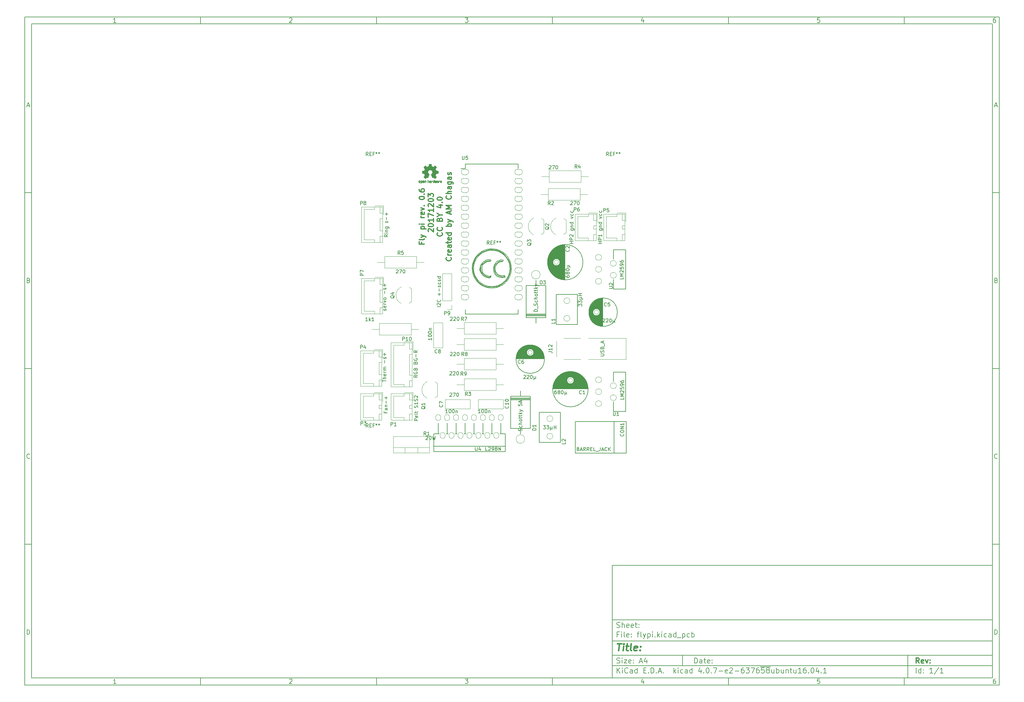
<source format=gbr>
G04 #@! TF.FileFunction,Legend,Top*
%FSLAX46Y46*%
G04 Gerber Fmt 4.6, Leading zero omitted, Abs format (unit mm)*
G04 Created by KiCad (PCBNEW 4.0.7-e2-6376~58~ubuntu16.04.1) date Fri Dec 29 18:16:50 2017*
%MOMM*%
%LPD*%
G01*
G04 APERTURE LIST*
%ADD10C,0.100000*%
%ADD11C,0.150000*%
%ADD12C,0.300000*%
%ADD13C,0.400000*%
%ADD14C,0.120000*%
%ADD15C,0.010000*%
G04 APERTURE END LIST*
D10*
D11*
X177002200Y-166007200D02*
X177002200Y-198007200D01*
X285002200Y-198007200D01*
X285002200Y-166007200D01*
X177002200Y-166007200D01*
D10*
D11*
X10000000Y-10000000D02*
X10000000Y-200007200D01*
X287002200Y-200007200D01*
X287002200Y-10000000D01*
X10000000Y-10000000D01*
D10*
D11*
X12000000Y-12000000D02*
X12000000Y-198007200D01*
X285002200Y-198007200D01*
X285002200Y-12000000D01*
X12000000Y-12000000D01*
D10*
D11*
X60000000Y-12000000D02*
X60000000Y-10000000D01*
D10*
D11*
X110000000Y-12000000D02*
X110000000Y-10000000D01*
D10*
D11*
X160000000Y-12000000D02*
X160000000Y-10000000D01*
D10*
D11*
X210000000Y-12000000D02*
X210000000Y-10000000D01*
D10*
D11*
X260000000Y-12000000D02*
X260000000Y-10000000D01*
D10*
D11*
X35990476Y-11588095D02*
X35247619Y-11588095D01*
X35619048Y-11588095D02*
X35619048Y-10288095D01*
X35495238Y-10473810D01*
X35371429Y-10597619D01*
X35247619Y-10659524D01*
D10*
D11*
X85247619Y-10411905D02*
X85309524Y-10350000D01*
X85433333Y-10288095D01*
X85742857Y-10288095D01*
X85866667Y-10350000D01*
X85928571Y-10411905D01*
X85990476Y-10535714D01*
X85990476Y-10659524D01*
X85928571Y-10845238D01*
X85185714Y-11588095D01*
X85990476Y-11588095D01*
D10*
D11*
X135185714Y-10288095D02*
X135990476Y-10288095D01*
X135557143Y-10783333D01*
X135742857Y-10783333D01*
X135866667Y-10845238D01*
X135928571Y-10907143D01*
X135990476Y-11030952D01*
X135990476Y-11340476D01*
X135928571Y-11464286D01*
X135866667Y-11526190D01*
X135742857Y-11588095D01*
X135371429Y-11588095D01*
X135247619Y-11526190D01*
X135185714Y-11464286D01*
D10*
D11*
X185866667Y-10721429D02*
X185866667Y-11588095D01*
X185557143Y-10226190D02*
X185247619Y-11154762D01*
X186052381Y-11154762D01*
D10*
D11*
X235928571Y-10288095D02*
X235309524Y-10288095D01*
X235247619Y-10907143D01*
X235309524Y-10845238D01*
X235433333Y-10783333D01*
X235742857Y-10783333D01*
X235866667Y-10845238D01*
X235928571Y-10907143D01*
X235990476Y-11030952D01*
X235990476Y-11340476D01*
X235928571Y-11464286D01*
X235866667Y-11526190D01*
X235742857Y-11588095D01*
X235433333Y-11588095D01*
X235309524Y-11526190D01*
X235247619Y-11464286D01*
D10*
D11*
X285866667Y-10288095D02*
X285619048Y-10288095D01*
X285495238Y-10350000D01*
X285433333Y-10411905D01*
X285309524Y-10597619D01*
X285247619Y-10845238D01*
X285247619Y-11340476D01*
X285309524Y-11464286D01*
X285371429Y-11526190D01*
X285495238Y-11588095D01*
X285742857Y-11588095D01*
X285866667Y-11526190D01*
X285928571Y-11464286D01*
X285990476Y-11340476D01*
X285990476Y-11030952D01*
X285928571Y-10907143D01*
X285866667Y-10845238D01*
X285742857Y-10783333D01*
X285495238Y-10783333D01*
X285371429Y-10845238D01*
X285309524Y-10907143D01*
X285247619Y-11030952D01*
D10*
D11*
X60000000Y-198007200D02*
X60000000Y-200007200D01*
D10*
D11*
X110000000Y-198007200D02*
X110000000Y-200007200D01*
D10*
D11*
X160000000Y-198007200D02*
X160000000Y-200007200D01*
D10*
D11*
X210000000Y-198007200D02*
X210000000Y-200007200D01*
D10*
D11*
X260000000Y-198007200D02*
X260000000Y-200007200D01*
D10*
D11*
X35990476Y-199595295D02*
X35247619Y-199595295D01*
X35619048Y-199595295D02*
X35619048Y-198295295D01*
X35495238Y-198481010D01*
X35371429Y-198604819D01*
X35247619Y-198666724D01*
D10*
D11*
X85247619Y-198419105D02*
X85309524Y-198357200D01*
X85433333Y-198295295D01*
X85742857Y-198295295D01*
X85866667Y-198357200D01*
X85928571Y-198419105D01*
X85990476Y-198542914D01*
X85990476Y-198666724D01*
X85928571Y-198852438D01*
X85185714Y-199595295D01*
X85990476Y-199595295D01*
D10*
D11*
X135185714Y-198295295D02*
X135990476Y-198295295D01*
X135557143Y-198790533D01*
X135742857Y-198790533D01*
X135866667Y-198852438D01*
X135928571Y-198914343D01*
X135990476Y-199038152D01*
X135990476Y-199347676D01*
X135928571Y-199471486D01*
X135866667Y-199533390D01*
X135742857Y-199595295D01*
X135371429Y-199595295D01*
X135247619Y-199533390D01*
X135185714Y-199471486D01*
D10*
D11*
X185866667Y-198728629D02*
X185866667Y-199595295D01*
X185557143Y-198233390D02*
X185247619Y-199161962D01*
X186052381Y-199161962D01*
D10*
D11*
X235928571Y-198295295D02*
X235309524Y-198295295D01*
X235247619Y-198914343D01*
X235309524Y-198852438D01*
X235433333Y-198790533D01*
X235742857Y-198790533D01*
X235866667Y-198852438D01*
X235928571Y-198914343D01*
X235990476Y-199038152D01*
X235990476Y-199347676D01*
X235928571Y-199471486D01*
X235866667Y-199533390D01*
X235742857Y-199595295D01*
X235433333Y-199595295D01*
X235309524Y-199533390D01*
X235247619Y-199471486D01*
D10*
D11*
X285866667Y-198295295D02*
X285619048Y-198295295D01*
X285495238Y-198357200D01*
X285433333Y-198419105D01*
X285309524Y-198604819D01*
X285247619Y-198852438D01*
X285247619Y-199347676D01*
X285309524Y-199471486D01*
X285371429Y-199533390D01*
X285495238Y-199595295D01*
X285742857Y-199595295D01*
X285866667Y-199533390D01*
X285928571Y-199471486D01*
X285990476Y-199347676D01*
X285990476Y-199038152D01*
X285928571Y-198914343D01*
X285866667Y-198852438D01*
X285742857Y-198790533D01*
X285495238Y-198790533D01*
X285371429Y-198852438D01*
X285309524Y-198914343D01*
X285247619Y-199038152D01*
D10*
D11*
X10000000Y-60000000D02*
X12000000Y-60000000D01*
D10*
D11*
X10000000Y-110000000D02*
X12000000Y-110000000D01*
D10*
D11*
X10000000Y-160000000D02*
X12000000Y-160000000D01*
D10*
D11*
X10690476Y-35216667D02*
X11309524Y-35216667D01*
X10566667Y-35588095D02*
X11000000Y-34288095D01*
X11433333Y-35588095D01*
D10*
D11*
X11092857Y-84907143D02*
X11278571Y-84969048D01*
X11340476Y-85030952D01*
X11402381Y-85154762D01*
X11402381Y-85340476D01*
X11340476Y-85464286D01*
X11278571Y-85526190D01*
X11154762Y-85588095D01*
X10659524Y-85588095D01*
X10659524Y-84288095D01*
X11092857Y-84288095D01*
X11216667Y-84350000D01*
X11278571Y-84411905D01*
X11340476Y-84535714D01*
X11340476Y-84659524D01*
X11278571Y-84783333D01*
X11216667Y-84845238D01*
X11092857Y-84907143D01*
X10659524Y-84907143D01*
D10*
D11*
X11402381Y-135464286D02*
X11340476Y-135526190D01*
X11154762Y-135588095D01*
X11030952Y-135588095D01*
X10845238Y-135526190D01*
X10721429Y-135402381D01*
X10659524Y-135278571D01*
X10597619Y-135030952D01*
X10597619Y-134845238D01*
X10659524Y-134597619D01*
X10721429Y-134473810D01*
X10845238Y-134350000D01*
X11030952Y-134288095D01*
X11154762Y-134288095D01*
X11340476Y-134350000D01*
X11402381Y-134411905D01*
D10*
D11*
X10659524Y-185588095D02*
X10659524Y-184288095D01*
X10969048Y-184288095D01*
X11154762Y-184350000D01*
X11278571Y-184473810D01*
X11340476Y-184597619D01*
X11402381Y-184845238D01*
X11402381Y-185030952D01*
X11340476Y-185278571D01*
X11278571Y-185402381D01*
X11154762Y-185526190D01*
X10969048Y-185588095D01*
X10659524Y-185588095D01*
D10*
D11*
X287002200Y-60000000D02*
X285002200Y-60000000D01*
D10*
D11*
X287002200Y-110000000D02*
X285002200Y-110000000D01*
D10*
D11*
X287002200Y-160000000D02*
X285002200Y-160000000D01*
D10*
D11*
X285692676Y-35216667D02*
X286311724Y-35216667D01*
X285568867Y-35588095D02*
X286002200Y-34288095D01*
X286435533Y-35588095D01*
D10*
D11*
X286095057Y-84907143D02*
X286280771Y-84969048D01*
X286342676Y-85030952D01*
X286404581Y-85154762D01*
X286404581Y-85340476D01*
X286342676Y-85464286D01*
X286280771Y-85526190D01*
X286156962Y-85588095D01*
X285661724Y-85588095D01*
X285661724Y-84288095D01*
X286095057Y-84288095D01*
X286218867Y-84350000D01*
X286280771Y-84411905D01*
X286342676Y-84535714D01*
X286342676Y-84659524D01*
X286280771Y-84783333D01*
X286218867Y-84845238D01*
X286095057Y-84907143D01*
X285661724Y-84907143D01*
D10*
D11*
X286404581Y-135464286D02*
X286342676Y-135526190D01*
X286156962Y-135588095D01*
X286033152Y-135588095D01*
X285847438Y-135526190D01*
X285723629Y-135402381D01*
X285661724Y-135278571D01*
X285599819Y-135030952D01*
X285599819Y-134845238D01*
X285661724Y-134597619D01*
X285723629Y-134473810D01*
X285847438Y-134350000D01*
X286033152Y-134288095D01*
X286156962Y-134288095D01*
X286342676Y-134350000D01*
X286404581Y-134411905D01*
D10*
D11*
X285661724Y-185588095D02*
X285661724Y-184288095D01*
X285971248Y-184288095D01*
X286156962Y-184350000D01*
X286280771Y-184473810D01*
X286342676Y-184597619D01*
X286404581Y-184845238D01*
X286404581Y-185030952D01*
X286342676Y-185278571D01*
X286280771Y-185402381D01*
X286156962Y-185526190D01*
X285971248Y-185588095D01*
X285661724Y-185588095D01*
D10*
D11*
X200359343Y-193785771D02*
X200359343Y-192285771D01*
X200716486Y-192285771D01*
X200930771Y-192357200D01*
X201073629Y-192500057D01*
X201145057Y-192642914D01*
X201216486Y-192928629D01*
X201216486Y-193142914D01*
X201145057Y-193428629D01*
X201073629Y-193571486D01*
X200930771Y-193714343D01*
X200716486Y-193785771D01*
X200359343Y-193785771D01*
X202502200Y-193785771D02*
X202502200Y-193000057D01*
X202430771Y-192857200D01*
X202287914Y-192785771D01*
X202002200Y-192785771D01*
X201859343Y-192857200D01*
X202502200Y-193714343D02*
X202359343Y-193785771D01*
X202002200Y-193785771D01*
X201859343Y-193714343D01*
X201787914Y-193571486D01*
X201787914Y-193428629D01*
X201859343Y-193285771D01*
X202002200Y-193214343D01*
X202359343Y-193214343D01*
X202502200Y-193142914D01*
X203002200Y-192785771D02*
X203573629Y-192785771D01*
X203216486Y-192285771D02*
X203216486Y-193571486D01*
X203287914Y-193714343D01*
X203430772Y-193785771D01*
X203573629Y-193785771D01*
X204645057Y-193714343D02*
X204502200Y-193785771D01*
X204216486Y-193785771D01*
X204073629Y-193714343D01*
X204002200Y-193571486D01*
X204002200Y-193000057D01*
X204073629Y-192857200D01*
X204216486Y-192785771D01*
X204502200Y-192785771D01*
X204645057Y-192857200D01*
X204716486Y-193000057D01*
X204716486Y-193142914D01*
X204002200Y-193285771D01*
X205359343Y-193642914D02*
X205430771Y-193714343D01*
X205359343Y-193785771D01*
X205287914Y-193714343D01*
X205359343Y-193642914D01*
X205359343Y-193785771D01*
X205359343Y-192857200D02*
X205430771Y-192928629D01*
X205359343Y-193000057D01*
X205287914Y-192928629D01*
X205359343Y-192857200D01*
X205359343Y-193000057D01*
D10*
D11*
X177002200Y-194507200D02*
X285002200Y-194507200D01*
D10*
D11*
X178359343Y-196585771D02*
X178359343Y-195085771D01*
X179216486Y-196585771D02*
X178573629Y-195728629D01*
X179216486Y-195085771D02*
X178359343Y-195942914D01*
X179859343Y-196585771D02*
X179859343Y-195585771D01*
X179859343Y-195085771D02*
X179787914Y-195157200D01*
X179859343Y-195228629D01*
X179930771Y-195157200D01*
X179859343Y-195085771D01*
X179859343Y-195228629D01*
X181430772Y-196442914D02*
X181359343Y-196514343D01*
X181145057Y-196585771D01*
X181002200Y-196585771D01*
X180787915Y-196514343D01*
X180645057Y-196371486D01*
X180573629Y-196228629D01*
X180502200Y-195942914D01*
X180502200Y-195728629D01*
X180573629Y-195442914D01*
X180645057Y-195300057D01*
X180787915Y-195157200D01*
X181002200Y-195085771D01*
X181145057Y-195085771D01*
X181359343Y-195157200D01*
X181430772Y-195228629D01*
X182716486Y-196585771D02*
X182716486Y-195800057D01*
X182645057Y-195657200D01*
X182502200Y-195585771D01*
X182216486Y-195585771D01*
X182073629Y-195657200D01*
X182716486Y-196514343D02*
X182573629Y-196585771D01*
X182216486Y-196585771D01*
X182073629Y-196514343D01*
X182002200Y-196371486D01*
X182002200Y-196228629D01*
X182073629Y-196085771D01*
X182216486Y-196014343D01*
X182573629Y-196014343D01*
X182716486Y-195942914D01*
X184073629Y-196585771D02*
X184073629Y-195085771D01*
X184073629Y-196514343D02*
X183930772Y-196585771D01*
X183645058Y-196585771D01*
X183502200Y-196514343D01*
X183430772Y-196442914D01*
X183359343Y-196300057D01*
X183359343Y-195871486D01*
X183430772Y-195728629D01*
X183502200Y-195657200D01*
X183645058Y-195585771D01*
X183930772Y-195585771D01*
X184073629Y-195657200D01*
X185930772Y-195800057D02*
X186430772Y-195800057D01*
X186645058Y-196585771D02*
X185930772Y-196585771D01*
X185930772Y-195085771D01*
X186645058Y-195085771D01*
X187287915Y-196442914D02*
X187359343Y-196514343D01*
X187287915Y-196585771D01*
X187216486Y-196514343D01*
X187287915Y-196442914D01*
X187287915Y-196585771D01*
X188002201Y-196585771D02*
X188002201Y-195085771D01*
X188359344Y-195085771D01*
X188573629Y-195157200D01*
X188716487Y-195300057D01*
X188787915Y-195442914D01*
X188859344Y-195728629D01*
X188859344Y-195942914D01*
X188787915Y-196228629D01*
X188716487Y-196371486D01*
X188573629Y-196514343D01*
X188359344Y-196585771D01*
X188002201Y-196585771D01*
X189502201Y-196442914D02*
X189573629Y-196514343D01*
X189502201Y-196585771D01*
X189430772Y-196514343D01*
X189502201Y-196442914D01*
X189502201Y-196585771D01*
X190145058Y-196157200D02*
X190859344Y-196157200D01*
X190002201Y-196585771D02*
X190502201Y-195085771D01*
X191002201Y-196585771D01*
X191502201Y-196442914D02*
X191573629Y-196514343D01*
X191502201Y-196585771D01*
X191430772Y-196514343D01*
X191502201Y-196442914D01*
X191502201Y-196585771D01*
X194502201Y-196585771D02*
X194502201Y-195085771D01*
X194645058Y-196014343D02*
X195073629Y-196585771D01*
X195073629Y-195585771D02*
X194502201Y-196157200D01*
X195716487Y-196585771D02*
X195716487Y-195585771D01*
X195716487Y-195085771D02*
X195645058Y-195157200D01*
X195716487Y-195228629D01*
X195787915Y-195157200D01*
X195716487Y-195085771D01*
X195716487Y-195228629D01*
X197073630Y-196514343D02*
X196930773Y-196585771D01*
X196645059Y-196585771D01*
X196502201Y-196514343D01*
X196430773Y-196442914D01*
X196359344Y-196300057D01*
X196359344Y-195871486D01*
X196430773Y-195728629D01*
X196502201Y-195657200D01*
X196645059Y-195585771D01*
X196930773Y-195585771D01*
X197073630Y-195657200D01*
X198359344Y-196585771D02*
X198359344Y-195800057D01*
X198287915Y-195657200D01*
X198145058Y-195585771D01*
X197859344Y-195585771D01*
X197716487Y-195657200D01*
X198359344Y-196514343D02*
X198216487Y-196585771D01*
X197859344Y-196585771D01*
X197716487Y-196514343D01*
X197645058Y-196371486D01*
X197645058Y-196228629D01*
X197716487Y-196085771D01*
X197859344Y-196014343D01*
X198216487Y-196014343D01*
X198359344Y-195942914D01*
X199716487Y-196585771D02*
X199716487Y-195085771D01*
X199716487Y-196514343D02*
X199573630Y-196585771D01*
X199287916Y-196585771D01*
X199145058Y-196514343D01*
X199073630Y-196442914D01*
X199002201Y-196300057D01*
X199002201Y-195871486D01*
X199073630Y-195728629D01*
X199145058Y-195657200D01*
X199287916Y-195585771D01*
X199573630Y-195585771D01*
X199716487Y-195657200D01*
X202216487Y-195585771D02*
X202216487Y-196585771D01*
X201859344Y-195014343D02*
X201502201Y-196085771D01*
X202430773Y-196085771D01*
X203002201Y-196442914D02*
X203073629Y-196514343D01*
X203002201Y-196585771D01*
X202930772Y-196514343D01*
X203002201Y-196442914D01*
X203002201Y-196585771D01*
X204002201Y-195085771D02*
X204145058Y-195085771D01*
X204287915Y-195157200D01*
X204359344Y-195228629D01*
X204430773Y-195371486D01*
X204502201Y-195657200D01*
X204502201Y-196014343D01*
X204430773Y-196300057D01*
X204359344Y-196442914D01*
X204287915Y-196514343D01*
X204145058Y-196585771D01*
X204002201Y-196585771D01*
X203859344Y-196514343D01*
X203787915Y-196442914D01*
X203716487Y-196300057D01*
X203645058Y-196014343D01*
X203645058Y-195657200D01*
X203716487Y-195371486D01*
X203787915Y-195228629D01*
X203859344Y-195157200D01*
X204002201Y-195085771D01*
X205145058Y-196442914D02*
X205216486Y-196514343D01*
X205145058Y-196585771D01*
X205073629Y-196514343D01*
X205145058Y-196442914D01*
X205145058Y-196585771D01*
X205716487Y-195085771D02*
X206716487Y-195085771D01*
X206073630Y-196585771D01*
X207287915Y-196014343D02*
X208430772Y-196014343D01*
X209716486Y-196514343D02*
X209573629Y-196585771D01*
X209287915Y-196585771D01*
X209145058Y-196514343D01*
X209073629Y-196371486D01*
X209073629Y-195800057D01*
X209145058Y-195657200D01*
X209287915Y-195585771D01*
X209573629Y-195585771D01*
X209716486Y-195657200D01*
X209787915Y-195800057D01*
X209787915Y-195942914D01*
X209073629Y-196085771D01*
X210359343Y-195228629D02*
X210430772Y-195157200D01*
X210573629Y-195085771D01*
X210930772Y-195085771D01*
X211073629Y-195157200D01*
X211145058Y-195228629D01*
X211216486Y-195371486D01*
X211216486Y-195514343D01*
X211145058Y-195728629D01*
X210287915Y-196585771D01*
X211216486Y-196585771D01*
X211859343Y-196014343D02*
X213002200Y-196014343D01*
X214359343Y-195085771D02*
X214073629Y-195085771D01*
X213930772Y-195157200D01*
X213859343Y-195228629D01*
X213716486Y-195442914D01*
X213645057Y-195728629D01*
X213645057Y-196300057D01*
X213716486Y-196442914D01*
X213787914Y-196514343D01*
X213930772Y-196585771D01*
X214216486Y-196585771D01*
X214359343Y-196514343D01*
X214430772Y-196442914D01*
X214502200Y-196300057D01*
X214502200Y-195942914D01*
X214430772Y-195800057D01*
X214359343Y-195728629D01*
X214216486Y-195657200D01*
X213930772Y-195657200D01*
X213787914Y-195728629D01*
X213716486Y-195800057D01*
X213645057Y-195942914D01*
X215002200Y-195085771D02*
X215930771Y-195085771D01*
X215430771Y-195657200D01*
X215645057Y-195657200D01*
X215787914Y-195728629D01*
X215859343Y-195800057D01*
X215930771Y-195942914D01*
X215930771Y-196300057D01*
X215859343Y-196442914D01*
X215787914Y-196514343D01*
X215645057Y-196585771D01*
X215216485Y-196585771D01*
X215073628Y-196514343D01*
X215002200Y-196442914D01*
X216430771Y-195085771D02*
X217430771Y-195085771D01*
X216787914Y-196585771D01*
X218645056Y-195085771D02*
X218359342Y-195085771D01*
X218216485Y-195157200D01*
X218145056Y-195228629D01*
X218002199Y-195442914D01*
X217930770Y-195728629D01*
X217930770Y-196300057D01*
X218002199Y-196442914D01*
X218073627Y-196514343D01*
X218216485Y-196585771D01*
X218502199Y-196585771D01*
X218645056Y-196514343D01*
X218716485Y-196442914D01*
X218787913Y-196300057D01*
X218787913Y-195942914D01*
X218716485Y-195800057D01*
X218645056Y-195728629D01*
X218502199Y-195657200D01*
X218216485Y-195657200D01*
X218073627Y-195728629D01*
X218002199Y-195800057D01*
X217930770Y-195942914D01*
X220145056Y-195085771D02*
X219430770Y-195085771D01*
X219359341Y-195800057D01*
X219430770Y-195728629D01*
X219573627Y-195657200D01*
X219930770Y-195657200D01*
X220073627Y-195728629D01*
X220145056Y-195800057D01*
X220216484Y-195942914D01*
X220216484Y-196300057D01*
X220145056Y-196442914D01*
X220073627Y-196514343D01*
X219930770Y-196585771D01*
X219573627Y-196585771D01*
X219430770Y-196514343D01*
X219359341Y-196442914D01*
X221073627Y-195728629D02*
X220930769Y-195657200D01*
X220859341Y-195585771D01*
X220787912Y-195442914D01*
X220787912Y-195371486D01*
X220859341Y-195228629D01*
X220930769Y-195157200D01*
X221073627Y-195085771D01*
X221359341Y-195085771D01*
X221502198Y-195157200D01*
X221573627Y-195228629D01*
X221645055Y-195371486D01*
X221645055Y-195442914D01*
X221573627Y-195585771D01*
X221502198Y-195657200D01*
X221359341Y-195728629D01*
X221073627Y-195728629D01*
X220930769Y-195800057D01*
X220859341Y-195871486D01*
X220787912Y-196014343D01*
X220787912Y-196300057D01*
X220859341Y-196442914D01*
X220930769Y-196514343D01*
X221073627Y-196585771D01*
X221359341Y-196585771D01*
X221502198Y-196514343D01*
X221573627Y-196442914D01*
X221645055Y-196300057D01*
X221645055Y-196014343D01*
X221573627Y-195871486D01*
X221502198Y-195800057D01*
X221359341Y-195728629D01*
X219073627Y-194827200D02*
X221930769Y-194827200D01*
X222930769Y-195585771D02*
X222930769Y-196585771D01*
X222287912Y-195585771D02*
X222287912Y-196371486D01*
X222359340Y-196514343D01*
X222502198Y-196585771D01*
X222716483Y-196585771D01*
X222859340Y-196514343D01*
X222930769Y-196442914D01*
X223645055Y-196585771D02*
X223645055Y-195085771D01*
X223645055Y-195657200D02*
X223787912Y-195585771D01*
X224073626Y-195585771D01*
X224216483Y-195657200D01*
X224287912Y-195728629D01*
X224359341Y-195871486D01*
X224359341Y-196300057D01*
X224287912Y-196442914D01*
X224216483Y-196514343D01*
X224073626Y-196585771D01*
X223787912Y-196585771D01*
X223645055Y-196514343D01*
X225645055Y-195585771D02*
X225645055Y-196585771D01*
X225002198Y-195585771D02*
X225002198Y-196371486D01*
X225073626Y-196514343D01*
X225216484Y-196585771D01*
X225430769Y-196585771D01*
X225573626Y-196514343D01*
X225645055Y-196442914D01*
X226359341Y-195585771D02*
X226359341Y-196585771D01*
X226359341Y-195728629D02*
X226430769Y-195657200D01*
X226573627Y-195585771D01*
X226787912Y-195585771D01*
X226930769Y-195657200D01*
X227002198Y-195800057D01*
X227002198Y-196585771D01*
X227502198Y-195585771D02*
X228073627Y-195585771D01*
X227716484Y-195085771D02*
X227716484Y-196371486D01*
X227787912Y-196514343D01*
X227930770Y-196585771D01*
X228073627Y-196585771D01*
X229216484Y-195585771D02*
X229216484Y-196585771D01*
X228573627Y-195585771D02*
X228573627Y-196371486D01*
X228645055Y-196514343D01*
X228787913Y-196585771D01*
X229002198Y-196585771D01*
X229145055Y-196514343D01*
X229216484Y-196442914D01*
X230716484Y-196585771D02*
X229859341Y-196585771D01*
X230287913Y-196585771D02*
X230287913Y-195085771D01*
X230145056Y-195300057D01*
X230002198Y-195442914D01*
X229859341Y-195514343D01*
X232002198Y-195085771D02*
X231716484Y-195085771D01*
X231573627Y-195157200D01*
X231502198Y-195228629D01*
X231359341Y-195442914D01*
X231287912Y-195728629D01*
X231287912Y-196300057D01*
X231359341Y-196442914D01*
X231430769Y-196514343D01*
X231573627Y-196585771D01*
X231859341Y-196585771D01*
X232002198Y-196514343D01*
X232073627Y-196442914D01*
X232145055Y-196300057D01*
X232145055Y-195942914D01*
X232073627Y-195800057D01*
X232002198Y-195728629D01*
X231859341Y-195657200D01*
X231573627Y-195657200D01*
X231430769Y-195728629D01*
X231359341Y-195800057D01*
X231287912Y-195942914D01*
X232787912Y-196442914D02*
X232859340Y-196514343D01*
X232787912Y-196585771D01*
X232716483Y-196514343D01*
X232787912Y-196442914D01*
X232787912Y-196585771D01*
X233787912Y-195085771D02*
X233930769Y-195085771D01*
X234073626Y-195157200D01*
X234145055Y-195228629D01*
X234216484Y-195371486D01*
X234287912Y-195657200D01*
X234287912Y-196014343D01*
X234216484Y-196300057D01*
X234145055Y-196442914D01*
X234073626Y-196514343D01*
X233930769Y-196585771D01*
X233787912Y-196585771D01*
X233645055Y-196514343D01*
X233573626Y-196442914D01*
X233502198Y-196300057D01*
X233430769Y-196014343D01*
X233430769Y-195657200D01*
X233502198Y-195371486D01*
X233573626Y-195228629D01*
X233645055Y-195157200D01*
X233787912Y-195085771D01*
X235573626Y-195585771D02*
X235573626Y-196585771D01*
X235216483Y-195014343D02*
X234859340Y-196085771D01*
X235787912Y-196085771D01*
X236359340Y-196442914D02*
X236430768Y-196514343D01*
X236359340Y-196585771D01*
X236287911Y-196514343D01*
X236359340Y-196442914D01*
X236359340Y-196585771D01*
X237859340Y-196585771D02*
X237002197Y-196585771D01*
X237430769Y-196585771D02*
X237430769Y-195085771D01*
X237287912Y-195300057D01*
X237145054Y-195442914D01*
X237002197Y-195514343D01*
D10*
D11*
X177002200Y-191507200D02*
X285002200Y-191507200D01*
D10*
D12*
X264216486Y-193785771D02*
X263716486Y-193071486D01*
X263359343Y-193785771D02*
X263359343Y-192285771D01*
X263930771Y-192285771D01*
X264073629Y-192357200D01*
X264145057Y-192428629D01*
X264216486Y-192571486D01*
X264216486Y-192785771D01*
X264145057Y-192928629D01*
X264073629Y-193000057D01*
X263930771Y-193071486D01*
X263359343Y-193071486D01*
X265430771Y-193714343D02*
X265287914Y-193785771D01*
X265002200Y-193785771D01*
X264859343Y-193714343D01*
X264787914Y-193571486D01*
X264787914Y-193000057D01*
X264859343Y-192857200D01*
X265002200Y-192785771D01*
X265287914Y-192785771D01*
X265430771Y-192857200D01*
X265502200Y-193000057D01*
X265502200Y-193142914D01*
X264787914Y-193285771D01*
X266002200Y-192785771D02*
X266359343Y-193785771D01*
X266716485Y-192785771D01*
X267287914Y-193642914D02*
X267359342Y-193714343D01*
X267287914Y-193785771D01*
X267216485Y-193714343D01*
X267287914Y-193642914D01*
X267287914Y-193785771D01*
X267287914Y-192857200D02*
X267359342Y-192928629D01*
X267287914Y-193000057D01*
X267216485Y-192928629D01*
X267287914Y-192857200D01*
X267287914Y-193000057D01*
D10*
D11*
X178287914Y-193714343D02*
X178502200Y-193785771D01*
X178859343Y-193785771D01*
X179002200Y-193714343D01*
X179073629Y-193642914D01*
X179145057Y-193500057D01*
X179145057Y-193357200D01*
X179073629Y-193214343D01*
X179002200Y-193142914D01*
X178859343Y-193071486D01*
X178573629Y-193000057D01*
X178430771Y-192928629D01*
X178359343Y-192857200D01*
X178287914Y-192714343D01*
X178287914Y-192571486D01*
X178359343Y-192428629D01*
X178430771Y-192357200D01*
X178573629Y-192285771D01*
X178930771Y-192285771D01*
X179145057Y-192357200D01*
X179787914Y-193785771D02*
X179787914Y-192785771D01*
X179787914Y-192285771D02*
X179716485Y-192357200D01*
X179787914Y-192428629D01*
X179859342Y-192357200D01*
X179787914Y-192285771D01*
X179787914Y-192428629D01*
X180359343Y-192785771D02*
X181145057Y-192785771D01*
X180359343Y-193785771D01*
X181145057Y-193785771D01*
X182287914Y-193714343D02*
X182145057Y-193785771D01*
X181859343Y-193785771D01*
X181716486Y-193714343D01*
X181645057Y-193571486D01*
X181645057Y-193000057D01*
X181716486Y-192857200D01*
X181859343Y-192785771D01*
X182145057Y-192785771D01*
X182287914Y-192857200D01*
X182359343Y-193000057D01*
X182359343Y-193142914D01*
X181645057Y-193285771D01*
X183002200Y-193642914D02*
X183073628Y-193714343D01*
X183002200Y-193785771D01*
X182930771Y-193714343D01*
X183002200Y-193642914D01*
X183002200Y-193785771D01*
X183002200Y-192857200D02*
X183073628Y-192928629D01*
X183002200Y-193000057D01*
X182930771Y-192928629D01*
X183002200Y-192857200D01*
X183002200Y-193000057D01*
X184787914Y-193357200D02*
X185502200Y-193357200D01*
X184645057Y-193785771D02*
X185145057Y-192285771D01*
X185645057Y-193785771D01*
X186787914Y-192785771D02*
X186787914Y-193785771D01*
X186430771Y-192214343D02*
X186073628Y-193285771D01*
X187002200Y-193285771D01*
D10*
D11*
X263359343Y-196585771D02*
X263359343Y-195085771D01*
X264716486Y-196585771D02*
X264716486Y-195085771D01*
X264716486Y-196514343D02*
X264573629Y-196585771D01*
X264287915Y-196585771D01*
X264145057Y-196514343D01*
X264073629Y-196442914D01*
X264002200Y-196300057D01*
X264002200Y-195871486D01*
X264073629Y-195728629D01*
X264145057Y-195657200D01*
X264287915Y-195585771D01*
X264573629Y-195585771D01*
X264716486Y-195657200D01*
X265430772Y-196442914D02*
X265502200Y-196514343D01*
X265430772Y-196585771D01*
X265359343Y-196514343D01*
X265430772Y-196442914D01*
X265430772Y-196585771D01*
X265430772Y-195657200D02*
X265502200Y-195728629D01*
X265430772Y-195800057D01*
X265359343Y-195728629D01*
X265430772Y-195657200D01*
X265430772Y-195800057D01*
X268073629Y-196585771D02*
X267216486Y-196585771D01*
X267645058Y-196585771D02*
X267645058Y-195085771D01*
X267502201Y-195300057D01*
X267359343Y-195442914D01*
X267216486Y-195514343D01*
X269787914Y-195014343D02*
X268502200Y-196942914D01*
X271073629Y-196585771D02*
X270216486Y-196585771D01*
X270645058Y-196585771D02*
X270645058Y-195085771D01*
X270502201Y-195300057D01*
X270359343Y-195442914D01*
X270216486Y-195514343D01*
D10*
D11*
X177002200Y-187507200D02*
X285002200Y-187507200D01*
D10*
D13*
X178454581Y-188211962D02*
X179597438Y-188211962D01*
X178776010Y-190211962D02*
X179026010Y-188211962D01*
X180014105Y-190211962D02*
X180180771Y-188878629D01*
X180264105Y-188211962D02*
X180156962Y-188307200D01*
X180240295Y-188402438D01*
X180347439Y-188307200D01*
X180264105Y-188211962D01*
X180240295Y-188402438D01*
X180847438Y-188878629D02*
X181609343Y-188878629D01*
X181216486Y-188211962D02*
X181002200Y-189926248D01*
X181073630Y-190116724D01*
X181252201Y-190211962D01*
X181442677Y-190211962D01*
X182395058Y-190211962D02*
X182216487Y-190116724D01*
X182145057Y-189926248D01*
X182359343Y-188211962D01*
X183930772Y-190116724D02*
X183728391Y-190211962D01*
X183347439Y-190211962D01*
X183168867Y-190116724D01*
X183097438Y-189926248D01*
X183192676Y-189164343D01*
X183311724Y-188973867D01*
X183514105Y-188878629D01*
X183895057Y-188878629D01*
X184073629Y-188973867D01*
X184145057Y-189164343D01*
X184121248Y-189354819D01*
X183145057Y-189545295D01*
X184895057Y-190021486D02*
X184978392Y-190116724D01*
X184871248Y-190211962D01*
X184787915Y-190116724D01*
X184895057Y-190021486D01*
X184871248Y-190211962D01*
X185026010Y-188973867D02*
X185109344Y-189069105D01*
X185002200Y-189164343D01*
X184918867Y-189069105D01*
X185026010Y-188973867D01*
X185002200Y-189164343D01*
D10*
D11*
X178859343Y-185600057D02*
X178359343Y-185600057D01*
X178359343Y-186385771D02*
X178359343Y-184885771D01*
X179073629Y-184885771D01*
X179645057Y-186385771D02*
X179645057Y-185385771D01*
X179645057Y-184885771D02*
X179573628Y-184957200D01*
X179645057Y-185028629D01*
X179716485Y-184957200D01*
X179645057Y-184885771D01*
X179645057Y-185028629D01*
X180573629Y-186385771D02*
X180430771Y-186314343D01*
X180359343Y-186171486D01*
X180359343Y-184885771D01*
X181716485Y-186314343D02*
X181573628Y-186385771D01*
X181287914Y-186385771D01*
X181145057Y-186314343D01*
X181073628Y-186171486D01*
X181073628Y-185600057D01*
X181145057Y-185457200D01*
X181287914Y-185385771D01*
X181573628Y-185385771D01*
X181716485Y-185457200D01*
X181787914Y-185600057D01*
X181787914Y-185742914D01*
X181073628Y-185885771D01*
X182430771Y-186242914D02*
X182502199Y-186314343D01*
X182430771Y-186385771D01*
X182359342Y-186314343D01*
X182430771Y-186242914D01*
X182430771Y-186385771D01*
X182430771Y-185457200D02*
X182502199Y-185528629D01*
X182430771Y-185600057D01*
X182359342Y-185528629D01*
X182430771Y-185457200D01*
X182430771Y-185600057D01*
X184073628Y-185385771D02*
X184645057Y-185385771D01*
X184287914Y-186385771D02*
X184287914Y-185100057D01*
X184359342Y-184957200D01*
X184502200Y-184885771D01*
X184645057Y-184885771D01*
X185359343Y-186385771D02*
X185216485Y-186314343D01*
X185145057Y-186171486D01*
X185145057Y-184885771D01*
X185787914Y-185385771D02*
X186145057Y-186385771D01*
X186502199Y-185385771D02*
X186145057Y-186385771D01*
X186002199Y-186742914D01*
X185930771Y-186814343D01*
X185787914Y-186885771D01*
X187073628Y-185385771D02*
X187073628Y-186885771D01*
X187073628Y-185457200D02*
X187216485Y-185385771D01*
X187502199Y-185385771D01*
X187645056Y-185457200D01*
X187716485Y-185528629D01*
X187787914Y-185671486D01*
X187787914Y-186100057D01*
X187716485Y-186242914D01*
X187645056Y-186314343D01*
X187502199Y-186385771D01*
X187216485Y-186385771D01*
X187073628Y-186314343D01*
X188430771Y-186385771D02*
X188430771Y-185385771D01*
X188430771Y-184885771D02*
X188359342Y-184957200D01*
X188430771Y-185028629D01*
X188502199Y-184957200D01*
X188430771Y-184885771D01*
X188430771Y-185028629D01*
X189145057Y-186242914D02*
X189216485Y-186314343D01*
X189145057Y-186385771D01*
X189073628Y-186314343D01*
X189145057Y-186242914D01*
X189145057Y-186385771D01*
X189859343Y-186385771D02*
X189859343Y-184885771D01*
X190002200Y-185814343D02*
X190430771Y-186385771D01*
X190430771Y-185385771D02*
X189859343Y-185957200D01*
X191073629Y-186385771D02*
X191073629Y-185385771D01*
X191073629Y-184885771D02*
X191002200Y-184957200D01*
X191073629Y-185028629D01*
X191145057Y-184957200D01*
X191073629Y-184885771D01*
X191073629Y-185028629D01*
X192430772Y-186314343D02*
X192287915Y-186385771D01*
X192002201Y-186385771D01*
X191859343Y-186314343D01*
X191787915Y-186242914D01*
X191716486Y-186100057D01*
X191716486Y-185671486D01*
X191787915Y-185528629D01*
X191859343Y-185457200D01*
X192002201Y-185385771D01*
X192287915Y-185385771D01*
X192430772Y-185457200D01*
X193716486Y-186385771D02*
X193716486Y-185600057D01*
X193645057Y-185457200D01*
X193502200Y-185385771D01*
X193216486Y-185385771D01*
X193073629Y-185457200D01*
X193716486Y-186314343D02*
X193573629Y-186385771D01*
X193216486Y-186385771D01*
X193073629Y-186314343D01*
X193002200Y-186171486D01*
X193002200Y-186028629D01*
X193073629Y-185885771D01*
X193216486Y-185814343D01*
X193573629Y-185814343D01*
X193716486Y-185742914D01*
X195073629Y-186385771D02*
X195073629Y-184885771D01*
X195073629Y-186314343D02*
X194930772Y-186385771D01*
X194645058Y-186385771D01*
X194502200Y-186314343D01*
X194430772Y-186242914D01*
X194359343Y-186100057D01*
X194359343Y-185671486D01*
X194430772Y-185528629D01*
X194502200Y-185457200D01*
X194645058Y-185385771D01*
X194930772Y-185385771D01*
X195073629Y-185457200D01*
X195430772Y-186528629D02*
X196573629Y-186528629D01*
X196930772Y-185385771D02*
X196930772Y-186885771D01*
X196930772Y-185457200D02*
X197073629Y-185385771D01*
X197359343Y-185385771D01*
X197502200Y-185457200D01*
X197573629Y-185528629D01*
X197645058Y-185671486D01*
X197645058Y-186100057D01*
X197573629Y-186242914D01*
X197502200Y-186314343D01*
X197359343Y-186385771D01*
X197073629Y-186385771D01*
X196930772Y-186314343D01*
X198930772Y-186314343D02*
X198787915Y-186385771D01*
X198502201Y-186385771D01*
X198359343Y-186314343D01*
X198287915Y-186242914D01*
X198216486Y-186100057D01*
X198216486Y-185671486D01*
X198287915Y-185528629D01*
X198359343Y-185457200D01*
X198502201Y-185385771D01*
X198787915Y-185385771D01*
X198930772Y-185457200D01*
X199573629Y-186385771D02*
X199573629Y-184885771D01*
X199573629Y-185457200D02*
X199716486Y-185385771D01*
X200002200Y-185385771D01*
X200145057Y-185457200D01*
X200216486Y-185528629D01*
X200287915Y-185671486D01*
X200287915Y-186100057D01*
X200216486Y-186242914D01*
X200145057Y-186314343D01*
X200002200Y-186385771D01*
X199716486Y-186385771D01*
X199573629Y-186314343D01*
D10*
D11*
X177002200Y-181507200D02*
X285002200Y-181507200D01*
D10*
D11*
X178287914Y-183614343D02*
X178502200Y-183685771D01*
X178859343Y-183685771D01*
X179002200Y-183614343D01*
X179073629Y-183542914D01*
X179145057Y-183400057D01*
X179145057Y-183257200D01*
X179073629Y-183114343D01*
X179002200Y-183042914D01*
X178859343Y-182971486D01*
X178573629Y-182900057D01*
X178430771Y-182828629D01*
X178359343Y-182757200D01*
X178287914Y-182614343D01*
X178287914Y-182471486D01*
X178359343Y-182328629D01*
X178430771Y-182257200D01*
X178573629Y-182185771D01*
X178930771Y-182185771D01*
X179145057Y-182257200D01*
X179787914Y-183685771D02*
X179787914Y-182185771D01*
X180430771Y-183685771D02*
X180430771Y-182900057D01*
X180359342Y-182757200D01*
X180216485Y-182685771D01*
X180002200Y-182685771D01*
X179859342Y-182757200D01*
X179787914Y-182828629D01*
X181716485Y-183614343D02*
X181573628Y-183685771D01*
X181287914Y-183685771D01*
X181145057Y-183614343D01*
X181073628Y-183471486D01*
X181073628Y-182900057D01*
X181145057Y-182757200D01*
X181287914Y-182685771D01*
X181573628Y-182685771D01*
X181716485Y-182757200D01*
X181787914Y-182900057D01*
X181787914Y-183042914D01*
X181073628Y-183185771D01*
X183002199Y-183614343D02*
X182859342Y-183685771D01*
X182573628Y-183685771D01*
X182430771Y-183614343D01*
X182359342Y-183471486D01*
X182359342Y-182900057D01*
X182430771Y-182757200D01*
X182573628Y-182685771D01*
X182859342Y-182685771D01*
X183002199Y-182757200D01*
X183073628Y-182900057D01*
X183073628Y-183042914D01*
X182359342Y-183185771D01*
X183502199Y-182685771D02*
X184073628Y-182685771D01*
X183716485Y-182185771D02*
X183716485Y-183471486D01*
X183787913Y-183614343D01*
X183930771Y-183685771D01*
X184073628Y-183685771D01*
X184573628Y-183542914D02*
X184645056Y-183614343D01*
X184573628Y-183685771D01*
X184502199Y-183614343D01*
X184573628Y-183542914D01*
X184573628Y-183685771D01*
X184573628Y-182757200D02*
X184645056Y-182828629D01*
X184573628Y-182900057D01*
X184502199Y-182828629D01*
X184573628Y-182757200D01*
X184573628Y-182900057D01*
D10*
D11*
X197002200Y-191507200D02*
X197002200Y-194507200D01*
D10*
D11*
X261002200Y-191507200D02*
X261002200Y-198007200D01*
D12*
X122808857Y-74123427D02*
X122808857Y-74623427D01*
X123594571Y-74623427D02*
X122094571Y-74623427D01*
X122094571Y-73909141D01*
X123594571Y-73123427D02*
X123523143Y-73266285D01*
X123380286Y-73337713D01*
X122094571Y-73337713D01*
X122594571Y-72694856D02*
X123594571Y-72337713D01*
X122594571Y-71980571D02*
X123594571Y-72337713D01*
X123951714Y-72480571D01*
X124023143Y-72551999D01*
X124094571Y-72694856D01*
X122594571Y-70266285D02*
X124094571Y-70266285D01*
X122666000Y-70266285D02*
X122594571Y-70123428D01*
X122594571Y-69837714D01*
X122666000Y-69694857D01*
X122737429Y-69623428D01*
X122880286Y-69551999D01*
X123308857Y-69551999D01*
X123451714Y-69623428D01*
X123523143Y-69694857D01*
X123594571Y-69837714D01*
X123594571Y-70123428D01*
X123523143Y-70266285D01*
X123594571Y-68909142D02*
X122594571Y-68909142D01*
X122094571Y-68909142D02*
X122166000Y-68980571D01*
X122237429Y-68909142D01*
X122166000Y-68837714D01*
X122094571Y-68909142D01*
X122237429Y-68909142D01*
X123594571Y-67051999D02*
X122594571Y-67051999D01*
X122880286Y-67051999D02*
X122737429Y-66980571D01*
X122666000Y-66909142D01*
X122594571Y-66766285D01*
X122594571Y-66623428D01*
X123523143Y-65552000D02*
X123594571Y-65694857D01*
X123594571Y-65980571D01*
X123523143Y-66123428D01*
X123380286Y-66194857D01*
X122808857Y-66194857D01*
X122666000Y-66123428D01*
X122594571Y-65980571D01*
X122594571Y-65694857D01*
X122666000Y-65552000D01*
X122808857Y-65480571D01*
X122951714Y-65480571D01*
X123094571Y-66194857D01*
X122594571Y-64980571D02*
X123594571Y-64623428D01*
X122594571Y-64266286D01*
X123451714Y-63694857D02*
X123523143Y-63623429D01*
X123594571Y-63694857D01*
X123523143Y-63766286D01*
X123451714Y-63694857D01*
X123594571Y-63694857D01*
X122094571Y-61552000D02*
X122094571Y-61409143D01*
X122166000Y-61266286D01*
X122237429Y-61194857D01*
X122380286Y-61123428D01*
X122666000Y-61052000D01*
X123023143Y-61052000D01*
X123308857Y-61123428D01*
X123451714Y-61194857D01*
X123523143Y-61266286D01*
X123594571Y-61409143D01*
X123594571Y-61552000D01*
X123523143Y-61694857D01*
X123451714Y-61766286D01*
X123308857Y-61837714D01*
X123023143Y-61909143D01*
X122666000Y-61909143D01*
X122380286Y-61837714D01*
X122237429Y-61766286D01*
X122166000Y-61694857D01*
X122094571Y-61552000D01*
X123451714Y-60409143D02*
X123523143Y-60337715D01*
X123594571Y-60409143D01*
X123523143Y-60480572D01*
X123451714Y-60409143D01*
X123594571Y-60409143D01*
X122094571Y-59052000D02*
X122094571Y-59337714D01*
X122166000Y-59480571D01*
X122237429Y-59552000D01*
X122451714Y-59694857D01*
X122737429Y-59766286D01*
X123308857Y-59766286D01*
X123451714Y-59694857D01*
X123523143Y-59623429D01*
X123594571Y-59480571D01*
X123594571Y-59194857D01*
X123523143Y-59052000D01*
X123451714Y-58980571D01*
X123308857Y-58909143D01*
X122951714Y-58909143D01*
X122808857Y-58980571D01*
X122737429Y-59052000D01*
X122666000Y-59194857D01*
X122666000Y-59480571D01*
X122737429Y-59623429D01*
X122808857Y-59694857D01*
X122951714Y-59766286D01*
X124787429Y-71087713D02*
X124716000Y-71016284D01*
X124644571Y-70873427D01*
X124644571Y-70516284D01*
X124716000Y-70373427D01*
X124787429Y-70301998D01*
X124930286Y-70230570D01*
X125073143Y-70230570D01*
X125287429Y-70301998D01*
X126144571Y-71159141D01*
X126144571Y-70230570D01*
X124644571Y-69301999D02*
X124644571Y-69159142D01*
X124716000Y-69016285D01*
X124787429Y-68944856D01*
X124930286Y-68873427D01*
X125216000Y-68801999D01*
X125573143Y-68801999D01*
X125858857Y-68873427D01*
X126001714Y-68944856D01*
X126073143Y-69016285D01*
X126144571Y-69159142D01*
X126144571Y-69301999D01*
X126073143Y-69444856D01*
X126001714Y-69516285D01*
X125858857Y-69587713D01*
X125573143Y-69659142D01*
X125216000Y-69659142D01*
X124930286Y-69587713D01*
X124787429Y-69516285D01*
X124716000Y-69444856D01*
X124644571Y-69301999D01*
X126144571Y-67373428D02*
X126144571Y-68230571D01*
X126144571Y-67801999D02*
X124644571Y-67801999D01*
X124858857Y-67944856D01*
X125001714Y-68087714D01*
X125073143Y-68230571D01*
X124644571Y-66873428D02*
X124644571Y-65873428D01*
X126144571Y-66516285D01*
X126144571Y-64516286D02*
X126144571Y-65373429D01*
X126144571Y-64944857D02*
X124644571Y-64944857D01*
X124858857Y-65087714D01*
X125001714Y-65230572D01*
X125073143Y-65373429D01*
X124787429Y-63944858D02*
X124716000Y-63873429D01*
X124644571Y-63730572D01*
X124644571Y-63373429D01*
X124716000Y-63230572D01*
X124787429Y-63159143D01*
X124930286Y-63087715D01*
X125073143Y-63087715D01*
X125287429Y-63159143D01*
X126144571Y-64016286D01*
X126144571Y-63087715D01*
X124644571Y-62159144D02*
X124644571Y-62016287D01*
X124716000Y-61873430D01*
X124787429Y-61802001D01*
X124930286Y-61730572D01*
X125216000Y-61659144D01*
X125573143Y-61659144D01*
X125858857Y-61730572D01*
X126001714Y-61802001D01*
X126073143Y-61873430D01*
X126144571Y-62016287D01*
X126144571Y-62159144D01*
X126073143Y-62302001D01*
X126001714Y-62373430D01*
X125858857Y-62444858D01*
X125573143Y-62516287D01*
X125216000Y-62516287D01*
X124930286Y-62444858D01*
X124787429Y-62373430D01*
X124716000Y-62302001D01*
X124644571Y-62159144D01*
X124644571Y-61159144D02*
X124644571Y-60230573D01*
X125216000Y-60730573D01*
X125216000Y-60516287D01*
X125287429Y-60373430D01*
X125358857Y-60302001D01*
X125501714Y-60230573D01*
X125858857Y-60230573D01*
X126001714Y-60302001D01*
X126073143Y-60373430D01*
X126144571Y-60516287D01*
X126144571Y-60944859D01*
X126073143Y-61087716D01*
X126001714Y-61159144D01*
X128551714Y-71409142D02*
X128623143Y-71480571D01*
X128694571Y-71694857D01*
X128694571Y-71837714D01*
X128623143Y-72051999D01*
X128480286Y-72194857D01*
X128337429Y-72266285D01*
X128051714Y-72337714D01*
X127837429Y-72337714D01*
X127551714Y-72266285D01*
X127408857Y-72194857D01*
X127266000Y-72051999D01*
X127194571Y-71837714D01*
X127194571Y-71694857D01*
X127266000Y-71480571D01*
X127337429Y-71409142D01*
X128551714Y-69909142D02*
X128623143Y-69980571D01*
X128694571Y-70194857D01*
X128694571Y-70337714D01*
X128623143Y-70551999D01*
X128480286Y-70694857D01*
X128337429Y-70766285D01*
X128051714Y-70837714D01*
X127837429Y-70837714D01*
X127551714Y-70766285D01*
X127408857Y-70694857D01*
X127266000Y-70551999D01*
X127194571Y-70337714D01*
X127194571Y-70194857D01*
X127266000Y-69980571D01*
X127337429Y-69909142D01*
X127908857Y-67623428D02*
X127980286Y-67409142D01*
X128051714Y-67337714D01*
X128194571Y-67266285D01*
X128408857Y-67266285D01*
X128551714Y-67337714D01*
X128623143Y-67409142D01*
X128694571Y-67552000D01*
X128694571Y-68123428D01*
X127194571Y-68123428D01*
X127194571Y-67623428D01*
X127266000Y-67480571D01*
X127337429Y-67409142D01*
X127480286Y-67337714D01*
X127623143Y-67337714D01*
X127766000Y-67409142D01*
X127837429Y-67480571D01*
X127908857Y-67623428D01*
X127908857Y-68123428D01*
X127980286Y-66337714D02*
X128694571Y-66337714D01*
X127194571Y-66837714D02*
X127980286Y-66337714D01*
X127194571Y-65837714D01*
X127694571Y-63552000D02*
X128694571Y-63552000D01*
X127123143Y-63909143D02*
X128194571Y-64266286D01*
X128194571Y-63337714D01*
X128551714Y-62766286D02*
X128623143Y-62694858D01*
X128694571Y-62766286D01*
X128623143Y-62837715D01*
X128551714Y-62766286D01*
X128694571Y-62766286D01*
X127194571Y-61766286D02*
X127194571Y-61623429D01*
X127266000Y-61480572D01*
X127337429Y-61409143D01*
X127480286Y-61337714D01*
X127766000Y-61266286D01*
X128123143Y-61266286D01*
X128408857Y-61337714D01*
X128551714Y-61409143D01*
X128623143Y-61480572D01*
X128694571Y-61623429D01*
X128694571Y-61766286D01*
X128623143Y-61909143D01*
X128551714Y-61980572D01*
X128408857Y-62052000D01*
X128123143Y-62123429D01*
X127766000Y-62123429D01*
X127480286Y-62052000D01*
X127337429Y-61980572D01*
X127266000Y-61909143D01*
X127194571Y-61766286D01*
X131101714Y-78409142D02*
X131173143Y-78480571D01*
X131244571Y-78694857D01*
X131244571Y-78837714D01*
X131173143Y-79051999D01*
X131030286Y-79194857D01*
X130887429Y-79266285D01*
X130601714Y-79337714D01*
X130387429Y-79337714D01*
X130101714Y-79266285D01*
X129958857Y-79194857D01*
X129816000Y-79051999D01*
X129744571Y-78837714D01*
X129744571Y-78694857D01*
X129816000Y-78480571D01*
X129887429Y-78409142D01*
X131244571Y-77766285D02*
X130244571Y-77766285D01*
X130530286Y-77766285D02*
X130387429Y-77694857D01*
X130316000Y-77623428D01*
X130244571Y-77480571D01*
X130244571Y-77337714D01*
X131173143Y-76266286D02*
X131244571Y-76409143D01*
X131244571Y-76694857D01*
X131173143Y-76837714D01*
X131030286Y-76909143D01*
X130458857Y-76909143D01*
X130316000Y-76837714D01*
X130244571Y-76694857D01*
X130244571Y-76409143D01*
X130316000Y-76266286D01*
X130458857Y-76194857D01*
X130601714Y-76194857D01*
X130744571Y-76909143D01*
X131244571Y-74909143D02*
X130458857Y-74909143D01*
X130316000Y-74980572D01*
X130244571Y-75123429D01*
X130244571Y-75409143D01*
X130316000Y-75552000D01*
X131173143Y-74909143D02*
X131244571Y-75052000D01*
X131244571Y-75409143D01*
X131173143Y-75552000D01*
X131030286Y-75623429D01*
X130887429Y-75623429D01*
X130744571Y-75552000D01*
X130673143Y-75409143D01*
X130673143Y-75052000D01*
X130601714Y-74909143D01*
X130244571Y-74409143D02*
X130244571Y-73837714D01*
X129744571Y-74194857D02*
X131030286Y-74194857D01*
X131173143Y-74123429D01*
X131244571Y-73980571D01*
X131244571Y-73837714D01*
X131173143Y-72766286D02*
X131244571Y-72909143D01*
X131244571Y-73194857D01*
X131173143Y-73337714D01*
X131030286Y-73409143D01*
X130458857Y-73409143D01*
X130316000Y-73337714D01*
X130244571Y-73194857D01*
X130244571Y-72909143D01*
X130316000Y-72766286D01*
X130458857Y-72694857D01*
X130601714Y-72694857D01*
X130744571Y-73409143D01*
X131244571Y-71409143D02*
X129744571Y-71409143D01*
X131173143Y-71409143D02*
X131244571Y-71552000D01*
X131244571Y-71837714D01*
X131173143Y-71980572D01*
X131101714Y-72052000D01*
X130958857Y-72123429D01*
X130530286Y-72123429D01*
X130387429Y-72052000D01*
X130316000Y-71980572D01*
X130244571Y-71837714D01*
X130244571Y-71552000D01*
X130316000Y-71409143D01*
X131244571Y-69552000D02*
X129744571Y-69552000D01*
X130316000Y-69552000D02*
X130244571Y-69409143D01*
X130244571Y-69123429D01*
X130316000Y-68980572D01*
X130387429Y-68909143D01*
X130530286Y-68837714D01*
X130958857Y-68837714D01*
X131101714Y-68909143D01*
X131173143Y-68980572D01*
X131244571Y-69123429D01*
X131244571Y-69409143D01*
X131173143Y-69552000D01*
X130244571Y-68337714D02*
X131244571Y-67980571D01*
X130244571Y-67623429D02*
X131244571Y-67980571D01*
X131601714Y-68123429D01*
X131673143Y-68194857D01*
X131744571Y-68337714D01*
X130816000Y-65980572D02*
X130816000Y-65266286D01*
X131244571Y-66123429D02*
X129744571Y-65623429D01*
X131244571Y-65123429D01*
X131244571Y-64623429D02*
X129744571Y-64623429D01*
X130816000Y-64123429D01*
X129744571Y-63623429D01*
X131244571Y-63623429D01*
X131101714Y-60909143D02*
X131173143Y-60980572D01*
X131244571Y-61194858D01*
X131244571Y-61337715D01*
X131173143Y-61552000D01*
X131030286Y-61694858D01*
X130887429Y-61766286D01*
X130601714Y-61837715D01*
X130387429Y-61837715D01*
X130101714Y-61766286D01*
X129958857Y-61694858D01*
X129816000Y-61552000D01*
X129744571Y-61337715D01*
X129744571Y-61194858D01*
X129816000Y-60980572D01*
X129887429Y-60909143D01*
X131244571Y-60266286D02*
X129744571Y-60266286D01*
X131244571Y-59623429D02*
X130458857Y-59623429D01*
X130316000Y-59694858D01*
X130244571Y-59837715D01*
X130244571Y-60052000D01*
X130316000Y-60194858D01*
X130387429Y-60266286D01*
X131244571Y-58266286D02*
X130458857Y-58266286D01*
X130316000Y-58337715D01*
X130244571Y-58480572D01*
X130244571Y-58766286D01*
X130316000Y-58909143D01*
X131173143Y-58266286D02*
X131244571Y-58409143D01*
X131244571Y-58766286D01*
X131173143Y-58909143D01*
X131030286Y-58980572D01*
X130887429Y-58980572D01*
X130744571Y-58909143D01*
X130673143Y-58766286D01*
X130673143Y-58409143D01*
X130601714Y-58266286D01*
X130244571Y-56909143D02*
X131458857Y-56909143D01*
X131601714Y-56980572D01*
X131673143Y-57052000D01*
X131744571Y-57194857D01*
X131744571Y-57409143D01*
X131673143Y-57552000D01*
X131173143Y-56909143D02*
X131244571Y-57052000D01*
X131244571Y-57337714D01*
X131173143Y-57480572D01*
X131101714Y-57552000D01*
X130958857Y-57623429D01*
X130530286Y-57623429D01*
X130387429Y-57552000D01*
X130316000Y-57480572D01*
X130244571Y-57337714D01*
X130244571Y-57052000D01*
X130316000Y-56909143D01*
X131244571Y-55552000D02*
X130458857Y-55552000D01*
X130316000Y-55623429D01*
X130244571Y-55766286D01*
X130244571Y-56052000D01*
X130316000Y-56194857D01*
X131173143Y-55552000D02*
X131244571Y-55694857D01*
X131244571Y-56052000D01*
X131173143Y-56194857D01*
X131030286Y-56266286D01*
X130887429Y-56266286D01*
X130744571Y-56194857D01*
X130673143Y-56052000D01*
X130673143Y-55694857D01*
X130601714Y-55552000D01*
X131173143Y-54909143D02*
X131244571Y-54766286D01*
X131244571Y-54480571D01*
X131173143Y-54337714D01*
X131030286Y-54266286D01*
X130958857Y-54266286D01*
X130816000Y-54337714D01*
X130744571Y-54480571D01*
X130744571Y-54694857D01*
X130673143Y-54837714D01*
X130530286Y-54909143D01*
X130458857Y-54909143D01*
X130316000Y-54837714D01*
X130244571Y-54694857D01*
X130244571Y-54480571D01*
X130316000Y-54337714D01*
D14*
X163902000Y-71396000D02*
X163902000Y-67796000D01*
X163174795Y-71920184D02*
G75*
G03X163902000Y-71396000I-1122795J2324184D01*
G01*
X160953193Y-71952400D02*
G75*
G02X159452000Y-69596000I1098807J2356400D01*
G01*
X160953193Y-67239600D02*
G75*
G03X159452000Y-69596000I1098807J-2356400D01*
G01*
X163174795Y-67271816D02*
G75*
G02X163902000Y-67796000I-1122795J-2324184D01*
G01*
D11*
X135263000Y-51807000D02*
X135263000Y-53077000D01*
X150233000Y-51807000D02*
X150233000Y-53077000D01*
X150233000Y-94497000D02*
X150233000Y-93227000D01*
X135263000Y-94497000D02*
X135263000Y-93227000D01*
X135263000Y-51807000D02*
X150233000Y-51807000D01*
X135263000Y-94497000D02*
X150233000Y-94497000D01*
X135263000Y-53077000D02*
X133978000Y-53077000D01*
X163541000Y-84755000D02*
X163541000Y-74757000D01*
X163401000Y-84751000D02*
X163401000Y-74761000D01*
X163261000Y-84743000D02*
X163261000Y-74769000D01*
X163121000Y-84731000D02*
X163121000Y-74781000D01*
X162981000Y-84716000D02*
X162981000Y-74796000D01*
X162841000Y-84696000D02*
X162841000Y-74816000D01*
X162701000Y-84672000D02*
X162701000Y-74840000D01*
X162561000Y-84643000D02*
X162561000Y-74869000D01*
X162421000Y-84611000D02*
X162421000Y-74901000D01*
X162281000Y-84574000D02*
X162281000Y-74938000D01*
X162141000Y-84533000D02*
X162141000Y-74979000D01*
X162001000Y-84488000D02*
X162001000Y-80222000D01*
X162001000Y-79290000D02*
X162001000Y-75024000D01*
X161861000Y-84438000D02*
X161861000Y-80423000D01*
X161861000Y-79089000D02*
X161861000Y-75074000D01*
X161721000Y-84383000D02*
X161721000Y-80552000D01*
X161721000Y-78960000D02*
X161721000Y-75129000D01*
X161581000Y-84323000D02*
X161581000Y-80641000D01*
X161581000Y-78871000D02*
X161581000Y-75189000D01*
X161441000Y-84258000D02*
X161441000Y-80702000D01*
X161441000Y-78810000D02*
X161441000Y-75254000D01*
X161301000Y-84188000D02*
X161301000Y-80739000D01*
X161301000Y-78773000D02*
X161301000Y-75324000D01*
X161161000Y-84112000D02*
X161161000Y-80755000D01*
X161161000Y-78757000D02*
X161161000Y-75400000D01*
X161021000Y-84030000D02*
X161021000Y-80751000D01*
X161021000Y-78761000D02*
X161021000Y-75482000D01*
X160881000Y-83942000D02*
X160881000Y-80728000D01*
X160881000Y-78784000D02*
X160881000Y-75570000D01*
X160741000Y-83847000D02*
X160741000Y-80683000D01*
X160741000Y-78829000D02*
X160741000Y-75665000D01*
X160601000Y-83745000D02*
X160601000Y-80613000D01*
X160601000Y-78899000D02*
X160601000Y-75767000D01*
X160461000Y-83635000D02*
X160461000Y-80512000D01*
X160461000Y-79000000D02*
X160461000Y-75877000D01*
X160321000Y-83517000D02*
X160321000Y-80363000D01*
X160321000Y-79149000D02*
X160321000Y-75995000D01*
X160181000Y-83389000D02*
X160181000Y-80111000D01*
X160181000Y-79401000D02*
X160181000Y-76123000D01*
X160041000Y-83252000D02*
X160041000Y-76260000D01*
X159901000Y-83102000D02*
X159901000Y-76410000D01*
X159761000Y-82940000D02*
X159761000Y-76572000D01*
X159621000Y-82763000D02*
X159621000Y-76749000D01*
X159481000Y-82567000D02*
X159481000Y-76945000D01*
X159341000Y-82349000D02*
X159341000Y-77163000D01*
X159201000Y-82103000D02*
X159201000Y-77409000D01*
X159061000Y-81818000D02*
X159061000Y-77694000D01*
X158921000Y-81476000D02*
X158921000Y-78036000D01*
X158781000Y-81030000D02*
X158781000Y-78482000D01*
X158641000Y-80255000D02*
X158641000Y-79257000D01*
X162116000Y-79756000D02*
G75*
G03X162116000Y-79756000I-1000000J0D01*
G01*
X168653500Y-79756000D02*
G75*
G03X168653500Y-79756000I-5037500J0D01*
G01*
X160101000Y-115789000D02*
X170099000Y-115789000D01*
X160105000Y-115649000D02*
X170095000Y-115649000D01*
X160113000Y-115509000D02*
X170087000Y-115509000D01*
X160125000Y-115369000D02*
X170075000Y-115369000D01*
X160140000Y-115229000D02*
X170060000Y-115229000D01*
X160160000Y-115089000D02*
X170040000Y-115089000D01*
X160184000Y-114949000D02*
X170016000Y-114949000D01*
X160213000Y-114809000D02*
X169987000Y-114809000D01*
X160245000Y-114669000D02*
X169955000Y-114669000D01*
X160282000Y-114529000D02*
X169918000Y-114529000D01*
X160323000Y-114389000D02*
X169877000Y-114389000D01*
X160368000Y-114249000D02*
X164634000Y-114249000D01*
X165566000Y-114249000D02*
X169832000Y-114249000D01*
X160418000Y-114109000D02*
X164433000Y-114109000D01*
X165767000Y-114109000D02*
X169782000Y-114109000D01*
X160473000Y-113969000D02*
X164304000Y-113969000D01*
X165896000Y-113969000D02*
X169727000Y-113969000D01*
X160533000Y-113829000D02*
X164215000Y-113829000D01*
X165985000Y-113829000D02*
X169667000Y-113829000D01*
X160598000Y-113689000D02*
X164154000Y-113689000D01*
X166046000Y-113689000D02*
X169602000Y-113689000D01*
X160668000Y-113549000D02*
X164117000Y-113549000D01*
X166083000Y-113549000D02*
X169532000Y-113549000D01*
X160744000Y-113409000D02*
X164101000Y-113409000D01*
X166099000Y-113409000D02*
X169456000Y-113409000D01*
X160826000Y-113269000D02*
X164105000Y-113269000D01*
X166095000Y-113269000D02*
X169374000Y-113269000D01*
X160914000Y-113129000D02*
X164128000Y-113129000D01*
X166072000Y-113129000D02*
X169286000Y-113129000D01*
X161009000Y-112989000D02*
X164173000Y-112989000D01*
X166027000Y-112989000D02*
X169191000Y-112989000D01*
X161111000Y-112849000D02*
X164243000Y-112849000D01*
X165957000Y-112849000D02*
X169089000Y-112849000D01*
X161221000Y-112709000D02*
X164344000Y-112709000D01*
X165856000Y-112709000D02*
X168979000Y-112709000D01*
X161339000Y-112569000D02*
X164493000Y-112569000D01*
X165707000Y-112569000D02*
X168861000Y-112569000D01*
X161467000Y-112429000D02*
X164745000Y-112429000D01*
X165455000Y-112429000D02*
X168733000Y-112429000D01*
X161604000Y-112289000D02*
X168596000Y-112289000D01*
X161754000Y-112149000D02*
X168446000Y-112149000D01*
X161916000Y-112009000D02*
X168284000Y-112009000D01*
X162093000Y-111869000D02*
X168107000Y-111869000D01*
X162289000Y-111729000D02*
X167911000Y-111729000D01*
X162507000Y-111589000D02*
X167693000Y-111589000D01*
X162753000Y-111449000D02*
X167447000Y-111449000D01*
X163038000Y-111309000D02*
X167162000Y-111309000D01*
X163380000Y-111169000D02*
X166820000Y-111169000D01*
X163826000Y-111029000D02*
X166374000Y-111029000D01*
X164601000Y-110889000D02*
X165599000Y-110889000D01*
X166100000Y-113364000D02*
G75*
G03X166100000Y-113364000I-1000000J0D01*
G01*
X170137500Y-115864000D02*
G75*
G03X170137500Y-115864000I-5037500J0D01*
G01*
X174301000Y-97979000D02*
X174301000Y-89981000D01*
X174161000Y-97974000D02*
X174161000Y-89986000D01*
X174021000Y-97964000D02*
X174021000Y-89996000D01*
X173881000Y-97949000D02*
X173881000Y-90011000D01*
X173741000Y-97929000D02*
X173741000Y-90031000D01*
X173601000Y-97904000D02*
X173601000Y-90056000D01*
X173461000Y-97874000D02*
X173461000Y-94153000D01*
X173461000Y-93807000D02*
X173461000Y-90086000D01*
X173321000Y-97838000D02*
X173321000Y-94515000D01*
X173321000Y-93445000D02*
X173321000Y-90122000D01*
X173181000Y-97797000D02*
X173181000Y-94689000D01*
X173181000Y-93271000D02*
X173181000Y-90163000D01*
X173041000Y-97751000D02*
X173041000Y-94805000D01*
X173041000Y-93155000D02*
X173041000Y-90209000D01*
X172901000Y-97698000D02*
X172901000Y-94885000D01*
X172901000Y-93075000D02*
X172901000Y-90262000D01*
X172761000Y-97639000D02*
X172761000Y-94939000D01*
X172761000Y-93021000D02*
X172761000Y-90321000D01*
X172621000Y-97574000D02*
X172621000Y-94969000D01*
X172621000Y-92991000D02*
X172621000Y-90386000D01*
X172481000Y-97503000D02*
X172481000Y-94980000D01*
X172481000Y-92980000D02*
X172481000Y-90457000D01*
X172341000Y-97424000D02*
X172341000Y-94971000D01*
X172341000Y-92989000D02*
X172341000Y-90536000D01*
X172201000Y-97337000D02*
X172201000Y-94941000D01*
X172201000Y-93019000D02*
X172201000Y-90623000D01*
X172061000Y-97242000D02*
X172061000Y-94890000D01*
X172061000Y-93070000D02*
X172061000Y-90718000D01*
X171921000Y-97138000D02*
X171921000Y-94812000D01*
X171921000Y-93148000D02*
X171921000Y-90822000D01*
X171781000Y-97024000D02*
X171781000Y-94699000D01*
X171781000Y-93261000D02*
X171781000Y-90936000D01*
X171641000Y-96899000D02*
X171641000Y-94530000D01*
X171641000Y-93430000D02*
X171641000Y-91061000D01*
X171501000Y-96761000D02*
X171501000Y-94202000D01*
X171501000Y-93758000D02*
X171501000Y-91199000D01*
X171361000Y-96609000D02*
X171361000Y-91351000D01*
X171221000Y-96439000D02*
X171221000Y-91521000D01*
X171081000Y-96248000D02*
X171081000Y-91712000D01*
X170941000Y-96030000D02*
X170941000Y-91930000D01*
X170801000Y-95774000D02*
X170801000Y-92186000D01*
X170661000Y-95463000D02*
X170661000Y-92497000D01*
X170521000Y-95047000D02*
X170521000Y-92913000D01*
X170381000Y-94180000D02*
X170381000Y-93780000D01*
X173476000Y-93980000D02*
G75*
G03X173476000Y-93980000I-1000000J0D01*
G01*
X178413500Y-93980000D02*
G75*
G03X178413500Y-93980000I-4037500J0D01*
G01*
X149671000Y-107245000D02*
X157669000Y-107245000D01*
X149676000Y-107105000D02*
X157664000Y-107105000D01*
X149686000Y-106965000D02*
X157654000Y-106965000D01*
X149701000Y-106825000D02*
X157639000Y-106825000D01*
X149721000Y-106685000D02*
X157619000Y-106685000D01*
X149746000Y-106545000D02*
X157594000Y-106545000D01*
X149776000Y-106405000D02*
X153497000Y-106405000D01*
X153843000Y-106405000D02*
X157564000Y-106405000D01*
X149812000Y-106265000D02*
X153135000Y-106265000D01*
X154205000Y-106265000D02*
X157528000Y-106265000D01*
X149853000Y-106125000D02*
X152961000Y-106125000D01*
X154379000Y-106125000D02*
X157487000Y-106125000D01*
X149899000Y-105985000D02*
X152845000Y-105985000D01*
X154495000Y-105985000D02*
X157441000Y-105985000D01*
X149952000Y-105845000D02*
X152765000Y-105845000D01*
X154575000Y-105845000D02*
X157388000Y-105845000D01*
X150011000Y-105705000D02*
X152711000Y-105705000D01*
X154629000Y-105705000D02*
X157329000Y-105705000D01*
X150076000Y-105565000D02*
X152681000Y-105565000D01*
X154659000Y-105565000D02*
X157264000Y-105565000D01*
X150147000Y-105425000D02*
X152670000Y-105425000D01*
X154670000Y-105425000D02*
X157193000Y-105425000D01*
X150226000Y-105285000D02*
X152679000Y-105285000D01*
X154661000Y-105285000D02*
X157114000Y-105285000D01*
X150313000Y-105145000D02*
X152709000Y-105145000D01*
X154631000Y-105145000D02*
X157027000Y-105145000D01*
X150408000Y-105005000D02*
X152760000Y-105005000D01*
X154580000Y-105005000D02*
X156932000Y-105005000D01*
X150512000Y-104865000D02*
X152838000Y-104865000D01*
X154502000Y-104865000D02*
X156828000Y-104865000D01*
X150626000Y-104725000D02*
X152951000Y-104725000D01*
X154389000Y-104725000D02*
X156714000Y-104725000D01*
X150751000Y-104585000D02*
X153120000Y-104585000D01*
X154220000Y-104585000D02*
X156589000Y-104585000D01*
X150889000Y-104445000D02*
X153448000Y-104445000D01*
X153892000Y-104445000D02*
X156451000Y-104445000D01*
X151041000Y-104305000D02*
X156299000Y-104305000D01*
X151211000Y-104165000D02*
X156129000Y-104165000D01*
X151402000Y-104025000D02*
X155938000Y-104025000D01*
X151620000Y-103885000D02*
X155720000Y-103885000D01*
X151876000Y-103745000D02*
X155464000Y-103745000D01*
X152187000Y-103605000D02*
X155153000Y-103605000D01*
X152603000Y-103465000D02*
X154737000Y-103465000D01*
X153470000Y-103325000D02*
X153870000Y-103325000D01*
X154670000Y-105420000D02*
G75*
G03X154670000Y-105420000I-1000000J0D01*
G01*
X157707500Y-107320000D02*
G75*
G03X157707500Y-107320000I-4037500J0D01*
G01*
X177482500Y-134040880D02*
X177482500Y-125039120D01*
X180982620Y-134040880D02*
X180982620Y-125039120D01*
X180982620Y-125039120D02*
X166481760Y-125039120D01*
X166481760Y-125039120D02*
X166481760Y-134040880D01*
X166481760Y-134040880D02*
X180982620Y-134040880D01*
X150878960Y-127001220D02*
X150878960Y-128525220D01*
X150878960Y-117857220D02*
X150878960Y-116333220D01*
X153672960Y-118873220D02*
X148084960Y-118873220D01*
X153672960Y-118619220D02*
X148084960Y-118619220D01*
X153672960Y-118365220D02*
X148084960Y-118365220D01*
X148084960Y-117857220D02*
X153672960Y-117857220D01*
X153672960Y-117857220D02*
X153672960Y-127001220D01*
X153672960Y-127001220D02*
X148084960Y-127001220D01*
X148084960Y-127001220D02*
X148084960Y-117857220D01*
X155271040Y-86358780D02*
X155271040Y-84834780D01*
X155271040Y-95502780D02*
X155271040Y-97026780D01*
X152477040Y-94486780D02*
X158065040Y-94486780D01*
X152477040Y-94740780D02*
X158065040Y-94740780D01*
X152477040Y-94994780D02*
X158065040Y-94994780D01*
X158065040Y-95502780D02*
X152477040Y-95502780D01*
X152477040Y-95502780D02*
X152477040Y-86358780D01*
X152477040Y-86358780D02*
X158065040Y-86358780D01*
X158065040Y-86358780D02*
X158065040Y-95502780D01*
X161084260Y-88968580D02*
X161084260Y-97467420D01*
X161084260Y-97467420D02*
X167083740Y-97467420D01*
X167083740Y-97467420D02*
X167083740Y-88968580D01*
X167083740Y-88968580D02*
X161084260Y-88968580D01*
X162257740Y-130995420D02*
X162257740Y-122496580D01*
X162257740Y-122496580D02*
X156258260Y-122496580D01*
X156258260Y-122496580D02*
X156258260Y-130995420D01*
X156258260Y-130995420D02*
X162257740Y-130995420D01*
X177292000Y-113686000D02*
X177292000Y-110986000D01*
X177292000Y-110986000D02*
X180792000Y-110986000D01*
X180792000Y-110986000D02*
X180792000Y-122186000D01*
X180792000Y-122186000D02*
X177292000Y-122186000D01*
X177292000Y-122186000D02*
X177292000Y-119386000D01*
X177292000Y-78888000D02*
X177292000Y-76188000D01*
X177292000Y-76188000D02*
X180792000Y-76188000D01*
X180792000Y-76188000D02*
X180792000Y-87388000D01*
X180792000Y-87388000D02*
X177292000Y-87388000D01*
X177292000Y-87388000D02*
X177292000Y-84588000D01*
X127508000Y-125476000D02*
X127508000Y-128524000D01*
X130048000Y-125476000D02*
X130048000Y-128524000D01*
X132588000Y-125476000D02*
X132588000Y-128524000D01*
X135128000Y-125476000D02*
X135128000Y-128524000D01*
X137668000Y-125476000D02*
X137668000Y-128524000D01*
X140208000Y-125476000D02*
X140208000Y-128524000D01*
X142748000Y-125476000D02*
X142748000Y-128524000D01*
X145288000Y-125476000D02*
X145288000Y-128524000D01*
X126238000Y-132080000D02*
X146558000Y-132080000D01*
X146558000Y-133604000D02*
X146558000Y-128524000D01*
X146558000Y-128524000D02*
X145034000Y-128524000D01*
X142494000Y-128524000D02*
X143002000Y-128524000D01*
X139954000Y-128524000D02*
X140462000Y-128524000D01*
X137414000Y-128524000D02*
X137922000Y-128524000D01*
X134874000Y-128524000D02*
X135382000Y-128524000D01*
X132334000Y-128524000D02*
X132842000Y-128524000D01*
X129794000Y-128524000D02*
X130302000Y-128524000D01*
X146558000Y-133604000D02*
X126238000Y-133604000D01*
X126238000Y-133604000D02*
X126238000Y-128524000D01*
X126238000Y-128524000D02*
X127762000Y-128524000D01*
D14*
X170222000Y-107394000D02*
X180902000Y-107394000D01*
X170222000Y-101394000D02*
X180902000Y-101394000D01*
X180902000Y-101394000D02*
X180902000Y-107394000D01*
X168042000Y-101394000D02*
X163222000Y-101394000D01*
X161132000Y-106594000D02*
X161132000Y-102194000D01*
X168042000Y-107394000D02*
X163222000Y-107394000D01*
X125008000Y-133938000D02*
X114768000Y-133938000D01*
X125008000Y-129297000D02*
X114768000Y-129297000D01*
X125008000Y-133938000D02*
X125008000Y-129297000D01*
X114768000Y-133938000D02*
X114768000Y-129297000D01*
X125008000Y-132428000D02*
X114768000Y-132428000D01*
X121738000Y-133938000D02*
X121738000Y-132428000D01*
X118037000Y-133938000D02*
X118037000Y-132428000D01*
X157552000Y-71396000D02*
X157552000Y-67796000D01*
X156824795Y-71920184D02*
G75*
G03X157552000Y-71396000I-1122795J2324184D01*
G01*
X154603193Y-71952400D02*
G75*
G02X153102000Y-69596000I1098807J2356400D01*
G01*
X154603193Y-67239600D02*
G75*
G03X153102000Y-69596000I1098807J-2356400D01*
G01*
X156824795Y-67271816D02*
G75*
G02X157552000Y-67796000I-1122795J-2324184D01*
G01*
X127326000Y-117878000D02*
X127326000Y-114278000D01*
X126598795Y-118402184D02*
G75*
G03X127326000Y-117878000I-1122795J2324184D01*
G01*
X124377193Y-118434400D02*
G75*
G02X122876000Y-116078000I1098807J2356400D01*
G01*
X124377193Y-113721600D02*
G75*
G03X122876000Y-116078000I1098807J-2356400D01*
G01*
X126598795Y-113753816D02*
G75*
G02X127326000Y-114278000I-1122795J-2324184D01*
G01*
X119960000Y-90954000D02*
X119960000Y-87354000D01*
X119232795Y-91478184D02*
G75*
G03X119960000Y-90954000I-1122795J2324184D01*
G01*
X117011193Y-91510400D02*
G75*
G02X115510000Y-89154000I1098807J2356400D01*
G01*
X117011193Y-86797600D02*
G75*
G03X115510000Y-89154000I1098807J-2356400D01*
G01*
X119232795Y-86829816D02*
G75*
G02X119960000Y-87354000I-1122795J-2324184D01*
G01*
X131378000Y-90678000D02*
X131378000Y-82998000D01*
X131378000Y-82998000D02*
X128718000Y-82998000D01*
X128718000Y-82998000D02*
X128718000Y-90678000D01*
X128718000Y-90678000D02*
X131378000Y-90678000D01*
X131378000Y-91948000D02*
X131378000Y-93278000D01*
X131378000Y-93278000D02*
X130048000Y-93278000D01*
X134886000Y-96892000D02*
X134886000Y-100212000D01*
X134886000Y-100212000D02*
X144006000Y-100212000D01*
X144006000Y-100212000D02*
X144006000Y-96892000D01*
X144006000Y-96892000D02*
X134886000Y-96892000D01*
X132806000Y-98552000D02*
X134886000Y-98552000D01*
X146086000Y-98552000D02*
X144006000Y-98552000D01*
X134886000Y-101464000D02*
X134886000Y-104784000D01*
X134886000Y-104784000D02*
X144006000Y-104784000D01*
X144006000Y-104784000D02*
X144006000Y-101464000D01*
X144006000Y-101464000D02*
X134886000Y-101464000D01*
X132806000Y-103124000D02*
X134886000Y-103124000D01*
X146086000Y-103124000D02*
X144006000Y-103124000D01*
X134886000Y-107052000D02*
X134886000Y-110372000D01*
X134886000Y-110372000D02*
X144006000Y-110372000D01*
X144006000Y-110372000D02*
X144006000Y-107052000D01*
X144006000Y-107052000D02*
X134886000Y-107052000D01*
X132806000Y-108712000D02*
X134886000Y-108712000D01*
X146086000Y-108712000D02*
X144006000Y-108712000D01*
X134886000Y-112894000D02*
X134886000Y-116214000D01*
X134886000Y-116214000D02*
X144006000Y-116214000D01*
X144006000Y-116214000D02*
X144006000Y-112894000D01*
X144006000Y-112894000D02*
X134886000Y-112894000D01*
X132806000Y-114554000D02*
X134886000Y-114554000D01*
X146086000Y-114554000D02*
X144006000Y-114554000D01*
X112280000Y-78096000D02*
X112280000Y-81416000D01*
X112280000Y-81416000D02*
X121400000Y-81416000D01*
X121400000Y-81416000D02*
X121400000Y-78096000D01*
X121400000Y-78096000D02*
X112280000Y-78096000D01*
X110200000Y-79756000D02*
X112280000Y-79756000D01*
X123480000Y-79756000D02*
X121400000Y-79756000D01*
X119876000Y-100466000D02*
X119876000Y-97146000D01*
X119876000Y-97146000D02*
X110756000Y-97146000D01*
X110756000Y-97146000D02*
X110756000Y-100466000D01*
X110756000Y-100466000D02*
X119876000Y-100466000D01*
X121956000Y-98806000D02*
X119876000Y-98806000D01*
X108676000Y-98806000D02*
X110756000Y-98806000D01*
X168136000Y-57032000D02*
X168136000Y-53712000D01*
X168136000Y-53712000D02*
X159016000Y-53712000D01*
X159016000Y-53712000D02*
X159016000Y-57032000D01*
X159016000Y-57032000D02*
X168136000Y-57032000D01*
X170216000Y-55372000D02*
X168136000Y-55372000D01*
X156936000Y-55372000D02*
X159016000Y-55372000D01*
X167882000Y-62112000D02*
X167882000Y-58792000D01*
X167882000Y-58792000D02*
X158762000Y-58792000D01*
X158762000Y-58792000D02*
X158762000Y-62112000D01*
X158762000Y-62112000D02*
X167882000Y-62112000D01*
X169962000Y-60452000D02*
X167882000Y-60452000D01*
X156682000Y-60452000D02*
X158762000Y-60452000D01*
X111416000Y-117084000D02*
X105466000Y-117084000D01*
X105466000Y-117084000D02*
X105466000Y-124684000D01*
X105466000Y-124684000D02*
X111416000Y-124684000D01*
X111416000Y-124684000D02*
X111416000Y-117084000D01*
X111416000Y-120384000D02*
X110666000Y-120384000D01*
X110666000Y-120384000D02*
X110666000Y-121384000D01*
X110666000Y-121384000D02*
X111416000Y-121384000D01*
X111416000Y-121384000D02*
X111416000Y-120384000D01*
X111416000Y-117084000D02*
X110666000Y-117084000D01*
X110666000Y-117084000D02*
X110666000Y-118884000D01*
X110666000Y-118884000D02*
X111416000Y-118884000D01*
X111416000Y-118884000D02*
X111416000Y-117084000D01*
X111416000Y-122884000D02*
X110666000Y-122884000D01*
X110666000Y-122884000D02*
X110666000Y-124684000D01*
X110666000Y-124684000D02*
X111416000Y-124684000D01*
X111416000Y-124684000D02*
X111416000Y-122884000D01*
X109166000Y-117084000D02*
X109166000Y-117834000D01*
X109166000Y-117834000D02*
X106216000Y-117834000D01*
X106216000Y-117834000D02*
X106216000Y-120884000D01*
X109166000Y-124684000D02*
X109166000Y-123934000D01*
X109166000Y-123934000D02*
X106216000Y-123934000D01*
X106216000Y-123934000D02*
X106216000Y-120884000D01*
X111716000Y-119284000D02*
X111716000Y-116784000D01*
X111716000Y-116784000D02*
X109216000Y-116784000D01*
X129496000Y-118832000D02*
X136616000Y-118832000D01*
X129496000Y-121452000D02*
X136616000Y-121452000D01*
X129496000Y-118832000D02*
X129496000Y-121452000D01*
X136616000Y-118832000D02*
X136616000Y-121452000D01*
X138894000Y-118832000D02*
X146014000Y-118832000D01*
X138894000Y-121452000D02*
X146014000Y-121452000D01*
X138894000Y-118832000D02*
X138894000Y-121452000D01*
X146014000Y-118832000D02*
X146014000Y-121452000D01*
X120052000Y-117084000D02*
X114102000Y-117084000D01*
X114102000Y-117084000D02*
X114102000Y-124684000D01*
X114102000Y-124684000D02*
X120052000Y-124684000D01*
X120052000Y-124684000D02*
X120052000Y-117084000D01*
X120052000Y-120384000D02*
X119302000Y-120384000D01*
X119302000Y-120384000D02*
X119302000Y-121384000D01*
X119302000Y-121384000D02*
X120052000Y-121384000D01*
X120052000Y-121384000D02*
X120052000Y-120384000D01*
X120052000Y-117084000D02*
X119302000Y-117084000D01*
X119302000Y-117084000D02*
X119302000Y-118884000D01*
X119302000Y-118884000D02*
X120052000Y-118884000D01*
X120052000Y-118884000D02*
X120052000Y-117084000D01*
X120052000Y-122884000D02*
X119302000Y-122884000D01*
X119302000Y-122884000D02*
X119302000Y-124684000D01*
X119302000Y-124684000D02*
X120052000Y-124684000D01*
X120052000Y-124684000D02*
X120052000Y-122884000D01*
X117802000Y-117084000D02*
X117802000Y-117834000D01*
X117802000Y-117834000D02*
X114852000Y-117834000D01*
X114852000Y-117834000D02*
X114852000Y-120884000D01*
X117802000Y-124684000D02*
X117802000Y-123934000D01*
X117802000Y-123934000D02*
X114852000Y-123934000D01*
X114852000Y-123934000D02*
X114852000Y-120884000D01*
X120352000Y-119284000D02*
X120352000Y-116784000D01*
X120352000Y-116784000D02*
X117852000Y-116784000D01*
X111416000Y-104892000D02*
X105466000Y-104892000D01*
X105466000Y-104892000D02*
X105466000Y-114992000D01*
X105466000Y-114992000D02*
X111416000Y-114992000D01*
X111416000Y-114992000D02*
X111416000Y-104892000D01*
X111416000Y-108192000D02*
X110666000Y-108192000D01*
X110666000Y-108192000D02*
X110666000Y-111692000D01*
X110666000Y-111692000D02*
X111416000Y-111692000D01*
X111416000Y-111692000D02*
X111416000Y-108192000D01*
X111416000Y-104892000D02*
X110666000Y-104892000D01*
X110666000Y-104892000D02*
X110666000Y-106692000D01*
X110666000Y-106692000D02*
X111416000Y-106692000D01*
X111416000Y-106692000D02*
X111416000Y-104892000D01*
X111416000Y-113192000D02*
X110666000Y-113192000D01*
X110666000Y-113192000D02*
X110666000Y-114992000D01*
X110666000Y-114992000D02*
X111416000Y-114992000D01*
X111416000Y-114992000D02*
X111416000Y-113192000D01*
X109166000Y-104892000D02*
X109166000Y-105642000D01*
X109166000Y-105642000D02*
X106216000Y-105642000D01*
X106216000Y-105642000D02*
X106216000Y-109942000D01*
X109166000Y-114992000D02*
X109166000Y-114242000D01*
X109166000Y-114242000D02*
X106216000Y-114242000D01*
X106216000Y-114242000D02*
X106216000Y-109942000D01*
X111716000Y-107092000D02*
X111716000Y-104592000D01*
X111716000Y-104592000D02*
X109216000Y-104592000D01*
X128818000Y-96984000D02*
X128818000Y-104104000D01*
X126198000Y-96984000D02*
X126198000Y-104104000D01*
X128818000Y-96984000D02*
X126198000Y-96984000D01*
X128818000Y-104104000D02*
X126198000Y-104104000D01*
X120052000Y-102606000D02*
X114102000Y-102606000D01*
X114102000Y-102606000D02*
X114102000Y-115206000D01*
X114102000Y-115206000D02*
X120052000Y-115206000D01*
X120052000Y-115206000D02*
X120052000Y-102606000D01*
X120052000Y-105906000D02*
X119302000Y-105906000D01*
X119302000Y-105906000D02*
X119302000Y-111906000D01*
X119302000Y-111906000D02*
X120052000Y-111906000D01*
X120052000Y-111906000D02*
X120052000Y-105906000D01*
X120052000Y-102606000D02*
X119302000Y-102606000D01*
X119302000Y-102606000D02*
X119302000Y-104406000D01*
X119302000Y-104406000D02*
X120052000Y-104406000D01*
X120052000Y-104406000D02*
X120052000Y-102606000D01*
X120052000Y-113406000D02*
X119302000Y-113406000D01*
X119302000Y-113406000D02*
X119302000Y-115206000D01*
X119302000Y-115206000D02*
X120052000Y-115206000D01*
X120052000Y-115206000D02*
X120052000Y-113406000D01*
X117802000Y-102606000D02*
X117802000Y-103356000D01*
X117802000Y-103356000D02*
X114852000Y-103356000D01*
X114852000Y-103356000D02*
X114852000Y-108906000D01*
X117802000Y-115206000D02*
X117802000Y-114456000D01*
X117802000Y-114456000D02*
X114852000Y-114456000D01*
X114852000Y-114456000D02*
X114852000Y-108906000D01*
X120352000Y-104806000D02*
X120352000Y-102306000D01*
X120352000Y-102306000D02*
X117852000Y-102306000D01*
X111670000Y-63998000D02*
X105720000Y-63998000D01*
X105720000Y-63998000D02*
X105720000Y-74098000D01*
X105720000Y-74098000D02*
X111670000Y-74098000D01*
X111670000Y-74098000D02*
X111670000Y-63998000D01*
X111670000Y-67298000D02*
X110920000Y-67298000D01*
X110920000Y-67298000D02*
X110920000Y-70798000D01*
X110920000Y-70798000D02*
X111670000Y-70798000D01*
X111670000Y-70798000D02*
X111670000Y-67298000D01*
X111670000Y-63998000D02*
X110920000Y-63998000D01*
X110920000Y-63998000D02*
X110920000Y-65798000D01*
X110920000Y-65798000D02*
X111670000Y-65798000D01*
X111670000Y-65798000D02*
X111670000Y-63998000D01*
X111670000Y-72298000D02*
X110920000Y-72298000D01*
X110920000Y-72298000D02*
X110920000Y-74098000D01*
X110920000Y-74098000D02*
X111670000Y-74098000D01*
X111670000Y-74098000D02*
X111670000Y-72298000D01*
X109420000Y-63998000D02*
X109420000Y-64748000D01*
X109420000Y-64748000D02*
X106470000Y-64748000D01*
X106470000Y-64748000D02*
X106470000Y-69048000D01*
X109420000Y-74098000D02*
X109420000Y-73348000D01*
X109420000Y-73348000D02*
X106470000Y-73348000D01*
X106470000Y-73348000D02*
X106470000Y-69048000D01*
X111970000Y-66198000D02*
X111970000Y-63698000D01*
X111970000Y-63698000D02*
X109470000Y-63698000D01*
X111670000Y-84318000D02*
X105720000Y-84318000D01*
X105720000Y-84318000D02*
X105720000Y-94418000D01*
X105720000Y-94418000D02*
X111670000Y-94418000D01*
X111670000Y-94418000D02*
X111670000Y-84318000D01*
X111670000Y-87618000D02*
X110920000Y-87618000D01*
X110920000Y-87618000D02*
X110920000Y-91118000D01*
X110920000Y-91118000D02*
X111670000Y-91118000D01*
X111670000Y-91118000D02*
X111670000Y-87618000D01*
X111670000Y-84318000D02*
X110920000Y-84318000D01*
X110920000Y-84318000D02*
X110920000Y-86118000D01*
X110920000Y-86118000D02*
X111670000Y-86118000D01*
X111670000Y-86118000D02*
X111670000Y-84318000D01*
X111670000Y-92618000D02*
X110920000Y-92618000D01*
X110920000Y-92618000D02*
X110920000Y-94418000D01*
X110920000Y-94418000D02*
X111670000Y-94418000D01*
X111670000Y-94418000D02*
X111670000Y-92618000D01*
X109420000Y-84318000D02*
X109420000Y-85068000D01*
X109420000Y-85068000D02*
X106470000Y-85068000D01*
X106470000Y-85068000D02*
X106470000Y-89368000D01*
X109420000Y-94418000D02*
X109420000Y-93668000D01*
X109420000Y-93668000D02*
X106470000Y-93668000D01*
X106470000Y-93668000D02*
X106470000Y-89368000D01*
X111970000Y-86518000D02*
X111970000Y-84018000D01*
X111970000Y-84018000D02*
X109470000Y-84018000D01*
X172376000Y-66030000D02*
X166426000Y-66030000D01*
X166426000Y-66030000D02*
X166426000Y-73630000D01*
X166426000Y-73630000D02*
X172376000Y-73630000D01*
X172376000Y-73630000D02*
X172376000Y-66030000D01*
X172376000Y-69330000D02*
X171626000Y-69330000D01*
X171626000Y-69330000D02*
X171626000Y-70330000D01*
X171626000Y-70330000D02*
X172376000Y-70330000D01*
X172376000Y-70330000D02*
X172376000Y-69330000D01*
X172376000Y-66030000D02*
X171626000Y-66030000D01*
X171626000Y-66030000D02*
X171626000Y-67830000D01*
X171626000Y-67830000D02*
X172376000Y-67830000D01*
X172376000Y-67830000D02*
X172376000Y-66030000D01*
X172376000Y-71830000D02*
X171626000Y-71830000D01*
X171626000Y-71830000D02*
X171626000Y-73630000D01*
X171626000Y-73630000D02*
X172376000Y-73630000D01*
X172376000Y-73630000D02*
X172376000Y-71830000D01*
X170126000Y-66030000D02*
X170126000Y-66780000D01*
X170126000Y-66780000D02*
X167176000Y-66780000D01*
X167176000Y-66780000D02*
X167176000Y-69830000D01*
X170126000Y-73630000D02*
X170126000Y-72880000D01*
X170126000Y-72880000D02*
X167176000Y-72880000D01*
X167176000Y-72880000D02*
X167176000Y-69830000D01*
X172676000Y-68230000D02*
X172676000Y-65730000D01*
X172676000Y-65730000D02*
X170176000Y-65730000D01*
X180504000Y-66030000D02*
X174554000Y-66030000D01*
X174554000Y-66030000D02*
X174554000Y-73630000D01*
X174554000Y-73630000D02*
X180504000Y-73630000D01*
X180504000Y-73630000D02*
X180504000Y-66030000D01*
X180504000Y-69330000D02*
X179754000Y-69330000D01*
X179754000Y-69330000D02*
X179754000Y-70330000D01*
X179754000Y-70330000D02*
X180504000Y-70330000D01*
X180504000Y-70330000D02*
X180504000Y-69330000D01*
X180504000Y-66030000D02*
X179754000Y-66030000D01*
X179754000Y-66030000D02*
X179754000Y-67830000D01*
X179754000Y-67830000D02*
X180504000Y-67830000D01*
X180504000Y-67830000D02*
X180504000Y-66030000D01*
X180504000Y-71830000D02*
X179754000Y-71830000D01*
X179754000Y-71830000D02*
X179754000Y-73630000D01*
X179754000Y-73630000D02*
X180504000Y-73630000D01*
X180504000Y-73630000D02*
X180504000Y-71830000D01*
X178254000Y-66030000D02*
X178254000Y-66780000D01*
X178254000Y-66780000D02*
X175304000Y-66780000D01*
X175304000Y-66780000D02*
X175304000Y-69830000D01*
X178254000Y-73630000D02*
X178254000Y-72880000D01*
X178254000Y-72880000D02*
X175304000Y-72880000D01*
X175304000Y-72880000D02*
X175304000Y-69830000D01*
X180804000Y-68230000D02*
X180804000Y-65730000D01*
X180804000Y-65730000D02*
X178304000Y-65730000D01*
D15*
G36*
X122821744Y-56529918D02*
X122877201Y-56557568D01*
X122926148Y-56608480D01*
X122939629Y-56627338D01*
X122954314Y-56652015D01*
X122963842Y-56678816D01*
X122969293Y-56714587D01*
X122971747Y-56766169D01*
X122972286Y-56834267D01*
X122969852Y-56927588D01*
X122961394Y-56997657D01*
X122945174Y-57049931D01*
X122919454Y-57089869D01*
X122882497Y-57122929D01*
X122879782Y-57124886D01*
X122843360Y-57144908D01*
X122799502Y-57154815D01*
X122743724Y-57157257D01*
X122653048Y-57157257D01*
X122653010Y-57245283D01*
X122652166Y-57294308D01*
X122647024Y-57323065D01*
X122633587Y-57340311D01*
X122607858Y-57354808D01*
X122601679Y-57357769D01*
X122572764Y-57371648D01*
X122550376Y-57380414D01*
X122533729Y-57381171D01*
X122522036Y-57371023D01*
X122514510Y-57347073D01*
X122510366Y-57306426D01*
X122508815Y-57246186D01*
X122509071Y-57163455D01*
X122510349Y-57055339D01*
X122510748Y-57023000D01*
X122512185Y-56911524D01*
X122513472Y-56838603D01*
X122652971Y-56838603D01*
X122653755Y-56900499D01*
X122657240Y-56940997D01*
X122665124Y-56967708D01*
X122679105Y-56988244D01*
X122688597Y-56998260D01*
X122727404Y-57027567D01*
X122761763Y-57029952D01*
X122797216Y-57005750D01*
X122798114Y-57004857D01*
X122812539Y-56986153D01*
X122821313Y-56960732D01*
X122825739Y-56921584D01*
X122827118Y-56861697D01*
X122827143Y-56848430D01*
X122823812Y-56765901D01*
X122812969Y-56708691D01*
X122793340Y-56673766D01*
X122763650Y-56658094D01*
X122746491Y-56656514D01*
X122705766Y-56663926D01*
X122677832Y-56688330D01*
X122661017Y-56732980D01*
X122653650Y-56801130D01*
X122652971Y-56838603D01*
X122513472Y-56838603D01*
X122513708Y-56825245D01*
X122515677Y-56760333D01*
X122518450Y-56712958D01*
X122522388Y-56679290D01*
X122527849Y-56655498D01*
X122535192Y-56637753D01*
X122544777Y-56622224D01*
X122548887Y-56616381D01*
X122603405Y-56561185D01*
X122672336Y-56529890D01*
X122752072Y-56521165D01*
X122821744Y-56529918D01*
X122821744Y-56529918D01*
G37*
X122821744Y-56529918D02*
X122877201Y-56557568D01*
X122926148Y-56608480D01*
X122939629Y-56627338D01*
X122954314Y-56652015D01*
X122963842Y-56678816D01*
X122969293Y-56714587D01*
X122971747Y-56766169D01*
X122972286Y-56834267D01*
X122969852Y-56927588D01*
X122961394Y-56997657D01*
X122945174Y-57049931D01*
X122919454Y-57089869D01*
X122882497Y-57122929D01*
X122879782Y-57124886D01*
X122843360Y-57144908D01*
X122799502Y-57154815D01*
X122743724Y-57157257D01*
X122653048Y-57157257D01*
X122653010Y-57245283D01*
X122652166Y-57294308D01*
X122647024Y-57323065D01*
X122633587Y-57340311D01*
X122607858Y-57354808D01*
X122601679Y-57357769D01*
X122572764Y-57371648D01*
X122550376Y-57380414D01*
X122533729Y-57381171D01*
X122522036Y-57371023D01*
X122514510Y-57347073D01*
X122510366Y-57306426D01*
X122508815Y-57246186D01*
X122509071Y-57163455D01*
X122510349Y-57055339D01*
X122510748Y-57023000D01*
X122512185Y-56911524D01*
X122513472Y-56838603D01*
X122652971Y-56838603D01*
X122653755Y-56900499D01*
X122657240Y-56940997D01*
X122665124Y-56967708D01*
X122679105Y-56988244D01*
X122688597Y-56998260D01*
X122727404Y-57027567D01*
X122761763Y-57029952D01*
X122797216Y-57005750D01*
X122798114Y-57004857D01*
X122812539Y-56986153D01*
X122821313Y-56960732D01*
X122825739Y-56921584D01*
X122827118Y-56861697D01*
X122827143Y-56848430D01*
X122823812Y-56765901D01*
X122812969Y-56708691D01*
X122793340Y-56673766D01*
X122763650Y-56658094D01*
X122746491Y-56656514D01*
X122705766Y-56663926D01*
X122677832Y-56688330D01*
X122661017Y-56732980D01*
X122653650Y-56801130D01*
X122652971Y-56838603D01*
X122513472Y-56838603D01*
X122513708Y-56825245D01*
X122515677Y-56760333D01*
X122518450Y-56712958D01*
X122522388Y-56679290D01*
X122527849Y-56655498D01*
X122535192Y-56637753D01*
X122544777Y-56622224D01*
X122548887Y-56616381D01*
X122603405Y-56561185D01*
X122672336Y-56529890D01*
X122752072Y-56521165D01*
X122821744Y-56529918D01*
G36*
X123938093Y-56537780D02*
X123984672Y-56564723D01*
X124017057Y-56591466D01*
X124040742Y-56619484D01*
X124057059Y-56653748D01*
X124067339Y-56699227D01*
X124072914Y-56760892D01*
X124075116Y-56843711D01*
X124075371Y-56903246D01*
X124075371Y-57122391D01*
X124013686Y-57150044D01*
X123952000Y-57177697D01*
X123944743Y-56937670D01*
X123941744Y-56848028D01*
X123938598Y-56782962D01*
X123934701Y-56738026D01*
X123929447Y-56708770D01*
X123922231Y-56690748D01*
X123912450Y-56679511D01*
X123909312Y-56677079D01*
X123861761Y-56658083D01*
X123813697Y-56665600D01*
X123785086Y-56685543D01*
X123773447Y-56699675D01*
X123765391Y-56718220D01*
X123760271Y-56746334D01*
X123757441Y-56789173D01*
X123756256Y-56851895D01*
X123756057Y-56917261D01*
X123756018Y-56999268D01*
X123754614Y-57057316D01*
X123749914Y-57096465D01*
X123739987Y-57121780D01*
X123722903Y-57138323D01*
X123696732Y-57151156D01*
X123661775Y-57164491D01*
X123623596Y-57179007D01*
X123628141Y-56921389D01*
X123629971Y-56828519D01*
X123632112Y-56759889D01*
X123635181Y-56710711D01*
X123639794Y-56676198D01*
X123646568Y-56651562D01*
X123656119Y-56632016D01*
X123667634Y-56614770D01*
X123723190Y-56559680D01*
X123790980Y-56527822D01*
X123864713Y-56520191D01*
X123938093Y-56537780D01*
X123938093Y-56537780D01*
G37*
X123938093Y-56537780D02*
X123984672Y-56564723D01*
X124017057Y-56591466D01*
X124040742Y-56619484D01*
X124057059Y-56653748D01*
X124067339Y-56699227D01*
X124072914Y-56760892D01*
X124075116Y-56843711D01*
X124075371Y-56903246D01*
X124075371Y-57122391D01*
X124013686Y-57150044D01*
X123952000Y-57177697D01*
X123944743Y-56937670D01*
X123941744Y-56848028D01*
X123938598Y-56782962D01*
X123934701Y-56738026D01*
X123929447Y-56708770D01*
X123922231Y-56690748D01*
X123912450Y-56679511D01*
X123909312Y-56677079D01*
X123861761Y-56658083D01*
X123813697Y-56665600D01*
X123785086Y-56685543D01*
X123773447Y-56699675D01*
X123765391Y-56718220D01*
X123760271Y-56746334D01*
X123757441Y-56789173D01*
X123756256Y-56851895D01*
X123756057Y-56917261D01*
X123756018Y-56999268D01*
X123754614Y-57057316D01*
X123749914Y-57096465D01*
X123739987Y-57121780D01*
X123722903Y-57138323D01*
X123696732Y-57151156D01*
X123661775Y-57164491D01*
X123623596Y-57179007D01*
X123628141Y-56921389D01*
X123629971Y-56828519D01*
X123632112Y-56759889D01*
X123635181Y-56710711D01*
X123639794Y-56676198D01*
X123646568Y-56651562D01*
X123656119Y-56632016D01*
X123667634Y-56614770D01*
X123723190Y-56559680D01*
X123790980Y-56527822D01*
X123864713Y-56520191D01*
X123938093Y-56537780D01*
G36*
X122263115Y-56531962D02*
X122331145Y-56567733D01*
X122381351Y-56625301D01*
X122399185Y-56662312D01*
X122413063Y-56717882D01*
X122420167Y-56788096D01*
X122420840Y-56864727D01*
X122415427Y-56939552D01*
X122404270Y-57004342D01*
X122387714Y-57050873D01*
X122382626Y-57058887D01*
X122322355Y-57118707D01*
X122250769Y-57154535D01*
X122173092Y-57165020D01*
X122094548Y-57148810D01*
X122072689Y-57139092D01*
X122030122Y-57109143D01*
X121992763Y-57069433D01*
X121989232Y-57064397D01*
X121974881Y-57040124D01*
X121965394Y-57014178D01*
X121959790Y-56980022D01*
X121957086Y-56931119D01*
X121956299Y-56860935D01*
X121956286Y-56845200D01*
X121956322Y-56840192D01*
X122101429Y-56840192D01*
X122102273Y-56906430D01*
X122105596Y-56950386D01*
X122112583Y-56978779D01*
X122124416Y-56998325D01*
X122130457Y-57004857D01*
X122165186Y-57029680D01*
X122198903Y-57028548D01*
X122232995Y-57007016D01*
X122253329Y-56984029D01*
X122265371Y-56950478D01*
X122272134Y-56897569D01*
X122272598Y-56891399D01*
X122273752Y-56795513D01*
X122261688Y-56724299D01*
X122236570Y-56678194D01*
X122198560Y-56657635D01*
X122184992Y-56656514D01*
X122149364Y-56662152D01*
X122124994Y-56681686D01*
X122110093Y-56719042D01*
X122102875Y-56778150D01*
X122101429Y-56840192D01*
X121956322Y-56840192D01*
X121956826Y-56770413D01*
X121959096Y-56718159D01*
X121964068Y-56681949D01*
X121972713Y-56655299D01*
X121986005Y-56631722D01*
X121988943Y-56627338D01*
X122038313Y-56568249D01*
X122092109Y-56533947D01*
X122157602Y-56520331D01*
X122179842Y-56519665D01*
X122263115Y-56531962D01*
X122263115Y-56531962D01*
G37*
X122263115Y-56531962D02*
X122331145Y-56567733D01*
X122381351Y-56625301D01*
X122399185Y-56662312D01*
X122413063Y-56717882D01*
X122420167Y-56788096D01*
X122420840Y-56864727D01*
X122415427Y-56939552D01*
X122404270Y-57004342D01*
X122387714Y-57050873D01*
X122382626Y-57058887D01*
X122322355Y-57118707D01*
X122250769Y-57154535D01*
X122173092Y-57165020D01*
X122094548Y-57148810D01*
X122072689Y-57139092D01*
X122030122Y-57109143D01*
X121992763Y-57069433D01*
X121989232Y-57064397D01*
X121974881Y-57040124D01*
X121965394Y-57014178D01*
X121959790Y-56980022D01*
X121957086Y-56931119D01*
X121956299Y-56860935D01*
X121956286Y-56845200D01*
X121956322Y-56840192D01*
X122101429Y-56840192D01*
X122102273Y-56906430D01*
X122105596Y-56950386D01*
X122112583Y-56978779D01*
X122124416Y-56998325D01*
X122130457Y-57004857D01*
X122165186Y-57029680D01*
X122198903Y-57028548D01*
X122232995Y-57007016D01*
X122253329Y-56984029D01*
X122265371Y-56950478D01*
X122272134Y-56897569D01*
X122272598Y-56891399D01*
X122273752Y-56795513D01*
X122261688Y-56724299D01*
X122236570Y-56678194D01*
X122198560Y-56657635D01*
X122184992Y-56656514D01*
X122149364Y-56662152D01*
X122124994Y-56681686D01*
X122110093Y-56719042D01*
X122102875Y-56778150D01*
X122101429Y-56840192D01*
X121956322Y-56840192D01*
X121956826Y-56770413D01*
X121959096Y-56718159D01*
X121964068Y-56681949D01*
X121972713Y-56655299D01*
X121986005Y-56631722D01*
X121988943Y-56627338D01*
X122038313Y-56568249D01*
X122092109Y-56533947D01*
X122157602Y-56520331D01*
X122179842Y-56519665D01*
X122263115Y-56531962D01*
G36*
X123390303Y-56541239D02*
X123447527Y-56579735D01*
X123491749Y-56635335D01*
X123518167Y-56706086D01*
X123523510Y-56758162D01*
X123522903Y-56779893D01*
X123517822Y-56796531D01*
X123503855Y-56811437D01*
X123476589Y-56827973D01*
X123431612Y-56849498D01*
X123364511Y-56879374D01*
X123364171Y-56879524D01*
X123302407Y-56907813D01*
X123251759Y-56932933D01*
X123217404Y-56952179D01*
X123204518Y-56962848D01*
X123204514Y-56962934D01*
X123215872Y-56986166D01*
X123242431Y-57011774D01*
X123272923Y-57030221D01*
X123288370Y-57033886D01*
X123330515Y-57021212D01*
X123366808Y-56989471D01*
X123384517Y-56954572D01*
X123401552Y-56928845D01*
X123434922Y-56899546D01*
X123474149Y-56874235D01*
X123508756Y-56860471D01*
X123515993Y-56859714D01*
X123524139Y-56872160D01*
X123524630Y-56903972D01*
X123518643Y-56946866D01*
X123507357Y-56992558D01*
X123491950Y-57032761D01*
X123491171Y-57034322D01*
X123444804Y-57099062D01*
X123384711Y-57143097D01*
X123316465Y-57164711D01*
X123245638Y-57162185D01*
X123177804Y-57133804D01*
X123174788Y-57131808D01*
X123121427Y-57083448D01*
X123086340Y-57020352D01*
X123066922Y-56937387D01*
X123064316Y-56914078D01*
X123059701Y-56804055D01*
X123065233Y-56752748D01*
X123204514Y-56752748D01*
X123206324Y-56784753D01*
X123216222Y-56794093D01*
X123240898Y-56787105D01*
X123279795Y-56770587D01*
X123323275Y-56749881D01*
X123324356Y-56749333D01*
X123361209Y-56729949D01*
X123376000Y-56717013D01*
X123372353Y-56703451D01*
X123356995Y-56685632D01*
X123317923Y-56659845D01*
X123275846Y-56657950D01*
X123238103Y-56676717D01*
X123212034Y-56712915D01*
X123204514Y-56752748D01*
X123065233Y-56752748D01*
X123069194Y-56716027D01*
X123093550Y-56646212D01*
X123127456Y-56597302D01*
X123188653Y-56547878D01*
X123256063Y-56523359D01*
X123324880Y-56521797D01*
X123390303Y-56541239D01*
X123390303Y-56541239D01*
G37*
X123390303Y-56541239D02*
X123447527Y-56579735D01*
X123491749Y-56635335D01*
X123518167Y-56706086D01*
X123523510Y-56758162D01*
X123522903Y-56779893D01*
X123517822Y-56796531D01*
X123503855Y-56811437D01*
X123476589Y-56827973D01*
X123431612Y-56849498D01*
X123364511Y-56879374D01*
X123364171Y-56879524D01*
X123302407Y-56907813D01*
X123251759Y-56932933D01*
X123217404Y-56952179D01*
X123204518Y-56962848D01*
X123204514Y-56962934D01*
X123215872Y-56986166D01*
X123242431Y-57011774D01*
X123272923Y-57030221D01*
X123288370Y-57033886D01*
X123330515Y-57021212D01*
X123366808Y-56989471D01*
X123384517Y-56954572D01*
X123401552Y-56928845D01*
X123434922Y-56899546D01*
X123474149Y-56874235D01*
X123508756Y-56860471D01*
X123515993Y-56859714D01*
X123524139Y-56872160D01*
X123524630Y-56903972D01*
X123518643Y-56946866D01*
X123507357Y-56992558D01*
X123491950Y-57032761D01*
X123491171Y-57034322D01*
X123444804Y-57099062D01*
X123384711Y-57143097D01*
X123316465Y-57164711D01*
X123245638Y-57162185D01*
X123177804Y-57133804D01*
X123174788Y-57131808D01*
X123121427Y-57083448D01*
X123086340Y-57020352D01*
X123066922Y-56937387D01*
X123064316Y-56914078D01*
X123059701Y-56804055D01*
X123065233Y-56752748D01*
X123204514Y-56752748D01*
X123206324Y-56784753D01*
X123216222Y-56794093D01*
X123240898Y-56787105D01*
X123279795Y-56770587D01*
X123323275Y-56749881D01*
X123324356Y-56749333D01*
X123361209Y-56729949D01*
X123376000Y-56717013D01*
X123372353Y-56703451D01*
X123356995Y-56685632D01*
X123317923Y-56659845D01*
X123275846Y-56657950D01*
X123238103Y-56676717D01*
X123212034Y-56712915D01*
X123204514Y-56752748D01*
X123065233Y-56752748D01*
X123069194Y-56716027D01*
X123093550Y-56646212D01*
X123127456Y-56597302D01*
X123188653Y-56547878D01*
X123256063Y-56523359D01*
X123324880Y-56521797D01*
X123390303Y-56541239D01*
G36*
X124597886Y-56461289D02*
X124602139Y-56520613D01*
X124607025Y-56555572D01*
X124613795Y-56570820D01*
X124623702Y-56571015D01*
X124626914Y-56569195D01*
X124669644Y-56556015D01*
X124725227Y-56556785D01*
X124781737Y-56570333D01*
X124817082Y-56587861D01*
X124853321Y-56615861D01*
X124879813Y-56647549D01*
X124897999Y-56687813D01*
X124909322Y-56741543D01*
X124915222Y-56813626D01*
X124917143Y-56908951D01*
X124917177Y-56927237D01*
X124917200Y-57132646D01*
X124871491Y-57148580D01*
X124839027Y-57159420D01*
X124821215Y-57164468D01*
X124820691Y-57164514D01*
X124818937Y-57150828D01*
X124817444Y-57113076D01*
X124816326Y-57056224D01*
X124815697Y-56985234D01*
X124815600Y-56942073D01*
X124815398Y-56856973D01*
X124814358Y-56795981D01*
X124811831Y-56754177D01*
X124807164Y-56726642D01*
X124799707Y-56708456D01*
X124788811Y-56694698D01*
X124782007Y-56688073D01*
X124735272Y-56661375D01*
X124684272Y-56659375D01*
X124638001Y-56681955D01*
X124629444Y-56690107D01*
X124616893Y-56705436D01*
X124608188Y-56723618D01*
X124602631Y-56749909D01*
X124599526Y-56789562D01*
X124598176Y-56847832D01*
X124597886Y-56928173D01*
X124597886Y-57132646D01*
X124552177Y-57148580D01*
X124519713Y-57159420D01*
X124501901Y-57164468D01*
X124501377Y-57164514D01*
X124500037Y-57150623D01*
X124498828Y-57111439D01*
X124497801Y-57050700D01*
X124497002Y-56972141D01*
X124496481Y-56879498D01*
X124496286Y-56776509D01*
X124496286Y-56379342D01*
X124543457Y-56359444D01*
X124590629Y-56339547D01*
X124597886Y-56461289D01*
X124597886Y-56461289D01*
G37*
X124597886Y-56461289D02*
X124602139Y-56520613D01*
X124607025Y-56555572D01*
X124613795Y-56570820D01*
X124623702Y-56571015D01*
X124626914Y-56569195D01*
X124669644Y-56556015D01*
X124725227Y-56556785D01*
X124781737Y-56570333D01*
X124817082Y-56587861D01*
X124853321Y-56615861D01*
X124879813Y-56647549D01*
X124897999Y-56687813D01*
X124909322Y-56741543D01*
X124915222Y-56813626D01*
X124917143Y-56908951D01*
X124917177Y-56927237D01*
X124917200Y-57132646D01*
X124871491Y-57148580D01*
X124839027Y-57159420D01*
X124821215Y-57164468D01*
X124820691Y-57164514D01*
X124818937Y-57150828D01*
X124817444Y-57113076D01*
X124816326Y-57056224D01*
X124815697Y-56985234D01*
X124815600Y-56942073D01*
X124815398Y-56856973D01*
X124814358Y-56795981D01*
X124811831Y-56754177D01*
X124807164Y-56726642D01*
X124799707Y-56708456D01*
X124788811Y-56694698D01*
X124782007Y-56688073D01*
X124735272Y-56661375D01*
X124684272Y-56659375D01*
X124638001Y-56681955D01*
X124629444Y-56690107D01*
X124616893Y-56705436D01*
X124608188Y-56723618D01*
X124602631Y-56749909D01*
X124599526Y-56789562D01*
X124598176Y-56847832D01*
X124597886Y-56928173D01*
X124597886Y-57132646D01*
X124552177Y-57148580D01*
X124519713Y-57159420D01*
X124501901Y-57164468D01*
X124501377Y-57164514D01*
X124500037Y-57150623D01*
X124498828Y-57111439D01*
X124497801Y-57050700D01*
X124497002Y-56972141D01*
X124496481Y-56879498D01*
X124496286Y-56776509D01*
X124496286Y-56379342D01*
X124543457Y-56359444D01*
X124590629Y-56339547D01*
X124597886Y-56461289D01*
G36*
X125261744Y-56560968D02*
X125318616Y-56582087D01*
X125319267Y-56582493D01*
X125354440Y-56608380D01*
X125380407Y-56638633D01*
X125398670Y-56678058D01*
X125410732Y-56731462D01*
X125418096Y-56803651D01*
X125422264Y-56899432D01*
X125422629Y-56913078D01*
X125427876Y-57118842D01*
X125383716Y-57141678D01*
X125351763Y-57157110D01*
X125332470Y-57164423D01*
X125331578Y-57164514D01*
X125328239Y-57151022D01*
X125325587Y-57114626D01*
X125323956Y-57061452D01*
X125323600Y-57018393D01*
X125323592Y-56948641D01*
X125320403Y-56904837D01*
X125309288Y-56883944D01*
X125285501Y-56882925D01*
X125244296Y-56898741D01*
X125182086Y-56927815D01*
X125136341Y-56951963D01*
X125112813Y-56972913D01*
X125105896Y-56995747D01*
X125105886Y-56996877D01*
X125117299Y-57036212D01*
X125151092Y-57057462D01*
X125202809Y-57060539D01*
X125240061Y-57060006D01*
X125259703Y-57070735D01*
X125271952Y-57096505D01*
X125279002Y-57129337D01*
X125268842Y-57147966D01*
X125265017Y-57150632D01*
X125229001Y-57161340D01*
X125178566Y-57162856D01*
X125126626Y-57155759D01*
X125089822Y-57142788D01*
X125038938Y-57099585D01*
X125010014Y-57039446D01*
X125004286Y-56992462D01*
X125008657Y-56950082D01*
X125024475Y-56915488D01*
X125055797Y-56884763D01*
X125106678Y-56853990D01*
X125181176Y-56819252D01*
X125185714Y-56817288D01*
X125252821Y-56786287D01*
X125294232Y-56760862D01*
X125311981Y-56738014D01*
X125308107Y-56714745D01*
X125284643Y-56688056D01*
X125277627Y-56681914D01*
X125230630Y-56658100D01*
X125181933Y-56659103D01*
X125139522Y-56682451D01*
X125111384Y-56725675D01*
X125108769Y-56734160D01*
X125083308Y-56775308D01*
X125051001Y-56795128D01*
X125004286Y-56814770D01*
X125004286Y-56763950D01*
X125018496Y-56690082D01*
X125060675Y-56622327D01*
X125082624Y-56599661D01*
X125132517Y-56570569D01*
X125195967Y-56557400D01*
X125261744Y-56560968D01*
X125261744Y-56560968D01*
G37*
X125261744Y-56560968D02*
X125318616Y-56582087D01*
X125319267Y-56582493D01*
X125354440Y-56608380D01*
X125380407Y-56638633D01*
X125398670Y-56678058D01*
X125410732Y-56731462D01*
X125418096Y-56803651D01*
X125422264Y-56899432D01*
X125422629Y-56913078D01*
X125427876Y-57118842D01*
X125383716Y-57141678D01*
X125351763Y-57157110D01*
X125332470Y-57164423D01*
X125331578Y-57164514D01*
X125328239Y-57151022D01*
X125325587Y-57114626D01*
X125323956Y-57061452D01*
X125323600Y-57018393D01*
X125323592Y-56948641D01*
X125320403Y-56904837D01*
X125309288Y-56883944D01*
X125285501Y-56882925D01*
X125244296Y-56898741D01*
X125182086Y-56927815D01*
X125136341Y-56951963D01*
X125112813Y-56972913D01*
X125105896Y-56995747D01*
X125105886Y-56996877D01*
X125117299Y-57036212D01*
X125151092Y-57057462D01*
X125202809Y-57060539D01*
X125240061Y-57060006D01*
X125259703Y-57070735D01*
X125271952Y-57096505D01*
X125279002Y-57129337D01*
X125268842Y-57147966D01*
X125265017Y-57150632D01*
X125229001Y-57161340D01*
X125178566Y-57162856D01*
X125126626Y-57155759D01*
X125089822Y-57142788D01*
X125038938Y-57099585D01*
X125010014Y-57039446D01*
X125004286Y-56992462D01*
X125008657Y-56950082D01*
X125024475Y-56915488D01*
X125055797Y-56884763D01*
X125106678Y-56853990D01*
X125181176Y-56819252D01*
X125185714Y-56817288D01*
X125252821Y-56786287D01*
X125294232Y-56760862D01*
X125311981Y-56738014D01*
X125308107Y-56714745D01*
X125284643Y-56688056D01*
X125277627Y-56681914D01*
X125230630Y-56658100D01*
X125181933Y-56659103D01*
X125139522Y-56682451D01*
X125111384Y-56725675D01*
X125108769Y-56734160D01*
X125083308Y-56775308D01*
X125051001Y-56795128D01*
X125004286Y-56814770D01*
X125004286Y-56763950D01*
X125018496Y-56690082D01*
X125060675Y-56622327D01*
X125082624Y-56599661D01*
X125132517Y-56570569D01*
X125195967Y-56557400D01*
X125261744Y-56560968D01*
G36*
X125751926Y-56559755D02*
X125817858Y-56584084D01*
X125871273Y-56627117D01*
X125892164Y-56657409D01*
X125914939Y-56712994D01*
X125914466Y-56753186D01*
X125890562Y-56780217D01*
X125881717Y-56784813D01*
X125843530Y-56799144D01*
X125824028Y-56795472D01*
X125817422Y-56771407D01*
X125817086Y-56758114D01*
X125804992Y-56709210D01*
X125773471Y-56674999D01*
X125729659Y-56658476D01*
X125680695Y-56662634D01*
X125640894Y-56684227D01*
X125627450Y-56696544D01*
X125617921Y-56711487D01*
X125611485Y-56734075D01*
X125607317Y-56769328D01*
X125604597Y-56822266D01*
X125602502Y-56897907D01*
X125601960Y-56921857D01*
X125599981Y-57003790D01*
X125597731Y-57061455D01*
X125594357Y-57099608D01*
X125589006Y-57123004D01*
X125580824Y-57136398D01*
X125568959Y-57144545D01*
X125561362Y-57148144D01*
X125529102Y-57160452D01*
X125510111Y-57164514D01*
X125503836Y-57150948D01*
X125500006Y-57109934D01*
X125498600Y-57040999D01*
X125499598Y-56943669D01*
X125499908Y-56928657D01*
X125502101Y-56839859D01*
X125504693Y-56775019D01*
X125508382Y-56729067D01*
X125513864Y-56696935D01*
X125521835Y-56673553D01*
X125532993Y-56653852D01*
X125538830Y-56645410D01*
X125572296Y-56608057D01*
X125609727Y-56579003D01*
X125614309Y-56576467D01*
X125681426Y-56556443D01*
X125751926Y-56559755D01*
X125751926Y-56559755D01*
G37*
X125751926Y-56559755D02*
X125817858Y-56584084D01*
X125871273Y-56627117D01*
X125892164Y-56657409D01*
X125914939Y-56712994D01*
X125914466Y-56753186D01*
X125890562Y-56780217D01*
X125881717Y-56784813D01*
X125843530Y-56799144D01*
X125824028Y-56795472D01*
X125817422Y-56771407D01*
X125817086Y-56758114D01*
X125804992Y-56709210D01*
X125773471Y-56674999D01*
X125729659Y-56658476D01*
X125680695Y-56662634D01*
X125640894Y-56684227D01*
X125627450Y-56696544D01*
X125617921Y-56711487D01*
X125611485Y-56734075D01*
X125607317Y-56769328D01*
X125604597Y-56822266D01*
X125602502Y-56897907D01*
X125601960Y-56921857D01*
X125599981Y-57003790D01*
X125597731Y-57061455D01*
X125594357Y-57099608D01*
X125589006Y-57123004D01*
X125580824Y-57136398D01*
X125568959Y-57144545D01*
X125561362Y-57148144D01*
X125529102Y-57160452D01*
X125510111Y-57164514D01*
X125503836Y-57150948D01*
X125500006Y-57109934D01*
X125498600Y-57040999D01*
X125499598Y-56943669D01*
X125499908Y-56928657D01*
X125502101Y-56839859D01*
X125504693Y-56775019D01*
X125508382Y-56729067D01*
X125513864Y-56696935D01*
X125521835Y-56673553D01*
X125532993Y-56653852D01*
X125538830Y-56645410D01*
X125572296Y-56608057D01*
X125609727Y-56579003D01*
X125614309Y-56576467D01*
X125681426Y-56556443D01*
X125751926Y-56559755D01*
G36*
X126412117Y-56675358D02*
X126411933Y-56783837D01*
X126411219Y-56867287D01*
X126409675Y-56929704D01*
X126407001Y-56975085D01*
X126402894Y-57007429D01*
X126397055Y-57030733D01*
X126389182Y-57048995D01*
X126383221Y-57059418D01*
X126333855Y-57115945D01*
X126271264Y-57151377D01*
X126202013Y-57164090D01*
X126132668Y-57152463D01*
X126091375Y-57131568D01*
X126048025Y-57095422D01*
X126018481Y-57051276D01*
X126000655Y-56993462D01*
X125992463Y-56916313D01*
X125991302Y-56859714D01*
X125991458Y-56855647D01*
X126092857Y-56855647D01*
X126093476Y-56920550D01*
X126096314Y-56963514D01*
X126102840Y-56991622D01*
X126114523Y-57011953D01*
X126128483Y-57027288D01*
X126175365Y-57056890D01*
X126225701Y-57059419D01*
X126273276Y-57034705D01*
X126276979Y-57031356D01*
X126292783Y-57013935D01*
X126302693Y-56993209D01*
X126308058Y-56962362D01*
X126310228Y-56914577D01*
X126310571Y-56861748D01*
X126309827Y-56795381D01*
X126306748Y-56751106D01*
X126300061Y-56722009D01*
X126288496Y-56701173D01*
X126279013Y-56690107D01*
X126234960Y-56662198D01*
X126184224Y-56658843D01*
X126135796Y-56680159D01*
X126126450Y-56688073D01*
X126110540Y-56705647D01*
X126100610Y-56726587D01*
X126095278Y-56757782D01*
X126093163Y-56806122D01*
X126092857Y-56855647D01*
X125991458Y-56855647D01*
X125994810Y-56768568D01*
X126006726Y-56700086D01*
X126029135Y-56648600D01*
X126064124Y-56608443D01*
X126091375Y-56587861D01*
X126140907Y-56565625D01*
X126198316Y-56555304D01*
X126251682Y-56558067D01*
X126281543Y-56569212D01*
X126293261Y-56572383D01*
X126301037Y-56560557D01*
X126306465Y-56528866D01*
X126310571Y-56480593D01*
X126315067Y-56426829D01*
X126321313Y-56394482D01*
X126332676Y-56375985D01*
X126352528Y-56363770D01*
X126365000Y-56358362D01*
X126412171Y-56338601D01*
X126412117Y-56675358D01*
X126412117Y-56675358D01*
G37*
X126412117Y-56675358D02*
X126411933Y-56783837D01*
X126411219Y-56867287D01*
X126409675Y-56929704D01*
X126407001Y-56975085D01*
X126402894Y-57007429D01*
X126397055Y-57030733D01*
X126389182Y-57048995D01*
X126383221Y-57059418D01*
X126333855Y-57115945D01*
X126271264Y-57151377D01*
X126202013Y-57164090D01*
X126132668Y-57152463D01*
X126091375Y-57131568D01*
X126048025Y-57095422D01*
X126018481Y-57051276D01*
X126000655Y-56993462D01*
X125992463Y-56916313D01*
X125991302Y-56859714D01*
X125991458Y-56855647D01*
X126092857Y-56855647D01*
X126093476Y-56920550D01*
X126096314Y-56963514D01*
X126102840Y-56991622D01*
X126114523Y-57011953D01*
X126128483Y-57027288D01*
X126175365Y-57056890D01*
X126225701Y-57059419D01*
X126273276Y-57034705D01*
X126276979Y-57031356D01*
X126292783Y-57013935D01*
X126302693Y-56993209D01*
X126308058Y-56962362D01*
X126310228Y-56914577D01*
X126310571Y-56861748D01*
X126309827Y-56795381D01*
X126306748Y-56751106D01*
X126300061Y-56722009D01*
X126288496Y-56701173D01*
X126279013Y-56690107D01*
X126234960Y-56662198D01*
X126184224Y-56658843D01*
X126135796Y-56680159D01*
X126126450Y-56688073D01*
X126110540Y-56705647D01*
X126100610Y-56726587D01*
X126095278Y-56757782D01*
X126093163Y-56806122D01*
X126092857Y-56855647D01*
X125991458Y-56855647D01*
X125994810Y-56768568D01*
X126006726Y-56700086D01*
X126029135Y-56648600D01*
X126064124Y-56608443D01*
X126091375Y-56587861D01*
X126140907Y-56565625D01*
X126198316Y-56555304D01*
X126251682Y-56558067D01*
X126281543Y-56569212D01*
X126293261Y-56572383D01*
X126301037Y-56560557D01*
X126306465Y-56528866D01*
X126310571Y-56480593D01*
X126315067Y-56426829D01*
X126321313Y-56394482D01*
X126332676Y-56375985D01*
X126352528Y-56363770D01*
X126365000Y-56358362D01*
X126412171Y-56338601D01*
X126412117Y-56675358D01*
G36*
X127001833Y-56568663D02*
X127004048Y-56606850D01*
X127005784Y-56664886D01*
X127006899Y-56738180D01*
X127007257Y-56815055D01*
X127007257Y-57075196D01*
X126961326Y-57121127D01*
X126929675Y-57149429D01*
X126901890Y-57160893D01*
X126863915Y-57160168D01*
X126848840Y-57158321D01*
X126801726Y-57152948D01*
X126762756Y-57149869D01*
X126753257Y-57149585D01*
X126721233Y-57151445D01*
X126675432Y-57156114D01*
X126657674Y-57158321D01*
X126614057Y-57161735D01*
X126584745Y-57154320D01*
X126555680Y-57131427D01*
X126545188Y-57121127D01*
X126499257Y-57075196D01*
X126499257Y-56588602D01*
X126536226Y-56571758D01*
X126568059Y-56559282D01*
X126586683Y-56554914D01*
X126591458Y-56568718D01*
X126595921Y-56607286D01*
X126599775Y-56666356D01*
X126602722Y-56741663D01*
X126604143Y-56805286D01*
X126608114Y-57055657D01*
X126642759Y-57060556D01*
X126674268Y-57057131D01*
X126689708Y-57046041D01*
X126694023Y-57025308D01*
X126697708Y-56981145D01*
X126700469Y-56919146D01*
X126702012Y-56844909D01*
X126702235Y-56806706D01*
X126702457Y-56586783D01*
X126748166Y-56570849D01*
X126780518Y-56560015D01*
X126798115Y-56554962D01*
X126798623Y-56554914D01*
X126800388Y-56568648D01*
X126802329Y-56606730D01*
X126804282Y-56664482D01*
X126806084Y-56737227D01*
X126807343Y-56805286D01*
X126811314Y-57055657D01*
X126898400Y-57055657D01*
X126902396Y-56827240D01*
X126906392Y-56598822D01*
X126948847Y-56576868D01*
X126980192Y-56561793D01*
X126998744Y-56554951D01*
X126999279Y-56554914D01*
X127001833Y-56568663D01*
X127001833Y-56568663D01*
G37*
X127001833Y-56568663D02*
X127004048Y-56606850D01*
X127005784Y-56664886D01*
X127006899Y-56738180D01*
X127007257Y-56815055D01*
X127007257Y-57075196D01*
X126961326Y-57121127D01*
X126929675Y-57149429D01*
X126901890Y-57160893D01*
X126863915Y-57160168D01*
X126848840Y-57158321D01*
X126801726Y-57152948D01*
X126762756Y-57149869D01*
X126753257Y-57149585D01*
X126721233Y-57151445D01*
X126675432Y-57156114D01*
X126657674Y-57158321D01*
X126614057Y-57161735D01*
X126584745Y-57154320D01*
X126555680Y-57131427D01*
X126545188Y-57121127D01*
X126499257Y-57075196D01*
X126499257Y-56588602D01*
X126536226Y-56571758D01*
X126568059Y-56559282D01*
X126586683Y-56554914D01*
X126591458Y-56568718D01*
X126595921Y-56607286D01*
X126599775Y-56666356D01*
X126602722Y-56741663D01*
X126604143Y-56805286D01*
X126608114Y-57055657D01*
X126642759Y-57060556D01*
X126674268Y-57057131D01*
X126689708Y-57046041D01*
X126694023Y-57025308D01*
X126697708Y-56981145D01*
X126700469Y-56919146D01*
X126702012Y-56844909D01*
X126702235Y-56806706D01*
X126702457Y-56586783D01*
X126748166Y-56570849D01*
X126780518Y-56560015D01*
X126798115Y-56554962D01*
X126798623Y-56554914D01*
X126800388Y-56568648D01*
X126802329Y-56606730D01*
X126804282Y-56664482D01*
X126806084Y-56737227D01*
X126807343Y-56805286D01*
X126811314Y-57055657D01*
X126898400Y-57055657D01*
X126902396Y-56827240D01*
X126906392Y-56598822D01*
X126948847Y-56576868D01*
X126980192Y-56561793D01*
X126998744Y-56554951D01*
X126999279Y-56554914D01*
X127001833Y-56568663D01*
G36*
X127366876Y-56566335D02*
X127408667Y-56585344D01*
X127441469Y-56608378D01*
X127465503Y-56634133D01*
X127482097Y-56667358D01*
X127492577Y-56712800D01*
X127498271Y-56775207D01*
X127500507Y-56859327D01*
X127500743Y-56914721D01*
X127500743Y-57130826D01*
X127463774Y-57147670D01*
X127434656Y-57159981D01*
X127420231Y-57164514D01*
X127417472Y-57151025D01*
X127415282Y-57114653D01*
X127413942Y-57061542D01*
X127413657Y-57019372D01*
X127412434Y-56958447D01*
X127409136Y-56910115D01*
X127404321Y-56880518D01*
X127400496Y-56874229D01*
X127374783Y-56880652D01*
X127334418Y-56897125D01*
X127287679Y-56919458D01*
X127242845Y-56943457D01*
X127208193Y-56964930D01*
X127192002Y-56979685D01*
X127191938Y-56979845D01*
X127193330Y-57007152D01*
X127205818Y-57033219D01*
X127227743Y-57054392D01*
X127259743Y-57061474D01*
X127287092Y-57060649D01*
X127325826Y-57060042D01*
X127346158Y-57069116D01*
X127358369Y-57093092D01*
X127359909Y-57097613D01*
X127365203Y-57131806D01*
X127351047Y-57152568D01*
X127314148Y-57162462D01*
X127274289Y-57164292D01*
X127202562Y-57150727D01*
X127165432Y-57131355D01*
X127119576Y-57085845D01*
X127095256Y-57029983D01*
X127093073Y-56970957D01*
X127113629Y-56915953D01*
X127144549Y-56881486D01*
X127175420Y-56862189D01*
X127223942Y-56837759D01*
X127280485Y-56812985D01*
X127289910Y-56809199D01*
X127352019Y-56781791D01*
X127387822Y-56757634D01*
X127399337Y-56733619D01*
X127388580Y-56706635D01*
X127370114Y-56685543D01*
X127326469Y-56659572D01*
X127278446Y-56657624D01*
X127234406Y-56677637D01*
X127202709Y-56717551D01*
X127198549Y-56727848D01*
X127174327Y-56765724D01*
X127138965Y-56793842D01*
X127094343Y-56816917D01*
X127094343Y-56751485D01*
X127096969Y-56711506D01*
X127108230Y-56679997D01*
X127133199Y-56646378D01*
X127157169Y-56620484D01*
X127194441Y-56583817D01*
X127223401Y-56564121D01*
X127254505Y-56556220D01*
X127289713Y-56554914D01*
X127366876Y-56566335D01*
X127366876Y-56566335D01*
G37*
X127366876Y-56566335D02*
X127408667Y-56585344D01*
X127441469Y-56608378D01*
X127465503Y-56634133D01*
X127482097Y-56667358D01*
X127492577Y-56712800D01*
X127498271Y-56775207D01*
X127500507Y-56859327D01*
X127500743Y-56914721D01*
X127500743Y-57130826D01*
X127463774Y-57147670D01*
X127434656Y-57159981D01*
X127420231Y-57164514D01*
X127417472Y-57151025D01*
X127415282Y-57114653D01*
X127413942Y-57061542D01*
X127413657Y-57019372D01*
X127412434Y-56958447D01*
X127409136Y-56910115D01*
X127404321Y-56880518D01*
X127400496Y-56874229D01*
X127374783Y-56880652D01*
X127334418Y-56897125D01*
X127287679Y-56919458D01*
X127242845Y-56943457D01*
X127208193Y-56964930D01*
X127192002Y-56979685D01*
X127191938Y-56979845D01*
X127193330Y-57007152D01*
X127205818Y-57033219D01*
X127227743Y-57054392D01*
X127259743Y-57061474D01*
X127287092Y-57060649D01*
X127325826Y-57060042D01*
X127346158Y-57069116D01*
X127358369Y-57093092D01*
X127359909Y-57097613D01*
X127365203Y-57131806D01*
X127351047Y-57152568D01*
X127314148Y-57162462D01*
X127274289Y-57164292D01*
X127202562Y-57150727D01*
X127165432Y-57131355D01*
X127119576Y-57085845D01*
X127095256Y-57029983D01*
X127093073Y-56970957D01*
X127113629Y-56915953D01*
X127144549Y-56881486D01*
X127175420Y-56862189D01*
X127223942Y-56837759D01*
X127280485Y-56812985D01*
X127289910Y-56809199D01*
X127352019Y-56781791D01*
X127387822Y-56757634D01*
X127399337Y-56733619D01*
X127388580Y-56706635D01*
X127370114Y-56685543D01*
X127326469Y-56659572D01*
X127278446Y-56657624D01*
X127234406Y-56677637D01*
X127202709Y-56717551D01*
X127198549Y-56727848D01*
X127174327Y-56765724D01*
X127138965Y-56793842D01*
X127094343Y-56816917D01*
X127094343Y-56751485D01*
X127096969Y-56711506D01*
X127108230Y-56679997D01*
X127133199Y-56646378D01*
X127157169Y-56620484D01*
X127194441Y-56583817D01*
X127223401Y-56564121D01*
X127254505Y-56556220D01*
X127289713Y-56554914D01*
X127366876Y-56566335D01*
G36*
X127874600Y-56568752D02*
X127891948Y-56576334D01*
X127933356Y-56609128D01*
X127968765Y-56656547D01*
X127990664Y-56707151D01*
X127994229Y-56732098D01*
X127982279Y-56766927D01*
X127956067Y-56785357D01*
X127927964Y-56796516D01*
X127915095Y-56798572D01*
X127908829Y-56783649D01*
X127896456Y-56751175D01*
X127891028Y-56736502D01*
X127860590Y-56685744D01*
X127816520Y-56660427D01*
X127760010Y-56661206D01*
X127755825Y-56662203D01*
X127725655Y-56676507D01*
X127703476Y-56704393D01*
X127688327Y-56749287D01*
X127679250Y-56814615D01*
X127675286Y-56903804D01*
X127674914Y-56951261D01*
X127674730Y-57026071D01*
X127673522Y-57077069D01*
X127670309Y-57109471D01*
X127664109Y-57128495D01*
X127653940Y-57139356D01*
X127638819Y-57147272D01*
X127637946Y-57147670D01*
X127608828Y-57159981D01*
X127594403Y-57164514D01*
X127592186Y-57150809D01*
X127590289Y-57112925D01*
X127588847Y-57055715D01*
X127587998Y-56984027D01*
X127587829Y-56931565D01*
X127588692Y-56830047D01*
X127592070Y-56753032D01*
X127599142Y-56696023D01*
X127611088Y-56654526D01*
X127629090Y-56624043D01*
X127654327Y-56600080D01*
X127679247Y-56583355D01*
X127739171Y-56561097D01*
X127808911Y-56556076D01*
X127874600Y-56568752D01*
X127874600Y-56568752D01*
G37*
X127874600Y-56568752D02*
X127891948Y-56576334D01*
X127933356Y-56609128D01*
X127968765Y-56656547D01*
X127990664Y-56707151D01*
X127994229Y-56732098D01*
X127982279Y-56766927D01*
X127956067Y-56785357D01*
X127927964Y-56796516D01*
X127915095Y-56798572D01*
X127908829Y-56783649D01*
X127896456Y-56751175D01*
X127891028Y-56736502D01*
X127860590Y-56685744D01*
X127816520Y-56660427D01*
X127760010Y-56661206D01*
X127755825Y-56662203D01*
X127725655Y-56676507D01*
X127703476Y-56704393D01*
X127688327Y-56749287D01*
X127679250Y-56814615D01*
X127675286Y-56903804D01*
X127674914Y-56951261D01*
X127674730Y-57026071D01*
X127673522Y-57077069D01*
X127670309Y-57109471D01*
X127664109Y-57128495D01*
X127653940Y-57139356D01*
X127638819Y-57147272D01*
X127637946Y-57147670D01*
X127608828Y-57159981D01*
X127594403Y-57164514D01*
X127592186Y-57150809D01*
X127590289Y-57112925D01*
X127588847Y-57055715D01*
X127587998Y-56984027D01*
X127587829Y-56931565D01*
X127588692Y-56830047D01*
X127592070Y-56753032D01*
X127599142Y-56696023D01*
X127611088Y-56654526D01*
X127629090Y-56624043D01*
X127654327Y-56600080D01*
X127679247Y-56583355D01*
X127739171Y-56561097D01*
X127808911Y-56556076D01*
X127874600Y-56568752D01*
G36*
X128375595Y-56576966D02*
X128433021Y-56614497D01*
X128460719Y-56648096D01*
X128482662Y-56709064D01*
X128484405Y-56757308D01*
X128480457Y-56821816D01*
X128331686Y-56886934D01*
X128259349Y-56920202D01*
X128212084Y-56946964D01*
X128187507Y-56970144D01*
X128183237Y-56992667D01*
X128196889Y-57017455D01*
X128211943Y-57033886D01*
X128255746Y-57060235D01*
X128303389Y-57062081D01*
X128347145Y-57041546D01*
X128379289Y-57000752D01*
X128385038Y-56986347D01*
X128412576Y-56941356D01*
X128444258Y-56922182D01*
X128487714Y-56905779D01*
X128487714Y-56967966D01*
X128483872Y-57010283D01*
X128468823Y-57045969D01*
X128437280Y-57086943D01*
X128432592Y-57092267D01*
X128397506Y-57128720D01*
X128367347Y-57148283D01*
X128329615Y-57157283D01*
X128298335Y-57160230D01*
X128242385Y-57160965D01*
X128202555Y-57151660D01*
X128177708Y-57137846D01*
X128138656Y-57107467D01*
X128111625Y-57074613D01*
X128094517Y-57033294D01*
X128085238Y-56977521D01*
X128081693Y-56901305D01*
X128081410Y-56862622D01*
X128082372Y-56816247D01*
X128170007Y-56816247D01*
X128171023Y-56841126D01*
X128173556Y-56845200D01*
X128190274Y-56839665D01*
X128226249Y-56825017D01*
X128274331Y-56804190D01*
X128284386Y-56799714D01*
X128345152Y-56768814D01*
X128378632Y-56741657D01*
X128385990Y-56716220D01*
X128368391Y-56690481D01*
X128353856Y-56679109D01*
X128301410Y-56656364D01*
X128252322Y-56660122D01*
X128211227Y-56687884D01*
X128182758Y-56737152D01*
X128173631Y-56776257D01*
X128170007Y-56816247D01*
X128082372Y-56816247D01*
X128083285Y-56772249D01*
X128090196Y-56705384D01*
X128103884Y-56656695D01*
X128126096Y-56620849D01*
X128158574Y-56592513D01*
X128172733Y-56583355D01*
X128237053Y-56559507D01*
X128307473Y-56558006D01*
X128375595Y-56576966D01*
X128375595Y-56576966D01*
G37*
X128375595Y-56576966D02*
X128433021Y-56614497D01*
X128460719Y-56648096D01*
X128482662Y-56709064D01*
X128484405Y-56757308D01*
X128480457Y-56821816D01*
X128331686Y-56886934D01*
X128259349Y-56920202D01*
X128212084Y-56946964D01*
X128187507Y-56970144D01*
X128183237Y-56992667D01*
X128196889Y-57017455D01*
X128211943Y-57033886D01*
X128255746Y-57060235D01*
X128303389Y-57062081D01*
X128347145Y-57041546D01*
X128379289Y-57000752D01*
X128385038Y-56986347D01*
X128412576Y-56941356D01*
X128444258Y-56922182D01*
X128487714Y-56905779D01*
X128487714Y-56967966D01*
X128483872Y-57010283D01*
X128468823Y-57045969D01*
X128437280Y-57086943D01*
X128432592Y-57092267D01*
X128397506Y-57128720D01*
X128367347Y-57148283D01*
X128329615Y-57157283D01*
X128298335Y-57160230D01*
X128242385Y-57160965D01*
X128202555Y-57151660D01*
X128177708Y-57137846D01*
X128138656Y-57107467D01*
X128111625Y-57074613D01*
X128094517Y-57033294D01*
X128085238Y-56977521D01*
X128081693Y-56901305D01*
X128081410Y-56862622D01*
X128082372Y-56816247D01*
X128170007Y-56816247D01*
X128171023Y-56841126D01*
X128173556Y-56845200D01*
X128190274Y-56839665D01*
X128226249Y-56825017D01*
X128274331Y-56804190D01*
X128284386Y-56799714D01*
X128345152Y-56768814D01*
X128378632Y-56741657D01*
X128385990Y-56716220D01*
X128368391Y-56690481D01*
X128353856Y-56679109D01*
X128301410Y-56656364D01*
X128252322Y-56660122D01*
X128211227Y-56687884D01*
X128182758Y-56737152D01*
X128173631Y-56776257D01*
X128170007Y-56816247D01*
X128082372Y-56816247D01*
X128083285Y-56772249D01*
X128090196Y-56705384D01*
X128103884Y-56656695D01*
X128126096Y-56620849D01*
X128158574Y-56592513D01*
X128172733Y-56583355D01*
X128237053Y-56559507D01*
X128307473Y-56558006D01*
X128375595Y-56576966D01*
G36*
X125325910Y-51852348D02*
X125404454Y-51852778D01*
X125461298Y-51853942D01*
X125500105Y-51856207D01*
X125524538Y-51859940D01*
X125538262Y-51865506D01*
X125544940Y-51873273D01*
X125548236Y-51883605D01*
X125548556Y-51884943D01*
X125553562Y-51909079D01*
X125562829Y-51956701D01*
X125575392Y-52022741D01*
X125590287Y-52102128D01*
X125606551Y-52189796D01*
X125607119Y-52192875D01*
X125623410Y-52278789D01*
X125638652Y-52354696D01*
X125651861Y-52416045D01*
X125662054Y-52458282D01*
X125668248Y-52476855D01*
X125668543Y-52477184D01*
X125686788Y-52486253D01*
X125724405Y-52501367D01*
X125773271Y-52519262D01*
X125773543Y-52519358D01*
X125835093Y-52542493D01*
X125907657Y-52571965D01*
X125976057Y-52601597D01*
X125979294Y-52603062D01*
X126090702Y-52653626D01*
X126337399Y-52485160D01*
X126413077Y-52433803D01*
X126481631Y-52387889D01*
X126539088Y-52350030D01*
X126581476Y-52322837D01*
X126604825Y-52308921D01*
X126607042Y-52307889D01*
X126624010Y-52312484D01*
X126655701Y-52334655D01*
X126703352Y-52375447D01*
X126768198Y-52435905D01*
X126834397Y-52500227D01*
X126898214Y-52563612D01*
X126955329Y-52621451D01*
X127002305Y-52670175D01*
X127035703Y-52706210D01*
X127052085Y-52725984D01*
X127052694Y-52727002D01*
X127054505Y-52740572D01*
X127047683Y-52762733D01*
X127030540Y-52796478D01*
X127001393Y-52844800D01*
X126958555Y-52910692D01*
X126901448Y-52995517D01*
X126850766Y-53070177D01*
X126805461Y-53137140D01*
X126768150Y-53192516D01*
X126741452Y-53232420D01*
X126727985Y-53252962D01*
X126727137Y-53254356D01*
X126728781Y-53274038D01*
X126741245Y-53312293D01*
X126762048Y-53361889D01*
X126769462Y-53377728D01*
X126801814Y-53448290D01*
X126836328Y-53528353D01*
X126864365Y-53597629D01*
X126884568Y-53649045D01*
X126900615Y-53688119D01*
X126909888Y-53708541D01*
X126911041Y-53710114D01*
X126928096Y-53712721D01*
X126968298Y-53719863D01*
X127026302Y-53730523D01*
X127096763Y-53743685D01*
X127174335Y-53758333D01*
X127253672Y-53773449D01*
X127329431Y-53788018D01*
X127396264Y-53801022D01*
X127448828Y-53811445D01*
X127481776Y-53818270D01*
X127489857Y-53820199D01*
X127498205Y-53824962D01*
X127504506Y-53835718D01*
X127509045Y-53856098D01*
X127512104Y-53889734D01*
X127513967Y-53940255D01*
X127514918Y-54011292D01*
X127515240Y-54106476D01*
X127515257Y-54145492D01*
X127515257Y-54462799D01*
X127439057Y-54477839D01*
X127396663Y-54485995D01*
X127333400Y-54497899D01*
X127256962Y-54512116D01*
X127175043Y-54527210D01*
X127152400Y-54531355D01*
X127076806Y-54546053D01*
X127010953Y-54560505D01*
X126960366Y-54573375D01*
X126930574Y-54583322D01*
X126925612Y-54586287D01*
X126913426Y-54607283D01*
X126895953Y-54647967D01*
X126876577Y-54700322D01*
X126872734Y-54711600D01*
X126847339Y-54781523D01*
X126815817Y-54860418D01*
X126784969Y-54931266D01*
X126784817Y-54931595D01*
X126733447Y-55042733D01*
X126902399Y-55291253D01*
X127071352Y-55539772D01*
X126854429Y-55757058D01*
X126788819Y-55821726D01*
X126728979Y-55878733D01*
X126678267Y-55925033D01*
X126640046Y-55957584D01*
X126617675Y-55973343D01*
X126614466Y-55974343D01*
X126595626Y-55966469D01*
X126557180Y-55944578D01*
X126503330Y-55911267D01*
X126438276Y-55869131D01*
X126367940Y-55821943D01*
X126296555Y-55773810D01*
X126232908Y-55731928D01*
X126181041Y-55698871D01*
X126144995Y-55677218D01*
X126128867Y-55669543D01*
X126109189Y-55676037D01*
X126071875Y-55693150D01*
X126024621Y-55717326D01*
X126019612Y-55720013D01*
X125955977Y-55751927D01*
X125912341Y-55767579D01*
X125885202Y-55767745D01*
X125871057Y-55753204D01*
X125870975Y-55753000D01*
X125863905Y-55735779D01*
X125847042Y-55694899D01*
X125821695Y-55633525D01*
X125789171Y-55554819D01*
X125750778Y-55461947D01*
X125707822Y-55358072D01*
X125666222Y-55257502D01*
X125620504Y-55146516D01*
X125578526Y-55043703D01*
X125541548Y-54952215D01*
X125510827Y-54875201D01*
X125487622Y-54815815D01*
X125473190Y-54777209D01*
X125468743Y-54762800D01*
X125479896Y-54746272D01*
X125509069Y-54719930D01*
X125547971Y-54690887D01*
X125658757Y-54599039D01*
X125745351Y-54493759D01*
X125806716Y-54377266D01*
X125841815Y-54251776D01*
X125849608Y-54119507D01*
X125843943Y-54058457D01*
X125813078Y-53931795D01*
X125759920Y-53819941D01*
X125687767Y-53724001D01*
X125599917Y-53645076D01*
X125499665Y-53584270D01*
X125390310Y-53542687D01*
X125275147Y-53521428D01*
X125157475Y-53521599D01*
X125040590Y-53544301D01*
X124927789Y-53590638D01*
X124822369Y-53661713D01*
X124778368Y-53701911D01*
X124693979Y-53805129D01*
X124635222Y-53917925D01*
X124601704Y-54037010D01*
X124593035Y-54159095D01*
X124608823Y-54280893D01*
X124648678Y-54399116D01*
X124712207Y-54510475D01*
X124799021Y-54611684D01*
X124896029Y-54690887D01*
X124936437Y-54721162D01*
X124964982Y-54747219D01*
X124975257Y-54762825D01*
X124969877Y-54779843D01*
X124954575Y-54820500D01*
X124930612Y-54881642D01*
X124899244Y-54960119D01*
X124861732Y-55052780D01*
X124819333Y-55156472D01*
X124777663Y-55257526D01*
X124731690Y-55368607D01*
X124689107Y-55471541D01*
X124651221Y-55563165D01*
X124619340Y-55640316D01*
X124594771Y-55699831D01*
X124578820Y-55738544D01*
X124572910Y-55753000D01*
X124558948Y-55767685D01*
X124531940Y-55767642D01*
X124488413Y-55752099D01*
X124424890Y-55720284D01*
X124424388Y-55720013D01*
X124376560Y-55695323D01*
X124337897Y-55677338D01*
X124316095Y-55669614D01*
X124315133Y-55669543D01*
X124298721Y-55677378D01*
X124262487Y-55699165D01*
X124210474Y-55732328D01*
X124146725Y-55774291D01*
X124076060Y-55821943D01*
X124004116Y-55870191D01*
X123939274Y-55912151D01*
X123885735Y-55945227D01*
X123847697Y-55966821D01*
X123829533Y-55974343D01*
X123812808Y-55964457D01*
X123779180Y-55936826D01*
X123732010Y-55894495D01*
X123674658Y-55840505D01*
X123610484Y-55777899D01*
X123589497Y-55756983D01*
X123372499Y-55539623D01*
X123537668Y-55297220D01*
X123587864Y-55222781D01*
X123631919Y-55155972D01*
X123667362Y-55100665D01*
X123691719Y-55060729D01*
X123702522Y-55040036D01*
X123702838Y-55038563D01*
X123697143Y-55019058D01*
X123681826Y-54979822D01*
X123659537Y-54927430D01*
X123643893Y-54892355D01*
X123614641Y-54825201D01*
X123587094Y-54757358D01*
X123565737Y-54700034D01*
X123559935Y-54682572D01*
X123543452Y-54635938D01*
X123527340Y-54599905D01*
X123518490Y-54586287D01*
X123498960Y-54577952D01*
X123456334Y-54566137D01*
X123396145Y-54552181D01*
X123323922Y-54537422D01*
X123291600Y-54531355D01*
X123209522Y-54516273D01*
X123130795Y-54501669D01*
X123063109Y-54488980D01*
X123014160Y-54479642D01*
X123004943Y-54477839D01*
X122928743Y-54462799D01*
X122928743Y-54145492D01*
X122928914Y-54041154D01*
X122929616Y-53962213D01*
X122931134Y-53905038D01*
X122933749Y-53865999D01*
X122937746Y-53841465D01*
X122943409Y-53827805D01*
X122951020Y-53821389D01*
X122954143Y-53820199D01*
X122972978Y-53815980D01*
X123014588Y-53807562D01*
X123073630Y-53795961D01*
X123144757Y-53782195D01*
X123222625Y-53767280D01*
X123301887Y-53752232D01*
X123377198Y-53738069D01*
X123443213Y-53725806D01*
X123494587Y-53716461D01*
X123525975Y-53711050D01*
X123532959Y-53710114D01*
X123539285Y-53697596D01*
X123553290Y-53664246D01*
X123572355Y-53616377D01*
X123579634Y-53597629D01*
X123608996Y-53525195D01*
X123643571Y-53445170D01*
X123674537Y-53377728D01*
X123697323Y-53326159D01*
X123712482Y-53283785D01*
X123717542Y-53257834D01*
X123716736Y-53254356D01*
X123706041Y-53237936D01*
X123681620Y-53201417D01*
X123646095Y-53148687D01*
X123602087Y-53083635D01*
X123552217Y-53010151D01*
X123542356Y-52995645D01*
X123484492Y-52909704D01*
X123441956Y-52844261D01*
X123413054Y-52796304D01*
X123396090Y-52762820D01*
X123389367Y-52740795D01*
X123391190Y-52727217D01*
X123391236Y-52727131D01*
X123405586Y-52709297D01*
X123437323Y-52674817D01*
X123483010Y-52627268D01*
X123539204Y-52570222D01*
X123602468Y-52507255D01*
X123609602Y-52500227D01*
X123689330Y-52423020D01*
X123750857Y-52366330D01*
X123795421Y-52329110D01*
X123824257Y-52310315D01*
X123836958Y-52307889D01*
X123855494Y-52318471D01*
X123893961Y-52342916D01*
X123948386Y-52378612D01*
X124014798Y-52422947D01*
X124089225Y-52473311D01*
X124106601Y-52485160D01*
X124353297Y-52653626D01*
X124464706Y-52603062D01*
X124532457Y-52573595D01*
X124605183Y-52543959D01*
X124667703Y-52520330D01*
X124670457Y-52519358D01*
X124719360Y-52501457D01*
X124757057Y-52486320D01*
X124775425Y-52477210D01*
X124775456Y-52477184D01*
X124781285Y-52460717D01*
X124791192Y-52420219D01*
X124804195Y-52360242D01*
X124819309Y-52285340D01*
X124835552Y-52200064D01*
X124836881Y-52192875D01*
X124853175Y-52105014D01*
X124868133Y-52025260D01*
X124880791Y-51958681D01*
X124890186Y-51910347D01*
X124895354Y-51885325D01*
X124895444Y-51884943D01*
X124898589Y-51874299D01*
X124904704Y-51866262D01*
X124917453Y-51860467D01*
X124940500Y-51856547D01*
X124977509Y-51854135D01*
X125032144Y-51852865D01*
X125108067Y-51852371D01*
X125208944Y-51852286D01*
X125222000Y-51852286D01*
X125325910Y-51852348D01*
X125325910Y-51852348D01*
G37*
X125325910Y-51852348D02*
X125404454Y-51852778D01*
X125461298Y-51853942D01*
X125500105Y-51856207D01*
X125524538Y-51859940D01*
X125538262Y-51865506D01*
X125544940Y-51873273D01*
X125548236Y-51883605D01*
X125548556Y-51884943D01*
X125553562Y-51909079D01*
X125562829Y-51956701D01*
X125575392Y-52022741D01*
X125590287Y-52102128D01*
X125606551Y-52189796D01*
X125607119Y-52192875D01*
X125623410Y-52278789D01*
X125638652Y-52354696D01*
X125651861Y-52416045D01*
X125662054Y-52458282D01*
X125668248Y-52476855D01*
X125668543Y-52477184D01*
X125686788Y-52486253D01*
X125724405Y-52501367D01*
X125773271Y-52519262D01*
X125773543Y-52519358D01*
X125835093Y-52542493D01*
X125907657Y-52571965D01*
X125976057Y-52601597D01*
X125979294Y-52603062D01*
X126090702Y-52653626D01*
X126337399Y-52485160D01*
X126413077Y-52433803D01*
X126481631Y-52387889D01*
X126539088Y-52350030D01*
X126581476Y-52322837D01*
X126604825Y-52308921D01*
X126607042Y-52307889D01*
X126624010Y-52312484D01*
X126655701Y-52334655D01*
X126703352Y-52375447D01*
X126768198Y-52435905D01*
X126834397Y-52500227D01*
X126898214Y-52563612D01*
X126955329Y-52621451D01*
X127002305Y-52670175D01*
X127035703Y-52706210D01*
X127052085Y-52725984D01*
X127052694Y-52727002D01*
X127054505Y-52740572D01*
X127047683Y-52762733D01*
X127030540Y-52796478D01*
X127001393Y-52844800D01*
X126958555Y-52910692D01*
X126901448Y-52995517D01*
X126850766Y-53070177D01*
X126805461Y-53137140D01*
X126768150Y-53192516D01*
X126741452Y-53232420D01*
X126727985Y-53252962D01*
X126727137Y-53254356D01*
X126728781Y-53274038D01*
X126741245Y-53312293D01*
X126762048Y-53361889D01*
X126769462Y-53377728D01*
X126801814Y-53448290D01*
X126836328Y-53528353D01*
X126864365Y-53597629D01*
X126884568Y-53649045D01*
X126900615Y-53688119D01*
X126909888Y-53708541D01*
X126911041Y-53710114D01*
X126928096Y-53712721D01*
X126968298Y-53719863D01*
X127026302Y-53730523D01*
X127096763Y-53743685D01*
X127174335Y-53758333D01*
X127253672Y-53773449D01*
X127329431Y-53788018D01*
X127396264Y-53801022D01*
X127448828Y-53811445D01*
X127481776Y-53818270D01*
X127489857Y-53820199D01*
X127498205Y-53824962D01*
X127504506Y-53835718D01*
X127509045Y-53856098D01*
X127512104Y-53889734D01*
X127513967Y-53940255D01*
X127514918Y-54011292D01*
X127515240Y-54106476D01*
X127515257Y-54145492D01*
X127515257Y-54462799D01*
X127439057Y-54477839D01*
X127396663Y-54485995D01*
X127333400Y-54497899D01*
X127256962Y-54512116D01*
X127175043Y-54527210D01*
X127152400Y-54531355D01*
X127076806Y-54546053D01*
X127010953Y-54560505D01*
X126960366Y-54573375D01*
X126930574Y-54583322D01*
X126925612Y-54586287D01*
X126913426Y-54607283D01*
X126895953Y-54647967D01*
X126876577Y-54700322D01*
X126872734Y-54711600D01*
X126847339Y-54781523D01*
X126815817Y-54860418D01*
X126784969Y-54931266D01*
X126784817Y-54931595D01*
X126733447Y-55042733D01*
X126902399Y-55291253D01*
X127071352Y-55539772D01*
X126854429Y-55757058D01*
X126788819Y-55821726D01*
X126728979Y-55878733D01*
X126678267Y-55925033D01*
X126640046Y-55957584D01*
X126617675Y-55973343D01*
X126614466Y-55974343D01*
X126595626Y-55966469D01*
X126557180Y-55944578D01*
X126503330Y-55911267D01*
X126438276Y-55869131D01*
X126367940Y-55821943D01*
X126296555Y-55773810D01*
X126232908Y-55731928D01*
X126181041Y-55698871D01*
X126144995Y-55677218D01*
X126128867Y-55669543D01*
X126109189Y-55676037D01*
X126071875Y-55693150D01*
X126024621Y-55717326D01*
X126019612Y-55720013D01*
X125955977Y-55751927D01*
X125912341Y-55767579D01*
X125885202Y-55767745D01*
X125871057Y-55753204D01*
X125870975Y-55753000D01*
X125863905Y-55735779D01*
X125847042Y-55694899D01*
X125821695Y-55633525D01*
X125789171Y-55554819D01*
X125750778Y-55461947D01*
X125707822Y-55358072D01*
X125666222Y-55257502D01*
X125620504Y-55146516D01*
X125578526Y-55043703D01*
X125541548Y-54952215D01*
X125510827Y-54875201D01*
X125487622Y-54815815D01*
X125473190Y-54777209D01*
X125468743Y-54762800D01*
X125479896Y-54746272D01*
X125509069Y-54719930D01*
X125547971Y-54690887D01*
X125658757Y-54599039D01*
X125745351Y-54493759D01*
X125806716Y-54377266D01*
X125841815Y-54251776D01*
X125849608Y-54119507D01*
X125843943Y-54058457D01*
X125813078Y-53931795D01*
X125759920Y-53819941D01*
X125687767Y-53724001D01*
X125599917Y-53645076D01*
X125499665Y-53584270D01*
X125390310Y-53542687D01*
X125275147Y-53521428D01*
X125157475Y-53521599D01*
X125040590Y-53544301D01*
X124927789Y-53590638D01*
X124822369Y-53661713D01*
X124778368Y-53701911D01*
X124693979Y-53805129D01*
X124635222Y-53917925D01*
X124601704Y-54037010D01*
X124593035Y-54159095D01*
X124608823Y-54280893D01*
X124648678Y-54399116D01*
X124712207Y-54510475D01*
X124799021Y-54611684D01*
X124896029Y-54690887D01*
X124936437Y-54721162D01*
X124964982Y-54747219D01*
X124975257Y-54762825D01*
X124969877Y-54779843D01*
X124954575Y-54820500D01*
X124930612Y-54881642D01*
X124899244Y-54960119D01*
X124861732Y-55052780D01*
X124819333Y-55156472D01*
X124777663Y-55257526D01*
X124731690Y-55368607D01*
X124689107Y-55471541D01*
X124651221Y-55563165D01*
X124619340Y-55640316D01*
X124594771Y-55699831D01*
X124578820Y-55738544D01*
X124572910Y-55753000D01*
X124558948Y-55767685D01*
X124531940Y-55767642D01*
X124488413Y-55752099D01*
X124424890Y-55720284D01*
X124424388Y-55720013D01*
X124376560Y-55695323D01*
X124337897Y-55677338D01*
X124316095Y-55669614D01*
X124315133Y-55669543D01*
X124298721Y-55677378D01*
X124262487Y-55699165D01*
X124210474Y-55732328D01*
X124146725Y-55774291D01*
X124076060Y-55821943D01*
X124004116Y-55870191D01*
X123939274Y-55912151D01*
X123885735Y-55945227D01*
X123847697Y-55966821D01*
X123829533Y-55974343D01*
X123812808Y-55964457D01*
X123779180Y-55936826D01*
X123732010Y-55894495D01*
X123674658Y-55840505D01*
X123610484Y-55777899D01*
X123589497Y-55756983D01*
X123372499Y-55539623D01*
X123537668Y-55297220D01*
X123587864Y-55222781D01*
X123631919Y-55155972D01*
X123667362Y-55100665D01*
X123691719Y-55060729D01*
X123702522Y-55040036D01*
X123702838Y-55038563D01*
X123697143Y-55019058D01*
X123681826Y-54979822D01*
X123659537Y-54927430D01*
X123643893Y-54892355D01*
X123614641Y-54825201D01*
X123587094Y-54757358D01*
X123565737Y-54700034D01*
X123559935Y-54682572D01*
X123543452Y-54635938D01*
X123527340Y-54599905D01*
X123518490Y-54586287D01*
X123498960Y-54577952D01*
X123456334Y-54566137D01*
X123396145Y-54552181D01*
X123323922Y-54537422D01*
X123291600Y-54531355D01*
X123209522Y-54516273D01*
X123130795Y-54501669D01*
X123063109Y-54488980D01*
X123014160Y-54479642D01*
X123004943Y-54477839D01*
X122928743Y-54462799D01*
X122928743Y-54145492D01*
X122928914Y-54041154D01*
X122929616Y-53962213D01*
X122931134Y-53905038D01*
X122933749Y-53865999D01*
X122937746Y-53841465D01*
X122943409Y-53827805D01*
X122951020Y-53821389D01*
X122954143Y-53820199D01*
X122972978Y-53815980D01*
X123014588Y-53807562D01*
X123073630Y-53795961D01*
X123144757Y-53782195D01*
X123222625Y-53767280D01*
X123301887Y-53752232D01*
X123377198Y-53738069D01*
X123443213Y-53725806D01*
X123494587Y-53716461D01*
X123525975Y-53711050D01*
X123532959Y-53710114D01*
X123539285Y-53697596D01*
X123553290Y-53664246D01*
X123572355Y-53616377D01*
X123579634Y-53597629D01*
X123608996Y-53525195D01*
X123643571Y-53445170D01*
X123674537Y-53377728D01*
X123697323Y-53326159D01*
X123712482Y-53283785D01*
X123717542Y-53257834D01*
X123716736Y-53254356D01*
X123706041Y-53237936D01*
X123681620Y-53201417D01*
X123646095Y-53148687D01*
X123602087Y-53083635D01*
X123552217Y-53010151D01*
X123542356Y-52995645D01*
X123484492Y-52909704D01*
X123441956Y-52844261D01*
X123413054Y-52796304D01*
X123396090Y-52762820D01*
X123389367Y-52740795D01*
X123391190Y-52727217D01*
X123391236Y-52727131D01*
X123405586Y-52709297D01*
X123437323Y-52674817D01*
X123483010Y-52627268D01*
X123539204Y-52570222D01*
X123602468Y-52507255D01*
X123609602Y-52500227D01*
X123689330Y-52423020D01*
X123750857Y-52366330D01*
X123795421Y-52329110D01*
X123824257Y-52310315D01*
X123836958Y-52307889D01*
X123855494Y-52318471D01*
X123893961Y-52342916D01*
X123948386Y-52378612D01*
X124014798Y-52422947D01*
X124089225Y-52473311D01*
X124106601Y-52485160D01*
X124353297Y-52653626D01*
X124464706Y-52603062D01*
X124532457Y-52573595D01*
X124605183Y-52543959D01*
X124667703Y-52520330D01*
X124670457Y-52519358D01*
X124719360Y-52501457D01*
X124757057Y-52486320D01*
X124775425Y-52477210D01*
X124775456Y-52477184D01*
X124781285Y-52460717D01*
X124791192Y-52420219D01*
X124804195Y-52360242D01*
X124819309Y-52285340D01*
X124835552Y-52200064D01*
X124836881Y-52192875D01*
X124853175Y-52105014D01*
X124868133Y-52025260D01*
X124880791Y-51958681D01*
X124890186Y-51910347D01*
X124895354Y-51885325D01*
X124895444Y-51884943D01*
X124898589Y-51874299D01*
X124904704Y-51866262D01*
X124917453Y-51860467D01*
X124940500Y-51856547D01*
X124977509Y-51854135D01*
X125032144Y-51852865D01*
X125108067Y-51852371D01*
X125208944Y-51852286D01*
X125222000Y-51852286D01*
X125325910Y-51852348D01*
D11*
X142046960Y-84234020D02*
X142448280Y-84134960D01*
X142448280Y-84134960D02*
X142547340Y-83634580D01*
X140248640Y-79834740D02*
X140047980Y-79933800D01*
X140047980Y-79933800D02*
X139649200Y-80533240D01*
X139649200Y-80533240D02*
X139448540Y-81033620D01*
X139448540Y-81033620D02*
X139346940Y-81932780D01*
X139346940Y-81932780D02*
X139448540Y-82433160D01*
X142549880Y-83934300D02*
X142450820Y-84132420D01*
X146448780Y-83634580D02*
X146547840Y-83934300D01*
X145747740Y-79133700D02*
X146047460Y-79232760D01*
X146047460Y-79232760D02*
X145846800Y-79535020D01*
X142748000Y-76133960D02*
X142247620Y-76133960D01*
X142247620Y-76133960D02*
X141447520Y-76433680D01*
X141447520Y-76433680D02*
X140749020Y-76634340D01*
X140749020Y-76634340D02*
X140047980Y-76835000D01*
X140047980Y-76835000D02*
X139448540Y-77332840D01*
X139448540Y-77332840D02*
X138747500Y-77934820D01*
X138747500Y-77934820D02*
X138247120Y-78534260D01*
X138247120Y-78534260D02*
X137746740Y-79433420D01*
X137746740Y-79433420D02*
X137447020Y-80434180D01*
X137447020Y-80434180D02*
X137347960Y-81633060D01*
X137347960Y-81633060D02*
X137548620Y-82834480D01*
X137548620Y-82834480D02*
X137947400Y-83934300D01*
X137947400Y-83934300D02*
X138948160Y-85432900D01*
X138948160Y-85432900D02*
X140147040Y-86334600D01*
X140147040Y-86334600D02*
X141447520Y-86834980D01*
X141447520Y-86834980D02*
X142847060Y-86834980D01*
X142847060Y-86834980D02*
X144348200Y-86733380D01*
X144348200Y-86733380D02*
X145348960Y-86233000D01*
X145348960Y-86233000D02*
X146949160Y-84935060D01*
X146949160Y-84935060D02*
X147749260Y-83334860D01*
X147749260Y-83334860D02*
X148148040Y-81833720D01*
X148148040Y-81833720D02*
X147947380Y-80134460D01*
X147947380Y-80134460D02*
X147447000Y-79034640D01*
X147447000Y-79034640D02*
X146149060Y-77434440D01*
X146149060Y-77434440D02*
X145148300Y-76733400D01*
X145148300Y-76733400D02*
X144147540Y-76334620D01*
X144147540Y-76334620D02*
X142748000Y-76233020D01*
X143349980Y-80832960D02*
X143250920Y-81333340D01*
X143250920Y-81333340D02*
X143250920Y-82031840D01*
X143250920Y-82031840D02*
X143349980Y-82633820D01*
X143349980Y-82633820D02*
X143748760Y-83233260D01*
X143748760Y-83233260D02*
X144249140Y-83733640D01*
X144249140Y-83733640D02*
X144848580Y-84033360D01*
X144848580Y-84033360D02*
X145348960Y-84132420D01*
X145348960Y-84132420D02*
X145750280Y-84132420D01*
X145750280Y-84132420D02*
X146149060Y-84132420D01*
X146149060Y-84132420D02*
X146550380Y-84033360D01*
X146550380Y-84033360D02*
X146448780Y-83832700D01*
X146448780Y-83832700D02*
X145549620Y-83934300D01*
X145549620Y-83934300D02*
X144548860Y-83632040D01*
X144548860Y-83632040D02*
X143949420Y-83134200D01*
X143949420Y-83134200D02*
X143550640Y-82232500D01*
X143550640Y-82232500D02*
X143449040Y-81234280D01*
X143449040Y-81234280D02*
X143748760Y-80533240D01*
X143748760Y-80533240D02*
X144350740Y-79832200D01*
X144350740Y-79832200D02*
X145049240Y-79433420D01*
X145049240Y-79433420D02*
X145750280Y-79433420D01*
X145750280Y-79433420D02*
X145849340Y-79634080D01*
X145849340Y-79634080D02*
X145249900Y-79634080D01*
X145249900Y-79634080D02*
X144548860Y-79933800D01*
X144548860Y-79933800D02*
X144048480Y-80533240D01*
X144048480Y-80533240D02*
X143748760Y-81132680D01*
X143748760Y-81132680D02*
X143748760Y-81633060D01*
X143748760Y-81633060D02*
X143748760Y-82232500D01*
X143748760Y-82232500D02*
X144048480Y-82732880D01*
X144048480Y-82732880D02*
X144449800Y-83233260D01*
X144449800Y-83233260D02*
X145049240Y-83532980D01*
X145049240Y-83532980D02*
X145648680Y-83632040D01*
X145648680Y-83632040D02*
X146149060Y-83632040D01*
X146149060Y-83632040D02*
X146448780Y-83532980D01*
X145750280Y-79133700D02*
X145150840Y-79133700D01*
X145150840Y-79133700D02*
X144749520Y-79331820D01*
X144749520Y-79331820D02*
X144249140Y-79532480D01*
X144249140Y-79532480D02*
X143850360Y-79933800D01*
X143850360Y-79933800D02*
X143550640Y-80434180D01*
X143550640Y-80434180D02*
X143349980Y-80832960D01*
X142349220Y-79535020D02*
X141848840Y-79535020D01*
X141848840Y-79535020D02*
X141348460Y-79636620D01*
X141348460Y-79636620D02*
X140848080Y-79936340D01*
X140848080Y-79936340D02*
X140347700Y-80335120D01*
X140347700Y-80233520D02*
X140047980Y-80733900D01*
X140047980Y-80733900D02*
X139948920Y-81234280D01*
X139948920Y-81234280D02*
X139948920Y-81734660D01*
X139948920Y-81734660D02*
X140149580Y-82534760D01*
X140050520Y-82534760D02*
X140350240Y-82933540D01*
X140451840Y-83032600D02*
X140952220Y-83433920D01*
X140952220Y-83433920D02*
X141450060Y-83632040D01*
X141450060Y-83632040D02*
X141851380Y-83733640D01*
X141851380Y-83733640D02*
X142250160Y-83733640D01*
X142250160Y-83733640D02*
X142549880Y-83632040D01*
X142549880Y-83632040D02*
X142450820Y-83934300D01*
X142450820Y-83934300D02*
X141851380Y-84033360D01*
X141851380Y-84033360D02*
X141150340Y-83832700D01*
X141150340Y-83832700D02*
X140451840Y-83332320D01*
X140451840Y-83332320D02*
X139951460Y-82831940D01*
X139948920Y-82933540D02*
X139748260Y-82235040D01*
X139748260Y-82235040D02*
X139649200Y-81534000D01*
X139649200Y-81534000D02*
X139748260Y-80934560D01*
X139748260Y-80733900D02*
X140047980Y-80233520D01*
X140047980Y-80434180D02*
X140548360Y-79933800D01*
X140548360Y-79834740D02*
X141048740Y-79535020D01*
X141048740Y-79535020D02*
X141549120Y-79334360D01*
X141549120Y-79334360D02*
X142049500Y-79334360D01*
X142049500Y-79334360D02*
X142448280Y-79334360D01*
X142448280Y-79334360D02*
X142547340Y-79136240D01*
X142547340Y-79136240D02*
X142148560Y-79034640D01*
X142148560Y-79034640D02*
X141747240Y-79034640D01*
X141747240Y-79034640D02*
X141249400Y-79136240D01*
X141249400Y-79136240D02*
X140647420Y-79435960D01*
X140647420Y-79435960D02*
X140149580Y-79834740D01*
X140149580Y-79933800D02*
X139649200Y-80634840D01*
X139649200Y-80634840D02*
X139448540Y-81234280D01*
X139448540Y-81234280D02*
X139448540Y-81935320D01*
X139448540Y-81935320D02*
X139547600Y-82534760D01*
X139448540Y-82334100D02*
X139748260Y-82933540D01*
X139849860Y-83032600D02*
X140251180Y-83532980D01*
X140251180Y-83532980D02*
X140850620Y-83934300D01*
X140850620Y-83934300D02*
X141551660Y-84132420D01*
X141551660Y-84132420D02*
X142052040Y-84234020D01*
X139750800Y-82732880D02*
X140149580Y-82732880D01*
X147928604Y-81534000D02*
G75*
G03X147928604Y-81534000I-5180604J0D01*
G01*
X148336000Y-81534000D02*
G75*
G03X148336000Y-81534000I-5588000J0D01*
G01*
D10*
X134778000Y-54852000D02*
X135478000Y-54852000D01*
X134778000Y-53352000D02*
X135478000Y-53352000D01*
X135478000Y-54852000D02*
G75*
G03X135478000Y-53352000I0J750000D01*
G01*
X134778000Y-53352000D02*
G75*
G03X134778000Y-54852000I0J-750000D01*
G01*
X134778000Y-57392000D02*
X135478000Y-57392000D01*
X134778000Y-55892000D02*
X135478000Y-55892000D01*
X135478000Y-57392000D02*
G75*
G03X135478000Y-55892000I0J750000D01*
G01*
X134778000Y-55892000D02*
G75*
G03X134778000Y-57392000I0J-750000D01*
G01*
X134778000Y-59932000D02*
X135478000Y-59932000D01*
X134778000Y-58432000D02*
X135478000Y-58432000D01*
X135478000Y-59932000D02*
G75*
G03X135478000Y-58432000I0J750000D01*
G01*
X134778000Y-58432000D02*
G75*
G03X134778000Y-59932000I0J-750000D01*
G01*
X134778000Y-62472000D02*
X135478000Y-62472000D01*
X134778000Y-60972000D02*
X135478000Y-60972000D01*
X135478000Y-62472000D02*
G75*
G03X135478000Y-60972000I0J750000D01*
G01*
X134778000Y-60972000D02*
G75*
G03X134778000Y-62472000I0J-750000D01*
G01*
X134778000Y-65012000D02*
X135478000Y-65012000D01*
X134778000Y-63512000D02*
X135478000Y-63512000D01*
X135478000Y-65012000D02*
G75*
G03X135478000Y-63512000I0J750000D01*
G01*
X134778000Y-63512000D02*
G75*
G03X134778000Y-65012000I0J-750000D01*
G01*
X134778000Y-67552000D02*
X135478000Y-67552000D01*
X134778000Y-66052000D02*
X135478000Y-66052000D01*
X135478000Y-67552000D02*
G75*
G03X135478000Y-66052000I0J750000D01*
G01*
X134778000Y-66052000D02*
G75*
G03X134778000Y-67552000I0J-750000D01*
G01*
X134778000Y-70092000D02*
X135478000Y-70092000D01*
X134778000Y-68592000D02*
X135478000Y-68592000D01*
X135478000Y-70092000D02*
G75*
G03X135478000Y-68592000I0J750000D01*
G01*
X134778000Y-68592000D02*
G75*
G03X134778000Y-70092000I0J-750000D01*
G01*
X134778000Y-72632000D02*
X135478000Y-72632000D01*
X134778000Y-71132000D02*
X135478000Y-71132000D01*
X135478000Y-72632000D02*
G75*
G03X135478000Y-71132000I0J750000D01*
G01*
X134778000Y-71132000D02*
G75*
G03X134778000Y-72632000I0J-750000D01*
G01*
X134778000Y-75172000D02*
X135478000Y-75172000D01*
X134778000Y-73672000D02*
X135478000Y-73672000D01*
X135478000Y-75172000D02*
G75*
G03X135478000Y-73672000I0J750000D01*
G01*
X134778000Y-73672000D02*
G75*
G03X134778000Y-75172000I0J-750000D01*
G01*
X134778000Y-77712000D02*
X135478000Y-77712000D01*
X134778000Y-76212000D02*
X135478000Y-76212000D01*
X135478000Y-77712000D02*
G75*
G03X135478000Y-76212000I0J750000D01*
G01*
X134778000Y-76212000D02*
G75*
G03X134778000Y-77712000I0J-750000D01*
G01*
X134778000Y-80252000D02*
X135478000Y-80252000D01*
X134778000Y-78752000D02*
X135478000Y-78752000D01*
X135478000Y-80252000D02*
G75*
G03X135478000Y-78752000I0J750000D01*
G01*
X134778000Y-78752000D02*
G75*
G03X134778000Y-80252000I0J-750000D01*
G01*
X134778000Y-82792000D02*
X135478000Y-82792000D01*
X134778000Y-81292000D02*
X135478000Y-81292000D01*
X135478000Y-82792000D02*
G75*
G03X135478000Y-81292000I0J750000D01*
G01*
X134778000Y-81292000D02*
G75*
G03X134778000Y-82792000I0J-750000D01*
G01*
X134778000Y-85332000D02*
X135478000Y-85332000D01*
X134778000Y-83832000D02*
X135478000Y-83832000D01*
X135478000Y-85332000D02*
G75*
G03X135478000Y-83832000I0J750000D01*
G01*
X134778000Y-83832000D02*
G75*
G03X134778000Y-85332000I0J-750000D01*
G01*
X134778000Y-87872000D02*
X135478000Y-87872000D01*
X134778000Y-86372000D02*
X135478000Y-86372000D01*
X135478000Y-87872000D02*
G75*
G03X135478000Y-86372000I0J750000D01*
G01*
X134778000Y-86372000D02*
G75*
G03X134778000Y-87872000I0J-750000D01*
G01*
X134778000Y-90412000D02*
X135478000Y-90412000D01*
X134778000Y-88912000D02*
X135478000Y-88912000D01*
X135478000Y-90412000D02*
G75*
G03X135478000Y-88912000I0J750000D01*
G01*
X134778000Y-88912000D02*
G75*
G03X134778000Y-90412000I0J-750000D01*
G01*
X150018000Y-90412000D02*
X150718000Y-90412000D01*
X150018000Y-88912000D02*
X150718000Y-88912000D01*
X150718000Y-90412000D02*
G75*
G03X150718000Y-88912000I0J750000D01*
G01*
X150018000Y-88912000D02*
G75*
G03X150018000Y-90412000I0J-750000D01*
G01*
X150018000Y-87872000D02*
X150718000Y-87872000D01*
X150018000Y-86372000D02*
X150718000Y-86372000D01*
X150718000Y-87872000D02*
G75*
G03X150718000Y-86372000I0J750000D01*
G01*
X150018000Y-86372000D02*
G75*
G03X150018000Y-87872000I0J-750000D01*
G01*
X150018000Y-85332000D02*
X150718000Y-85332000D01*
X150018000Y-83832000D02*
X150718000Y-83832000D01*
X150718000Y-85332000D02*
G75*
G03X150718000Y-83832000I0J750000D01*
G01*
X150018000Y-83832000D02*
G75*
G03X150018000Y-85332000I0J-750000D01*
G01*
X150018000Y-82792000D02*
X150718000Y-82792000D01*
X150018000Y-81292000D02*
X150718000Y-81292000D01*
X150718000Y-82792000D02*
G75*
G03X150718000Y-81292000I0J750000D01*
G01*
X150018000Y-81292000D02*
G75*
G03X150018000Y-82792000I0J-750000D01*
G01*
X150018000Y-80252000D02*
X150718000Y-80252000D01*
X150018000Y-78752000D02*
X150718000Y-78752000D01*
X150718000Y-80252000D02*
G75*
G03X150718000Y-78752000I0J750000D01*
G01*
X150018000Y-78752000D02*
G75*
G03X150018000Y-80252000I0J-750000D01*
G01*
X150018000Y-77712000D02*
X150718000Y-77712000D01*
X150018000Y-76212000D02*
X150718000Y-76212000D01*
X150718000Y-77712000D02*
G75*
G03X150718000Y-76212000I0J750000D01*
G01*
X150018000Y-76212000D02*
G75*
G03X150018000Y-77712000I0J-750000D01*
G01*
X150018000Y-75172000D02*
X150718000Y-75172000D01*
X150018000Y-73672000D02*
X150718000Y-73672000D01*
X150718000Y-75172000D02*
G75*
G03X150718000Y-73672000I0J750000D01*
G01*
X150018000Y-73672000D02*
G75*
G03X150018000Y-75172000I0J-750000D01*
G01*
X150018000Y-72632000D02*
X150718000Y-72632000D01*
X150018000Y-71132000D02*
X150718000Y-71132000D01*
X150718000Y-72632000D02*
G75*
G03X150718000Y-71132000I0J750000D01*
G01*
X150018000Y-71132000D02*
G75*
G03X150018000Y-72632000I0J-750000D01*
G01*
X150018000Y-70092000D02*
X150718000Y-70092000D01*
X150018000Y-68592000D02*
X150718000Y-68592000D01*
X150718000Y-70092000D02*
G75*
G03X150718000Y-68592000I0J750000D01*
G01*
X150018000Y-68592000D02*
G75*
G03X150018000Y-70092000I0J-750000D01*
G01*
X150018000Y-67552000D02*
X150718000Y-67552000D01*
X150018000Y-66052000D02*
X150718000Y-66052000D01*
X150718000Y-67552000D02*
G75*
G03X150718000Y-66052000I0J750000D01*
G01*
X150018000Y-66052000D02*
G75*
G03X150018000Y-67552000I0J-750000D01*
G01*
X150018000Y-65012000D02*
X150718000Y-65012000D01*
X150018000Y-63512000D02*
X150718000Y-63512000D01*
X150718000Y-65012000D02*
G75*
G03X150718000Y-63512000I0J750000D01*
G01*
X150018000Y-63512000D02*
G75*
G03X150018000Y-65012000I0J-750000D01*
G01*
X150018000Y-62472000D02*
X150718000Y-62472000D01*
X150018000Y-60972000D02*
X150718000Y-60972000D01*
X150718000Y-62472000D02*
G75*
G03X150718000Y-60972000I0J750000D01*
G01*
X150018000Y-60972000D02*
G75*
G03X150018000Y-62472000I0J-750000D01*
G01*
X150018000Y-59932000D02*
X150718000Y-59932000D01*
X150018000Y-58432000D02*
X150718000Y-58432000D01*
X150718000Y-59932000D02*
G75*
G03X150718000Y-58432000I0J750000D01*
G01*
X150018000Y-58432000D02*
G75*
G03X150018000Y-59932000I0J-750000D01*
G01*
X150018000Y-57392000D02*
X150718000Y-57392000D01*
X150018000Y-55892000D02*
X150718000Y-55892000D01*
X150718000Y-57392000D02*
G75*
G03X150718000Y-55892000I0J750000D01*
G01*
X150018000Y-55892000D02*
G75*
G03X150018000Y-57392000I0J-750000D01*
G01*
X150018000Y-54852000D02*
X150718000Y-54852000D01*
X150018000Y-53352000D02*
X150718000Y-53352000D01*
X150718000Y-54852000D02*
G75*
G03X150718000Y-53352000I0J750000D01*
G01*
X150018000Y-53352000D02*
G75*
G03X150018000Y-54852000I0J-750000D01*
G01*
X161716000Y-79756000D02*
G75*
G03X161716000Y-79756000I-600000J0D01*
G01*
X165700000Y-113364000D02*
G75*
G03X165700000Y-113364000I-600000J0D01*
G01*
X173076000Y-93980000D02*
G75*
G03X173076000Y-93980000I-600000J0D01*
G01*
X154270000Y-105420000D02*
G75*
G03X154270000Y-105420000I-600000J0D01*
G01*
X152098960Y-130049220D02*
G75*
G03X152098960Y-130049220I-1220000J0D01*
G01*
X156491040Y-83310780D02*
G75*
G03X156491040Y-83310780I-1220000J0D01*
G01*
X164934430Y-95717360D02*
G75*
G03X164934430Y-95717360I-850430J0D01*
G01*
X164934430Y-90718640D02*
G75*
G03X164934430Y-90718640I-850430J0D01*
G01*
X160108430Y-124246640D02*
G75*
G03X160108430Y-124246640I-850430J0D01*
G01*
X160108430Y-129245360D02*
G75*
G03X160108430Y-129245360I-850430J0D01*
G01*
X173942000Y-116586000D02*
G75*
G03X173942000Y-116586000I-850000J0D01*
G01*
X173942000Y-119986000D02*
G75*
G03X173942000Y-119986000I-850000J0D01*
G01*
X173942000Y-113186000D02*
G75*
G03X173942000Y-113186000I-850000J0D01*
G01*
X178142000Y-114886000D02*
G75*
G03X178142000Y-114886000I-850000J0D01*
G01*
X178142000Y-118286000D02*
G75*
G03X178142000Y-118286000I-850000J0D01*
G01*
X173942000Y-81788000D02*
G75*
G03X173942000Y-81788000I-850000J0D01*
G01*
X173942000Y-85188000D02*
G75*
G03X173942000Y-85188000I-850000J0D01*
G01*
X173942000Y-78388000D02*
G75*
G03X173942000Y-78388000I-850000J0D01*
G01*
X178142000Y-80088000D02*
G75*
G03X178142000Y-80088000I-850000J0D01*
G01*
X178142000Y-83488000D02*
G75*
G03X178142000Y-83488000I-850000J0D01*
G01*
X146000000Y-124102000D02*
X146000000Y-123802000D01*
X144576000Y-124102000D02*
X144576000Y-123802000D01*
X146000000Y-123802000D02*
G75*
G03X144576000Y-123802000I-712000J0D01*
G01*
X144576000Y-124102000D02*
G75*
G03X146000000Y-124102000I712000J0D01*
G01*
X144730000Y-129182000D02*
X144730000Y-128882000D01*
X143306000Y-129182000D02*
X143306000Y-128882000D01*
X144730000Y-128882000D02*
G75*
G03X143306000Y-128882000I-712000J0D01*
G01*
X143306000Y-129182000D02*
G75*
G03X144730000Y-129182000I712000J0D01*
G01*
X143460000Y-124102000D02*
X143460000Y-123802000D01*
X142036000Y-124102000D02*
X142036000Y-123802000D01*
X143460000Y-123802000D02*
G75*
G03X142036000Y-123802000I-712000J0D01*
G01*
X142036000Y-124102000D02*
G75*
G03X143460000Y-124102000I712000J0D01*
G01*
X142190000Y-129182000D02*
X142190000Y-128882000D01*
X140766000Y-129182000D02*
X140766000Y-128882000D01*
X142190000Y-128882000D02*
G75*
G03X140766000Y-128882000I-712000J0D01*
G01*
X140766000Y-129182000D02*
G75*
G03X142190000Y-129182000I712000J0D01*
G01*
X140920000Y-124102000D02*
X140920000Y-123802000D01*
X139496000Y-124102000D02*
X139496000Y-123802000D01*
X140920000Y-123802000D02*
G75*
G03X139496000Y-123802000I-712000J0D01*
G01*
X139496000Y-124102000D02*
G75*
G03X140920000Y-124102000I712000J0D01*
G01*
X139650000Y-129182000D02*
X139650000Y-128882000D01*
X138226000Y-129182000D02*
X138226000Y-128882000D01*
X139650000Y-128882000D02*
G75*
G03X138226000Y-128882000I-712000J0D01*
G01*
X138226000Y-129182000D02*
G75*
G03X139650000Y-129182000I712000J0D01*
G01*
X138380000Y-124102000D02*
X138380000Y-123802000D01*
X136956000Y-124102000D02*
X136956000Y-123802000D01*
X138380000Y-123802000D02*
G75*
G03X136956000Y-123802000I-712000J0D01*
G01*
X136956000Y-124102000D02*
G75*
G03X138380000Y-124102000I712000J0D01*
G01*
X137110000Y-129182000D02*
X137110000Y-128882000D01*
X135686000Y-129182000D02*
X135686000Y-128882000D01*
X137110000Y-128882000D02*
G75*
G03X135686000Y-128882000I-712000J0D01*
G01*
X135686000Y-129182000D02*
G75*
G03X137110000Y-129182000I712000J0D01*
G01*
X135840000Y-124102000D02*
X135840000Y-123802000D01*
X134416000Y-124102000D02*
X134416000Y-123802000D01*
X135840000Y-123802000D02*
G75*
G03X134416000Y-123802000I-712000J0D01*
G01*
X134416000Y-124102000D02*
G75*
G03X135840000Y-124102000I712000J0D01*
G01*
X134570000Y-129182000D02*
X134570000Y-128882000D01*
X133146000Y-129182000D02*
X133146000Y-128882000D01*
X134570000Y-128882000D02*
G75*
G03X133146000Y-128882000I-712000J0D01*
G01*
X133146000Y-129182000D02*
G75*
G03X134570000Y-129182000I712000J0D01*
G01*
X133300000Y-124102000D02*
X133300000Y-123802000D01*
X131876000Y-124102000D02*
X131876000Y-123802000D01*
X133300000Y-123802000D02*
G75*
G03X131876000Y-123802000I-712000J0D01*
G01*
X131876000Y-124102000D02*
G75*
G03X133300000Y-124102000I712000J0D01*
G01*
X132030000Y-129182000D02*
X132030000Y-128882000D01*
X130606000Y-129182000D02*
X130606000Y-128882000D01*
X132030000Y-128882000D02*
G75*
G03X130606000Y-128882000I-712000J0D01*
G01*
X130606000Y-129182000D02*
G75*
G03X132030000Y-129182000I712000J0D01*
G01*
X130760000Y-124102000D02*
X130760000Y-123802000D01*
X129336000Y-124102000D02*
X129336000Y-123802000D01*
X130760000Y-123802000D02*
G75*
G03X129336000Y-123802000I-712000J0D01*
G01*
X129336000Y-124102000D02*
G75*
G03X130760000Y-124102000I712000J0D01*
G01*
X129490000Y-129182000D02*
X129490000Y-128882000D01*
X128066000Y-129182000D02*
X128066000Y-128882000D01*
X129490000Y-128882000D02*
G75*
G03X128066000Y-128882000I-712000J0D01*
G01*
X128066000Y-129182000D02*
G75*
G03X129490000Y-129182000I712000J0D01*
G01*
X128220000Y-124102000D02*
X128220000Y-123802000D01*
X126796000Y-124102000D02*
X126796000Y-123802000D01*
X128220000Y-123802000D02*
G75*
G03X126796000Y-123802000I-712000J0D01*
G01*
X126796000Y-124102000D02*
G75*
G03X128220000Y-124102000I712000J0D01*
G01*
D11*
X159039619Y-69691238D02*
X158992000Y-69786476D01*
X158896762Y-69881714D01*
X158753905Y-70024571D01*
X158706286Y-70119810D01*
X158706286Y-70215048D01*
X158944381Y-70167429D02*
X158896762Y-70262667D01*
X158801524Y-70357905D01*
X158611048Y-70405524D01*
X158277714Y-70405524D01*
X158087238Y-70357905D01*
X157992000Y-70262667D01*
X157944381Y-70167429D01*
X157944381Y-69976952D01*
X157992000Y-69881714D01*
X158087238Y-69786476D01*
X158277714Y-69738857D01*
X158611048Y-69738857D01*
X158801524Y-69786476D01*
X158896762Y-69881714D01*
X158944381Y-69976952D01*
X158944381Y-70167429D01*
X158039619Y-69357905D02*
X157992000Y-69310286D01*
X157944381Y-69215048D01*
X157944381Y-68976952D01*
X157992000Y-68881714D01*
X158039619Y-68834095D01*
X158134857Y-68786476D01*
X158230095Y-68786476D01*
X158372952Y-68834095D01*
X158944381Y-69405524D01*
X158944381Y-68786476D01*
X134366095Y-49554381D02*
X134366095Y-50363905D01*
X134413714Y-50459143D01*
X134461333Y-50506762D01*
X134556571Y-50554381D01*
X134747048Y-50554381D01*
X134842286Y-50506762D01*
X134889905Y-50459143D01*
X134937524Y-50363905D01*
X134937524Y-49554381D01*
X135889905Y-49554381D02*
X135413714Y-49554381D01*
X135366095Y-50030571D01*
X135413714Y-49982952D01*
X135508952Y-49935333D01*
X135747048Y-49935333D01*
X135842286Y-49982952D01*
X135889905Y-50030571D01*
X135937524Y-50125810D01*
X135937524Y-50363905D01*
X135889905Y-50459143D01*
X135842286Y-50506762D01*
X135747048Y-50554381D01*
X135508952Y-50554381D01*
X135413714Y-50506762D01*
X135366095Y-50459143D01*
X164693143Y-76114666D02*
X164740762Y-76162285D01*
X164788381Y-76305142D01*
X164788381Y-76400380D01*
X164740762Y-76543238D01*
X164645524Y-76638476D01*
X164550286Y-76686095D01*
X164359810Y-76733714D01*
X164216952Y-76733714D01*
X164026476Y-76686095D01*
X163931238Y-76638476D01*
X163836000Y-76543238D01*
X163788381Y-76400380D01*
X163788381Y-76305142D01*
X163836000Y-76162285D01*
X163883619Y-76114666D01*
X163883619Y-75733714D02*
X163836000Y-75686095D01*
X163788381Y-75590857D01*
X163788381Y-75352761D01*
X163836000Y-75257523D01*
X163883619Y-75209904D01*
X163978857Y-75162285D01*
X164074095Y-75162285D01*
X164216952Y-75209904D01*
X164788381Y-75781333D01*
X164788381Y-75162285D01*
X163788381Y-83583714D02*
X163788381Y-83774191D01*
X163836000Y-83869429D01*
X163883619Y-83917048D01*
X164026476Y-84012286D01*
X164216952Y-84059905D01*
X164597905Y-84059905D01*
X164693143Y-84012286D01*
X164740762Y-83964667D01*
X164788381Y-83869429D01*
X164788381Y-83678952D01*
X164740762Y-83583714D01*
X164693143Y-83536095D01*
X164597905Y-83488476D01*
X164359810Y-83488476D01*
X164264571Y-83536095D01*
X164216952Y-83583714D01*
X164169333Y-83678952D01*
X164169333Y-83869429D01*
X164216952Y-83964667D01*
X164264571Y-84012286D01*
X164359810Y-84059905D01*
X164216952Y-82917048D02*
X164169333Y-83012286D01*
X164121714Y-83059905D01*
X164026476Y-83107524D01*
X163978857Y-83107524D01*
X163883619Y-83059905D01*
X163836000Y-83012286D01*
X163788381Y-82917048D01*
X163788381Y-82726571D01*
X163836000Y-82631333D01*
X163883619Y-82583714D01*
X163978857Y-82536095D01*
X164026476Y-82536095D01*
X164121714Y-82583714D01*
X164169333Y-82631333D01*
X164216952Y-82726571D01*
X164216952Y-82917048D01*
X164264571Y-83012286D01*
X164312190Y-83059905D01*
X164407429Y-83107524D01*
X164597905Y-83107524D01*
X164693143Y-83059905D01*
X164740762Y-83012286D01*
X164788381Y-82917048D01*
X164788381Y-82726571D01*
X164740762Y-82631333D01*
X164693143Y-82583714D01*
X164597905Y-82536095D01*
X164407429Y-82536095D01*
X164312190Y-82583714D01*
X164264571Y-82631333D01*
X164216952Y-82726571D01*
X163788381Y-81917048D02*
X163788381Y-81821809D01*
X163836000Y-81726571D01*
X163883619Y-81678952D01*
X163978857Y-81631333D01*
X164169333Y-81583714D01*
X164407429Y-81583714D01*
X164597905Y-81631333D01*
X164693143Y-81678952D01*
X164740762Y-81726571D01*
X164788381Y-81821809D01*
X164788381Y-81917048D01*
X164740762Y-82012286D01*
X164693143Y-82059905D01*
X164597905Y-82107524D01*
X164407429Y-82155143D01*
X164169333Y-82155143D01*
X163978857Y-82107524D01*
X163883619Y-82059905D01*
X163836000Y-82012286D01*
X163788381Y-81917048D01*
X164121714Y-81155143D02*
X165121714Y-81155143D01*
X164645524Y-80678952D02*
X164740762Y-80631333D01*
X164788381Y-80536095D01*
X164645524Y-81155143D02*
X164740762Y-81107524D01*
X164788381Y-81012286D01*
X164788381Y-80821809D01*
X164740762Y-80726571D01*
X164645524Y-80678952D01*
X164121714Y-80678952D01*
X168275334Y-117151143D02*
X168227715Y-117198762D01*
X168084858Y-117246381D01*
X167989620Y-117246381D01*
X167846762Y-117198762D01*
X167751524Y-117103524D01*
X167703905Y-117008286D01*
X167656286Y-116817810D01*
X167656286Y-116674952D01*
X167703905Y-116484476D01*
X167751524Y-116389238D01*
X167846762Y-116294000D01*
X167989620Y-116246381D01*
X168084858Y-116246381D01*
X168227715Y-116294000D01*
X168275334Y-116341619D01*
X169227715Y-117246381D02*
X168656286Y-117246381D01*
X168942000Y-117246381D02*
X168942000Y-116246381D01*
X168846762Y-116389238D01*
X168751524Y-116484476D01*
X168656286Y-116532095D01*
X161060286Y-116246381D02*
X160869809Y-116246381D01*
X160774571Y-116294000D01*
X160726952Y-116341619D01*
X160631714Y-116484476D01*
X160584095Y-116674952D01*
X160584095Y-117055905D01*
X160631714Y-117151143D01*
X160679333Y-117198762D01*
X160774571Y-117246381D01*
X160965048Y-117246381D01*
X161060286Y-117198762D01*
X161107905Y-117151143D01*
X161155524Y-117055905D01*
X161155524Y-116817810D01*
X161107905Y-116722571D01*
X161060286Y-116674952D01*
X160965048Y-116627333D01*
X160774571Y-116627333D01*
X160679333Y-116674952D01*
X160631714Y-116722571D01*
X160584095Y-116817810D01*
X161726952Y-116674952D02*
X161631714Y-116627333D01*
X161584095Y-116579714D01*
X161536476Y-116484476D01*
X161536476Y-116436857D01*
X161584095Y-116341619D01*
X161631714Y-116294000D01*
X161726952Y-116246381D01*
X161917429Y-116246381D01*
X162012667Y-116294000D01*
X162060286Y-116341619D01*
X162107905Y-116436857D01*
X162107905Y-116484476D01*
X162060286Y-116579714D01*
X162012667Y-116627333D01*
X161917429Y-116674952D01*
X161726952Y-116674952D01*
X161631714Y-116722571D01*
X161584095Y-116770190D01*
X161536476Y-116865429D01*
X161536476Y-117055905D01*
X161584095Y-117151143D01*
X161631714Y-117198762D01*
X161726952Y-117246381D01*
X161917429Y-117246381D01*
X162012667Y-117198762D01*
X162060286Y-117151143D01*
X162107905Y-117055905D01*
X162107905Y-116865429D01*
X162060286Y-116770190D01*
X162012667Y-116722571D01*
X161917429Y-116674952D01*
X162726952Y-116246381D02*
X162822191Y-116246381D01*
X162917429Y-116294000D01*
X162965048Y-116341619D01*
X163012667Y-116436857D01*
X163060286Y-116627333D01*
X163060286Y-116865429D01*
X163012667Y-117055905D01*
X162965048Y-117151143D01*
X162917429Y-117198762D01*
X162822191Y-117246381D01*
X162726952Y-117246381D01*
X162631714Y-117198762D01*
X162584095Y-117151143D01*
X162536476Y-117055905D01*
X162488857Y-116865429D01*
X162488857Y-116627333D01*
X162536476Y-116436857D01*
X162584095Y-116341619D01*
X162631714Y-116294000D01*
X162726952Y-116246381D01*
X163488857Y-116579714D02*
X163488857Y-117579714D01*
X163965048Y-117103524D02*
X164012667Y-117198762D01*
X164107905Y-117246381D01*
X163488857Y-117103524D02*
X163536476Y-117198762D01*
X163631714Y-117246381D01*
X163822191Y-117246381D01*
X163917429Y-117198762D01*
X163965048Y-117103524D01*
X163965048Y-116579714D01*
X175371334Y-92165143D02*
X175323715Y-92212762D01*
X175180858Y-92260381D01*
X175085620Y-92260381D01*
X174942762Y-92212762D01*
X174847524Y-92117524D01*
X174799905Y-92022286D01*
X174752286Y-91831810D01*
X174752286Y-91688952D01*
X174799905Y-91498476D01*
X174847524Y-91403238D01*
X174942762Y-91308000D01*
X175085620Y-91260381D01*
X175180858Y-91260381D01*
X175323715Y-91308000D01*
X175371334Y-91355619D01*
X176276096Y-91260381D02*
X175799905Y-91260381D01*
X175752286Y-91736571D01*
X175799905Y-91688952D01*
X175895143Y-91641333D01*
X176133239Y-91641333D01*
X176228477Y-91688952D01*
X176276096Y-91736571D01*
X176323715Y-91831810D01*
X176323715Y-92069905D01*
X176276096Y-92165143D01*
X176228477Y-92212762D01*
X176133239Y-92260381D01*
X175895143Y-92260381D01*
X175799905Y-92212762D01*
X175752286Y-92165143D01*
X174284095Y-95927619D02*
X174331714Y-95880000D01*
X174426952Y-95832381D01*
X174665048Y-95832381D01*
X174760286Y-95880000D01*
X174807905Y-95927619D01*
X174855524Y-96022857D01*
X174855524Y-96118095D01*
X174807905Y-96260952D01*
X174236476Y-96832381D01*
X174855524Y-96832381D01*
X175236476Y-95927619D02*
X175284095Y-95880000D01*
X175379333Y-95832381D01*
X175617429Y-95832381D01*
X175712667Y-95880000D01*
X175760286Y-95927619D01*
X175807905Y-96022857D01*
X175807905Y-96118095D01*
X175760286Y-96260952D01*
X175188857Y-96832381D01*
X175807905Y-96832381D01*
X176426952Y-95832381D02*
X176522191Y-95832381D01*
X176617429Y-95880000D01*
X176665048Y-95927619D01*
X176712667Y-96022857D01*
X176760286Y-96213333D01*
X176760286Y-96451429D01*
X176712667Y-96641905D01*
X176665048Y-96737143D01*
X176617429Y-96784762D01*
X176522191Y-96832381D01*
X176426952Y-96832381D01*
X176331714Y-96784762D01*
X176284095Y-96737143D01*
X176236476Y-96641905D01*
X176188857Y-96451429D01*
X176188857Y-96213333D01*
X176236476Y-96022857D01*
X176284095Y-95927619D01*
X176331714Y-95880000D01*
X176426952Y-95832381D01*
X177188857Y-96165714D02*
X177188857Y-97165714D01*
X177665048Y-96689524D02*
X177712667Y-96784762D01*
X177807905Y-96832381D01*
X177188857Y-96689524D02*
X177236476Y-96784762D01*
X177331714Y-96832381D01*
X177522191Y-96832381D01*
X177617429Y-96784762D01*
X177665048Y-96689524D01*
X177665048Y-96165714D01*
X150877334Y-108477143D02*
X150829715Y-108524762D01*
X150686858Y-108572381D01*
X150591620Y-108572381D01*
X150448762Y-108524762D01*
X150353524Y-108429524D01*
X150305905Y-108334286D01*
X150258286Y-108143810D01*
X150258286Y-108000952D01*
X150305905Y-107810476D01*
X150353524Y-107715238D01*
X150448762Y-107620000D01*
X150591620Y-107572381D01*
X150686858Y-107572381D01*
X150829715Y-107620000D01*
X150877334Y-107667619D01*
X151734477Y-107572381D02*
X151544000Y-107572381D01*
X151448762Y-107620000D01*
X151401143Y-107667619D01*
X151305905Y-107810476D01*
X151258286Y-108000952D01*
X151258286Y-108381905D01*
X151305905Y-108477143D01*
X151353524Y-108524762D01*
X151448762Y-108572381D01*
X151639239Y-108572381D01*
X151734477Y-108524762D01*
X151782096Y-108477143D01*
X151829715Y-108381905D01*
X151829715Y-108143810D01*
X151782096Y-108048571D01*
X151734477Y-108000952D01*
X151639239Y-107953333D01*
X151448762Y-107953333D01*
X151353524Y-108000952D01*
X151305905Y-108048571D01*
X151258286Y-108143810D01*
X151822095Y-111985619D02*
X151869714Y-111938000D01*
X151964952Y-111890381D01*
X152203048Y-111890381D01*
X152298286Y-111938000D01*
X152345905Y-111985619D01*
X152393524Y-112080857D01*
X152393524Y-112176095D01*
X152345905Y-112318952D01*
X151774476Y-112890381D01*
X152393524Y-112890381D01*
X152774476Y-111985619D02*
X152822095Y-111938000D01*
X152917333Y-111890381D01*
X153155429Y-111890381D01*
X153250667Y-111938000D01*
X153298286Y-111985619D01*
X153345905Y-112080857D01*
X153345905Y-112176095D01*
X153298286Y-112318952D01*
X152726857Y-112890381D01*
X153345905Y-112890381D01*
X153964952Y-111890381D02*
X154060191Y-111890381D01*
X154155429Y-111938000D01*
X154203048Y-111985619D01*
X154250667Y-112080857D01*
X154298286Y-112271333D01*
X154298286Y-112509429D01*
X154250667Y-112699905D01*
X154203048Y-112795143D01*
X154155429Y-112842762D01*
X154060191Y-112890381D01*
X153964952Y-112890381D01*
X153869714Y-112842762D01*
X153822095Y-112795143D01*
X153774476Y-112699905D01*
X153726857Y-112509429D01*
X153726857Y-112271333D01*
X153774476Y-112080857D01*
X153822095Y-111985619D01*
X153869714Y-111938000D01*
X153964952Y-111890381D01*
X154726857Y-112223714D02*
X154726857Y-113223714D01*
X155203048Y-112747524D02*
X155250667Y-112842762D01*
X155345905Y-112890381D01*
X154726857Y-112747524D02*
X154774476Y-112842762D01*
X154869714Y-112890381D01*
X155060191Y-112890381D01*
X155155429Y-112842762D01*
X155203048Y-112747524D01*
X155203048Y-112223714D01*
X180189143Y-128592285D02*
X180236762Y-128639904D01*
X180284381Y-128782761D01*
X180284381Y-128877999D01*
X180236762Y-129020857D01*
X180141524Y-129116095D01*
X180046286Y-129163714D01*
X179855810Y-129211333D01*
X179712952Y-129211333D01*
X179522476Y-129163714D01*
X179427238Y-129116095D01*
X179332000Y-129020857D01*
X179284381Y-128877999D01*
X179284381Y-128782761D01*
X179332000Y-128639904D01*
X179379619Y-128592285D01*
X179284381Y-127973238D02*
X179284381Y-127782761D01*
X179332000Y-127687523D01*
X179427238Y-127592285D01*
X179617714Y-127544666D01*
X179951048Y-127544666D01*
X180141524Y-127592285D01*
X180236762Y-127687523D01*
X180284381Y-127782761D01*
X180284381Y-127973238D01*
X180236762Y-128068476D01*
X180141524Y-128163714D01*
X179951048Y-128211333D01*
X179617714Y-128211333D01*
X179427238Y-128163714D01*
X179332000Y-128068476D01*
X179284381Y-127973238D01*
X180284381Y-127116095D02*
X179284381Y-127116095D01*
X180284381Y-126544666D01*
X179284381Y-126544666D01*
X180284381Y-125544666D02*
X180284381Y-126116095D01*
X180284381Y-125830381D02*
X179284381Y-125830381D01*
X179427238Y-125925619D01*
X179522476Y-126020857D01*
X179570095Y-126116095D01*
X167299238Y-132894571D02*
X167442095Y-132942190D01*
X167489714Y-132989810D01*
X167537333Y-133085048D01*
X167537333Y-133227905D01*
X167489714Y-133323143D01*
X167442095Y-133370762D01*
X167346857Y-133418381D01*
X166965904Y-133418381D01*
X166965904Y-132418381D01*
X167299238Y-132418381D01*
X167394476Y-132466000D01*
X167442095Y-132513619D01*
X167489714Y-132608857D01*
X167489714Y-132704095D01*
X167442095Y-132799333D01*
X167394476Y-132846952D01*
X167299238Y-132894571D01*
X166965904Y-132894571D01*
X167918285Y-133132667D02*
X168394476Y-133132667D01*
X167823047Y-133418381D02*
X168156380Y-132418381D01*
X168489714Y-133418381D01*
X169394476Y-133418381D02*
X169061142Y-132942190D01*
X168823047Y-133418381D02*
X168823047Y-132418381D01*
X169204000Y-132418381D01*
X169299238Y-132466000D01*
X169346857Y-132513619D01*
X169394476Y-132608857D01*
X169394476Y-132751714D01*
X169346857Y-132846952D01*
X169299238Y-132894571D01*
X169204000Y-132942190D01*
X168823047Y-132942190D01*
X170394476Y-133418381D02*
X170061142Y-132942190D01*
X169823047Y-133418381D02*
X169823047Y-132418381D01*
X170204000Y-132418381D01*
X170299238Y-132466000D01*
X170346857Y-132513619D01*
X170394476Y-132608857D01*
X170394476Y-132751714D01*
X170346857Y-132846952D01*
X170299238Y-132894571D01*
X170204000Y-132942190D01*
X169823047Y-132942190D01*
X170823047Y-132894571D02*
X171156381Y-132894571D01*
X171299238Y-133418381D02*
X170823047Y-133418381D01*
X170823047Y-132418381D01*
X171299238Y-132418381D01*
X172204000Y-133418381D02*
X171727809Y-133418381D01*
X171727809Y-132418381D01*
X172299238Y-133513619D02*
X173061143Y-133513619D01*
X173584953Y-132418381D02*
X173584953Y-133132667D01*
X173537333Y-133275524D01*
X173442095Y-133370762D01*
X173299238Y-133418381D01*
X173204000Y-133418381D01*
X174013524Y-133132667D02*
X174489715Y-133132667D01*
X173918286Y-133418381D02*
X174251619Y-132418381D01*
X174584953Y-133418381D01*
X175489715Y-133323143D02*
X175442096Y-133370762D01*
X175299239Y-133418381D01*
X175204001Y-133418381D01*
X175061143Y-133370762D01*
X174965905Y-133275524D01*
X174918286Y-133180286D01*
X174870667Y-132989810D01*
X174870667Y-132846952D01*
X174918286Y-132656476D01*
X174965905Y-132561238D01*
X175061143Y-132466000D01*
X175204001Y-132418381D01*
X175299239Y-132418381D01*
X175442096Y-132466000D01*
X175489715Y-132513619D01*
X175918286Y-133418381D02*
X175918286Y-132418381D01*
X176489715Y-133418381D02*
X176061143Y-132846952D01*
X176489715Y-132418381D02*
X175918286Y-132989810D01*
X155328381Y-127546095D02*
X154328381Y-127546095D01*
X154328381Y-127308000D01*
X154376000Y-127165142D01*
X154471238Y-127069904D01*
X154566476Y-127022285D01*
X154756952Y-126974666D01*
X154899810Y-126974666D01*
X155090286Y-127022285D01*
X155185524Y-127069904D01*
X155280762Y-127165142D01*
X155328381Y-127308000D01*
X155328381Y-127546095D01*
X155328381Y-126022285D02*
X155328381Y-126593714D01*
X155328381Y-126308000D02*
X154328381Y-126308000D01*
X154471238Y-126403238D01*
X154566476Y-126498476D01*
X154614095Y-126593714D01*
X151280762Y-127705906D02*
X151328381Y-127563049D01*
X151328381Y-127324953D01*
X151280762Y-127229715D01*
X151233143Y-127182096D01*
X151137905Y-127134477D01*
X151042667Y-127134477D01*
X150947429Y-127182096D01*
X150899810Y-127229715D01*
X150852190Y-127324953D01*
X150804571Y-127515430D01*
X150756952Y-127610668D01*
X150709333Y-127658287D01*
X150614095Y-127705906D01*
X150518857Y-127705906D01*
X150423619Y-127658287D01*
X150376000Y-127610668D01*
X150328381Y-127515430D01*
X150328381Y-127277334D01*
X150376000Y-127134477D01*
X151280762Y-126277334D02*
X151328381Y-126372572D01*
X151328381Y-126563049D01*
X151280762Y-126658287D01*
X151233143Y-126705906D01*
X151137905Y-126753525D01*
X150852190Y-126753525D01*
X150756952Y-126705906D01*
X150709333Y-126658287D01*
X150661714Y-126563049D01*
X150661714Y-126372572D01*
X150709333Y-126277334D01*
X151328381Y-125848763D02*
X150328381Y-125848763D01*
X151328381Y-125420191D02*
X150804571Y-125420191D01*
X150709333Y-125467810D01*
X150661714Y-125563048D01*
X150661714Y-125705906D01*
X150709333Y-125801144D01*
X150756952Y-125848763D01*
X151328381Y-124801144D02*
X151280762Y-124896382D01*
X151233143Y-124944001D01*
X151137905Y-124991620D01*
X150852190Y-124991620D01*
X150756952Y-124944001D01*
X150709333Y-124896382D01*
X150661714Y-124801144D01*
X150661714Y-124658286D01*
X150709333Y-124563048D01*
X150756952Y-124515429D01*
X150852190Y-124467810D01*
X151137905Y-124467810D01*
X151233143Y-124515429D01*
X151280762Y-124563048D01*
X151328381Y-124658286D01*
X151328381Y-124801144D01*
X150661714Y-124182096D02*
X150661714Y-123801144D01*
X150328381Y-124039239D02*
X151185524Y-124039239D01*
X151280762Y-123991620D01*
X151328381Y-123896382D01*
X151328381Y-123801144D01*
X150661714Y-123610667D02*
X150661714Y-123229715D01*
X150328381Y-123467810D02*
X151185524Y-123467810D01*
X151280762Y-123420191D01*
X151328381Y-123324953D01*
X151328381Y-123229715D01*
X151328381Y-122896381D02*
X150328381Y-122896381D01*
X150947429Y-122801143D02*
X151328381Y-122515428D01*
X150661714Y-122515428D02*
X151042667Y-122896381D01*
X150661714Y-122182095D02*
X151328381Y-121944000D01*
X150661714Y-121705904D02*
X151328381Y-121944000D01*
X151566476Y-122039238D01*
X151614095Y-122086857D01*
X151661714Y-122182095D01*
X150328381Y-120086856D02*
X150328381Y-120563047D01*
X150804571Y-120610666D01*
X150756952Y-120563047D01*
X150709333Y-120467809D01*
X150709333Y-120229713D01*
X150756952Y-120134475D01*
X150804571Y-120086856D01*
X150899810Y-120039237D01*
X151137905Y-120039237D01*
X151233143Y-120086856D01*
X151280762Y-120134475D01*
X151328381Y-120229713D01*
X151328381Y-120467809D01*
X151280762Y-120563047D01*
X151233143Y-120610666D01*
X151042667Y-119658285D02*
X151042667Y-119182094D01*
X151328381Y-119753523D02*
X150328381Y-119420190D01*
X151328381Y-119086856D01*
X156535905Y-86004381D02*
X156535905Y-85004381D01*
X156774000Y-85004381D01*
X156916858Y-85052000D01*
X157012096Y-85147238D01*
X157059715Y-85242476D01*
X157107334Y-85432952D01*
X157107334Y-85575810D01*
X157059715Y-85766286D01*
X157012096Y-85861524D01*
X156916858Y-85956762D01*
X156774000Y-86004381D01*
X156535905Y-86004381D01*
X157440667Y-85004381D02*
X158059715Y-85004381D01*
X157726381Y-85385333D01*
X157869239Y-85385333D01*
X157964477Y-85432952D01*
X158012096Y-85480571D01*
X158059715Y-85575810D01*
X158059715Y-85813905D01*
X158012096Y-85909143D01*
X157964477Y-85956762D01*
X157869239Y-86004381D01*
X157583524Y-86004381D01*
X157488286Y-85956762D01*
X157440667Y-85909143D01*
X155756381Y-93771525D02*
X154756381Y-93771525D01*
X154756381Y-93533430D01*
X154804000Y-93390572D01*
X154899238Y-93295334D01*
X154994476Y-93247715D01*
X155184952Y-93200096D01*
X155327810Y-93200096D01*
X155518286Y-93247715D01*
X155613524Y-93295334D01*
X155708762Y-93390572D01*
X155756381Y-93533430D01*
X155756381Y-93771525D01*
X155851619Y-93009620D02*
X155851619Y-92247715D01*
X155708762Y-92057239D02*
X155756381Y-91914382D01*
X155756381Y-91676286D01*
X155708762Y-91581048D01*
X155661143Y-91533429D01*
X155565905Y-91485810D01*
X155470667Y-91485810D01*
X155375429Y-91533429D01*
X155327810Y-91581048D01*
X155280190Y-91676286D01*
X155232571Y-91866763D01*
X155184952Y-91962001D01*
X155137333Y-92009620D01*
X155042095Y-92057239D01*
X154946857Y-92057239D01*
X154851619Y-92009620D01*
X154804000Y-91962001D01*
X154756381Y-91866763D01*
X154756381Y-91628667D01*
X154804000Y-91485810D01*
X155708762Y-90628667D02*
X155756381Y-90723905D01*
X155756381Y-90914382D01*
X155708762Y-91009620D01*
X155661143Y-91057239D01*
X155565905Y-91104858D01*
X155280190Y-91104858D01*
X155184952Y-91057239D01*
X155137333Y-91009620D01*
X155089714Y-90914382D01*
X155089714Y-90723905D01*
X155137333Y-90628667D01*
X155756381Y-90200096D02*
X154756381Y-90200096D01*
X155756381Y-89771524D02*
X155232571Y-89771524D01*
X155137333Y-89819143D01*
X155089714Y-89914381D01*
X155089714Y-90057239D01*
X155137333Y-90152477D01*
X155184952Y-90200096D01*
X155756381Y-89152477D02*
X155708762Y-89247715D01*
X155661143Y-89295334D01*
X155565905Y-89342953D01*
X155280190Y-89342953D01*
X155184952Y-89295334D01*
X155137333Y-89247715D01*
X155089714Y-89152477D01*
X155089714Y-89009619D01*
X155137333Y-88914381D01*
X155184952Y-88866762D01*
X155280190Y-88819143D01*
X155565905Y-88819143D01*
X155661143Y-88866762D01*
X155708762Y-88914381D01*
X155756381Y-89009619D01*
X155756381Y-89152477D01*
X155089714Y-88533429D02*
X155089714Y-88152477D01*
X154756381Y-88390572D02*
X155613524Y-88390572D01*
X155708762Y-88342953D01*
X155756381Y-88247715D01*
X155756381Y-88152477D01*
X155089714Y-87962000D02*
X155089714Y-87581048D01*
X154756381Y-87819143D02*
X155613524Y-87819143D01*
X155708762Y-87771524D01*
X155756381Y-87676286D01*
X155756381Y-87581048D01*
X155756381Y-87247714D02*
X154756381Y-87247714D01*
X155375429Y-87152476D02*
X155756381Y-86866761D01*
X155089714Y-86866761D02*
X155470667Y-87247714D01*
X155089714Y-86533428D02*
X155756381Y-86295333D01*
X155089714Y-86057237D02*
X155756381Y-86295333D01*
X155994476Y-86390571D01*
X156042095Y-86438190D01*
X156089714Y-86533428D01*
X160718381Y-96694666D02*
X160718381Y-97170857D01*
X159718381Y-97170857D01*
X160718381Y-95837523D02*
X160718381Y-96408952D01*
X160718381Y-96123238D02*
X159718381Y-96123238D01*
X159861238Y-96218476D01*
X159956476Y-96313714D01*
X160004095Y-96408952D01*
X167338381Y-92289143D02*
X167338381Y-91670095D01*
X167719333Y-92003429D01*
X167719333Y-91860571D01*
X167766952Y-91765333D01*
X167814571Y-91717714D01*
X167909810Y-91670095D01*
X168147905Y-91670095D01*
X168243143Y-91717714D01*
X168290762Y-91765333D01*
X168338381Y-91860571D01*
X168338381Y-92146286D01*
X168290762Y-92241524D01*
X168243143Y-92289143D01*
X167338381Y-91336762D02*
X167338381Y-90717714D01*
X167719333Y-91051048D01*
X167719333Y-90908190D01*
X167766952Y-90812952D01*
X167814571Y-90765333D01*
X167909810Y-90717714D01*
X168147905Y-90717714D01*
X168243143Y-90765333D01*
X168290762Y-90812952D01*
X168338381Y-90908190D01*
X168338381Y-91193905D01*
X168290762Y-91289143D01*
X168243143Y-91336762D01*
X167671714Y-90289143D02*
X168671714Y-90289143D01*
X168195524Y-89812952D02*
X168290762Y-89765333D01*
X168338381Y-89670095D01*
X168195524Y-90289143D02*
X168290762Y-90241524D01*
X168338381Y-90146286D01*
X168338381Y-89955809D01*
X168290762Y-89860571D01*
X168195524Y-89812952D01*
X167671714Y-89812952D01*
X168338381Y-89241524D02*
X167338381Y-89241524D01*
X167814571Y-89241524D02*
X167814571Y-88670095D01*
X168338381Y-88670095D02*
X167338381Y-88670095D01*
X163710381Y-130912666D02*
X163710381Y-131388857D01*
X162710381Y-131388857D01*
X162805619Y-130626952D02*
X162758000Y-130579333D01*
X162710381Y-130484095D01*
X162710381Y-130245999D01*
X162758000Y-130150761D01*
X162805619Y-130103142D01*
X162900857Y-130055523D01*
X162996095Y-130055523D01*
X163138952Y-130103142D01*
X163710381Y-130674571D01*
X163710381Y-130055523D01*
X157400857Y-126198381D02*
X158019905Y-126198381D01*
X157686571Y-126579333D01*
X157829429Y-126579333D01*
X157924667Y-126626952D01*
X157972286Y-126674571D01*
X158019905Y-126769810D01*
X158019905Y-127007905D01*
X157972286Y-127103143D01*
X157924667Y-127150762D01*
X157829429Y-127198381D01*
X157543714Y-127198381D01*
X157448476Y-127150762D01*
X157400857Y-127103143D01*
X158353238Y-126198381D02*
X158972286Y-126198381D01*
X158638952Y-126579333D01*
X158781810Y-126579333D01*
X158877048Y-126626952D01*
X158924667Y-126674571D01*
X158972286Y-126769810D01*
X158972286Y-127007905D01*
X158924667Y-127103143D01*
X158877048Y-127150762D01*
X158781810Y-127198381D01*
X158496095Y-127198381D01*
X158400857Y-127150762D01*
X158353238Y-127103143D01*
X159400857Y-126531714D02*
X159400857Y-127531714D01*
X159877048Y-127055524D02*
X159924667Y-127150762D01*
X160019905Y-127198381D01*
X159400857Y-127055524D02*
X159448476Y-127150762D01*
X159543714Y-127198381D01*
X159734191Y-127198381D01*
X159829429Y-127150762D01*
X159877048Y-127055524D01*
X159877048Y-126531714D01*
X160448476Y-127198381D02*
X160448476Y-126198381D01*
X160448476Y-126674571D02*
X161019905Y-126674571D01*
X161019905Y-127198381D02*
X161019905Y-126198381D01*
X177292095Y-122384381D02*
X177292095Y-123193905D01*
X177339714Y-123289143D01*
X177387333Y-123336762D01*
X177482571Y-123384381D01*
X177673048Y-123384381D01*
X177768286Y-123336762D01*
X177815905Y-123289143D01*
X177863524Y-123193905D01*
X177863524Y-122384381D01*
X178863524Y-123384381D02*
X178292095Y-123384381D01*
X178577809Y-123384381D02*
X178577809Y-122384381D01*
X178482571Y-122527238D01*
X178387333Y-122622476D01*
X178292095Y-122670095D01*
X180284381Y-118240666D02*
X180284381Y-118716857D01*
X179284381Y-118716857D01*
X180284381Y-117907333D02*
X179284381Y-117907333D01*
X179998667Y-117573999D01*
X179284381Y-117240666D01*
X180284381Y-117240666D01*
X179379619Y-116812095D02*
X179332000Y-116764476D01*
X179284381Y-116669238D01*
X179284381Y-116431142D01*
X179332000Y-116335904D01*
X179379619Y-116288285D01*
X179474857Y-116240666D01*
X179570095Y-116240666D01*
X179712952Y-116288285D01*
X180284381Y-116859714D01*
X180284381Y-116240666D01*
X179284381Y-115335904D02*
X179284381Y-115812095D01*
X179760571Y-115859714D01*
X179712952Y-115812095D01*
X179665333Y-115716857D01*
X179665333Y-115478761D01*
X179712952Y-115383523D01*
X179760571Y-115335904D01*
X179855810Y-115288285D01*
X180093905Y-115288285D01*
X180189143Y-115335904D01*
X180236762Y-115383523D01*
X180284381Y-115478761D01*
X180284381Y-115716857D01*
X180236762Y-115812095D01*
X180189143Y-115859714D01*
X180284381Y-114812095D02*
X180284381Y-114621619D01*
X180236762Y-114526380D01*
X180189143Y-114478761D01*
X180046286Y-114383523D01*
X179855810Y-114335904D01*
X179474857Y-114335904D01*
X179379619Y-114383523D01*
X179332000Y-114431142D01*
X179284381Y-114526380D01*
X179284381Y-114716857D01*
X179332000Y-114812095D01*
X179379619Y-114859714D01*
X179474857Y-114907333D01*
X179712952Y-114907333D01*
X179808190Y-114859714D01*
X179855810Y-114812095D01*
X179903429Y-114716857D01*
X179903429Y-114526380D01*
X179855810Y-114431142D01*
X179808190Y-114383523D01*
X179712952Y-114335904D01*
X179284381Y-113478761D02*
X179284381Y-113669238D01*
X179332000Y-113764476D01*
X179379619Y-113812095D01*
X179522476Y-113907333D01*
X179712952Y-113954952D01*
X180093905Y-113954952D01*
X180189143Y-113907333D01*
X180236762Y-113859714D01*
X180284381Y-113764476D01*
X180284381Y-113573999D01*
X180236762Y-113478761D01*
X180189143Y-113431142D01*
X180093905Y-113383523D01*
X179855810Y-113383523D01*
X179760571Y-113431142D01*
X179712952Y-113478761D01*
X179665333Y-113573999D01*
X179665333Y-113764476D01*
X179712952Y-113859714D01*
X179760571Y-113907333D01*
X179855810Y-113954952D01*
X176106381Y-87247905D02*
X176915905Y-87247905D01*
X177011143Y-87200286D01*
X177058762Y-87152667D01*
X177106381Y-87057429D01*
X177106381Y-86866952D01*
X177058762Y-86771714D01*
X177011143Y-86724095D01*
X176915905Y-86676476D01*
X176106381Y-86676476D01*
X176201619Y-86247905D02*
X176154000Y-86200286D01*
X176106381Y-86105048D01*
X176106381Y-85866952D01*
X176154000Y-85771714D01*
X176201619Y-85724095D01*
X176296857Y-85676476D01*
X176392095Y-85676476D01*
X176534952Y-85724095D01*
X177106381Y-86295524D01*
X177106381Y-85676476D01*
X180154381Y-84080666D02*
X180154381Y-84556857D01*
X179154381Y-84556857D01*
X180154381Y-83747333D02*
X179154381Y-83747333D01*
X179868667Y-83413999D01*
X179154381Y-83080666D01*
X180154381Y-83080666D01*
X179249619Y-82652095D02*
X179202000Y-82604476D01*
X179154381Y-82509238D01*
X179154381Y-82271142D01*
X179202000Y-82175904D01*
X179249619Y-82128285D01*
X179344857Y-82080666D01*
X179440095Y-82080666D01*
X179582952Y-82128285D01*
X180154381Y-82699714D01*
X180154381Y-82080666D01*
X179154381Y-81175904D02*
X179154381Y-81652095D01*
X179630571Y-81699714D01*
X179582952Y-81652095D01*
X179535333Y-81556857D01*
X179535333Y-81318761D01*
X179582952Y-81223523D01*
X179630571Y-81175904D01*
X179725810Y-81128285D01*
X179963905Y-81128285D01*
X180059143Y-81175904D01*
X180106762Y-81223523D01*
X180154381Y-81318761D01*
X180154381Y-81556857D01*
X180106762Y-81652095D01*
X180059143Y-81699714D01*
X180154381Y-80652095D02*
X180154381Y-80461619D01*
X180106762Y-80366380D01*
X180059143Y-80318761D01*
X179916286Y-80223523D01*
X179725810Y-80175904D01*
X179344857Y-80175904D01*
X179249619Y-80223523D01*
X179202000Y-80271142D01*
X179154381Y-80366380D01*
X179154381Y-80556857D01*
X179202000Y-80652095D01*
X179249619Y-80699714D01*
X179344857Y-80747333D01*
X179582952Y-80747333D01*
X179678190Y-80699714D01*
X179725810Y-80652095D01*
X179773429Y-80556857D01*
X179773429Y-80366380D01*
X179725810Y-80271142D01*
X179678190Y-80223523D01*
X179582952Y-80175904D01*
X179154381Y-79318761D02*
X179154381Y-79509238D01*
X179202000Y-79604476D01*
X179249619Y-79652095D01*
X179392476Y-79747333D01*
X179582952Y-79794952D01*
X179963905Y-79794952D01*
X180059143Y-79747333D01*
X180106762Y-79699714D01*
X180154381Y-79604476D01*
X180154381Y-79413999D01*
X180106762Y-79318761D01*
X180059143Y-79271142D01*
X179963905Y-79223523D01*
X179725810Y-79223523D01*
X179630571Y-79271142D01*
X179582952Y-79318761D01*
X179535333Y-79413999D01*
X179535333Y-79604476D01*
X179582952Y-79699714D01*
X179630571Y-79747333D01*
X179725810Y-79794952D01*
X138070095Y-132332381D02*
X138070095Y-133141905D01*
X138117714Y-133237143D01*
X138165333Y-133284762D01*
X138260571Y-133332381D01*
X138451048Y-133332381D01*
X138546286Y-133284762D01*
X138593905Y-133237143D01*
X138641524Y-133141905D01*
X138641524Y-132332381D01*
X139546286Y-132665714D02*
X139546286Y-133332381D01*
X139308190Y-132284762D02*
X139070095Y-132999048D01*
X139689143Y-132999048D01*
X141507143Y-133332381D02*
X141030952Y-133332381D01*
X141030952Y-132332381D01*
X141792857Y-132427619D02*
X141840476Y-132380000D01*
X141935714Y-132332381D01*
X142173810Y-132332381D01*
X142269048Y-132380000D01*
X142316667Y-132427619D01*
X142364286Y-132522857D01*
X142364286Y-132618095D01*
X142316667Y-132760952D01*
X141745238Y-133332381D01*
X142364286Y-133332381D01*
X142840476Y-133332381D02*
X143030952Y-133332381D01*
X143126191Y-133284762D01*
X143173810Y-133237143D01*
X143269048Y-133094286D01*
X143316667Y-132903810D01*
X143316667Y-132522857D01*
X143269048Y-132427619D01*
X143221429Y-132380000D01*
X143126191Y-132332381D01*
X142935714Y-132332381D01*
X142840476Y-132380000D01*
X142792857Y-132427619D01*
X142745238Y-132522857D01*
X142745238Y-132760952D01*
X142792857Y-132856190D01*
X142840476Y-132903810D01*
X142935714Y-132951429D01*
X143126191Y-132951429D01*
X143221429Y-132903810D01*
X143269048Y-132856190D01*
X143316667Y-132760952D01*
X143888095Y-132760952D02*
X143792857Y-132713333D01*
X143745238Y-132665714D01*
X143697619Y-132570476D01*
X143697619Y-132522857D01*
X143745238Y-132427619D01*
X143792857Y-132380000D01*
X143888095Y-132332381D01*
X144078572Y-132332381D01*
X144173810Y-132380000D01*
X144221429Y-132427619D01*
X144269048Y-132522857D01*
X144269048Y-132570476D01*
X144221429Y-132665714D01*
X144173810Y-132713333D01*
X144078572Y-132760952D01*
X143888095Y-132760952D01*
X143792857Y-132808571D01*
X143745238Y-132856190D01*
X143697619Y-132951429D01*
X143697619Y-133141905D01*
X143745238Y-133237143D01*
X143792857Y-133284762D01*
X143888095Y-133332381D01*
X144078572Y-133332381D01*
X144173810Y-133284762D01*
X144221429Y-133237143D01*
X144269048Y-133141905D01*
X144269048Y-132951429D01*
X144221429Y-132856190D01*
X144173810Y-132808571D01*
X144078572Y-132760952D01*
X144697619Y-133332381D02*
X144697619Y-132332381D01*
X145269048Y-133332381D01*
X145269048Y-132332381D01*
X158904381Y-105203523D02*
X159618667Y-105203523D01*
X159761524Y-105251143D01*
X159856762Y-105346381D01*
X159904381Y-105489238D01*
X159904381Y-105584476D01*
X159904381Y-104203523D02*
X159904381Y-104774952D01*
X159904381Y-104489238D02*
X158904381Y-104489238D01*
X159047238Y-104584476D01*
X159142476Y-104679714D01*
X159190095Y-104774952D01*
X158999619Y-103822571D02*
X158952000Y-103774952D01*
X158904381Y-103679714D01*
X158904381Y-103441618D01*
X158952000Y-103346380D01*
X158999619Y-103298761D01*
X159094857Y-103251142D01*
X159190095Y-103251142D01*
X159332952Y-103298761D01*
X159904381Y-103870190D01*
X159904381Y-103251142D01*
X173654381Y-106415429D02*
X174463905Y-106415429D01*
X174559143Y-106367810D01*
X174606762Y-106320191D01*
X174654381Y-106224953D01*
X174654381Y-106034476D01*
X174606762Y-105939238D01*
X174559143Y-105891619D01*
X174463905Y-105844000D01*
X173654381Y-105844000D01*
X174606762Y-105415429D02*
X174654381Y-105272572D01*
X174654381Y-105034476D01*
X174606762Y-104939238D01*
X174559143Y-104891619D01*
X174463905Y-104844000D01*
X174368667Y-104844000D01*
X174273429Y-104891619D01*
X174225810Y-104939238D01*
X174178190Y-105034476D01*
X174130571Y-105224953D01*
X174082952Y-105320191D01*
X174035333Y-105367810D01*
X173940095Y-105415429D01*
X173844857Y-105415429D01*
X173749619Y-105367810D01*
X173702000Y-105320191D01*
X173654381Y-105224953D01*
X173654381Y-104986857D01*
X173702000Y-104844000D01*
X174130571Y-104082095D02*
X174178190Y-103939238D01*
X174225810Y-103891619D01*
X174321048Y-103844000D01*
X174463905Y-103844000D01*
X174559143Y-103891619D01*
X174606762Y-103939238D01*
X174654381Y-104034476D01*
X174654381Y-104415429D01*
X173654381Y-104415429D01*
X173654381Y-104082095D01*
X173702000Y-103986857D01*
X173749619Y-103939238D01*
X173844857Y-103891619D01*
X173940095Y-103891619D01*
X174035333Y-103939238D01*
X174082952Y-103986857D01*
X174130571Y-104082095D01*
X174130571Y-104415429D01*
X174749619Y-103653524D02*
X174749619Y-102891619D01*
X174368667Y-102701143D02*
X174368667Y-102224952D01*
X174654381Y-102796381D02*
X173654381Y-102463048D01*
X174654381Y-102129714D01*
X124049334Y-128946381D02*
X123716000Y-128470190D01*
X123477905Y-128946381D02*
X123477905Y-127946381D01*
X123858858Y-127946381D01*
X123954096Y-127994000D01*
X124001715Y-128041619D01*
X124049334Y-128136857D01*
X124049334Y-128279714D01*
X124001715Y-128374952D01*
X123954096Y-128422571D01*
X123858858Y-128470190D01*
X123477905Y-128470190D01*
X125001715Y-128946381D02*
X124430286Y-128946381D01*
X124716000Y-128946381D02*
X124716000Y-127946381D01*
X124620762Y-128089238D01*
X124525524Y-128184476D01*
X124430286Y-128232095D01*
X124025714Y-129311619D02*
X124073333Y-129264000D01*
X124168571Y-129216381D01*
X124406667Y-129216381D01*
X124501905Y-129264000D01*
X124549524Y-129311619D01*
X124597143Y-129406857D01*
X124597143Y-129502095D01*
X124549524Y-129644952D01*
X123978095Y-130216381D01*
X124597143Y-130216381D01*
X125216190Y-129216381D02*
X125311429Y-129216381D01*
X125406667Y-129264000D01*
X125454286Y-129311619D01*
X125501905Y-129406857D01*
X125549524Y-129597333D01*
X125549524Y-129835429D01*
X125501905Y-130025905D01*
X125454286Y-130121143D01*
X125406667Y-130168762D01*
X125311429Y-130216381D01*
X125216190Y-130216381D01*
X125120952Y-130168762D01*
X125073333Y-130121143D01*
X125025714Y-130025905D01*
X124978095Y-129835429D01*
X124978095Y-129597333D01*
X125025714Y-129406857D01*
X125073333Y-129311619D01*
X125120952Y-129264000D01*
X125216190Y-129216381D01*
X125882857Y-129216381D02*
X126120952Y-130216381D01*
X126311429Y-129502095D01*
X126501905Y-130216381D01*
X126740000Y-129216381D01*
X153963619Y-74263238D02*
X153916000Y-74358476D01*
X153820762Y-74453714D01*
X153677905Y-74596571D01*
X153630286Y-74691810D01*
X153630286Y-74787048D01*
X153868381Y-74739429D02*
X153820762Y-74834667D01*
X153725524Y-74929905D01*
X153535048Y-74977524D01*
X153201714Y-74977524D01*
X153011238Y-74929905D01*
X152916000Y-74834667D01*
X152868381Y-74739429D01*
X152868381Y-74548952D01*
X152916000Y-74453714D01*
X153011238Y-74358476D01*
X153201714Y-74310857D01*
X153535048Y-74310857D01*
X153725524Y-74358476D01*
X153820762Y-74453714D01*
X153868381Y-74548952D01*
X153868381Y-74739429D01*
X152868381Y-73977524D02*
X152868381Y-73358476D01*
X153249333Y-73691810D01*
X153249333Y-73548952D01*
X153296952Y-73453714D01*
X153344571Y-73406095D01*
X153439810Y-73358476D01*
X153677905Y-73358476D01*
X153773143Y-73406095D01*
X153820762Y-73453714D01*
X153868381Y-73548952D01*
X153868381Y-73834667D01*
X153820762Y-73929905D01*
X153773143Y-73977524D01*
X123864619Y-120745238D02*
X123817000Y-120840476D01*
X123721762Y-120935714D01*
X123578905Y-121078571D01*
X123531286Y-121173810D01*
X123531286Y-121269048D01*
X123769381Y-121221429D02*
X123721762Y-121316667D01*
X123626524Y-121411905D01*
X123436048Y-121459524D01*
X123102714Y-121459524D01*
X122912238Y-121411905D01*
X122817000Y-121316667D01*
X122769381Y-121221429D01*
X122769381Y-121030952D01*
X122817000Y-120935714D01*
X122912238Y-120840476D01*
X123102714Y-120792857D01*
X123436048Y-120792857D01*
X123626524Y-120840476D01*
X123721762Y-120935714D01*
X123769381Y-121030952D01*
X123769381Y-121221429D01*
X123769381Y-119840476D02*
X123769381Y-120411905D01*
X123769381Y-120126191D02*
X122769381Y-120126191D01*
X122912238Y-120221429D01*
X123007476Y-120316667D01*
X123055095Y-120411905D01*
X115097619Y-89249238D02*
X115050000Y-89344476D01*
X114954762Y-89439714D01*
X114811905Y-89582571D01*
X114764286Y-89677810D01*
X114764286Y-89773048D01*
X115002381Y-89725429D02*
X114954762Y-89820667D01*
X114859524Y-89915905D01*
X114669048Y-89963524D01*
X114335714Y-89963524D01*
X114145238Y-89915905D01*
X114050000Y-89820667D01*
X114002381Y-89725429D01*
X114002381Y-89534952D01*
X114050000Y-89439714D01*
X114145238Y-89344476D01*
X114335714Y-89296857D01*
X114669048Y-89296857D01*
X114859524Y-89344476D01*
X114954762Y-89439714D01*
X115002381Y-89534952D01*
X115002381Y-89725429D01*
X114335714Y-88439714D02*
X115002381Y-88439714D01*
X113954762Y-88677810D02*
X114669048Y-88915905D01*
X114669048Y-88296857D01*
X129309905Y-94730381D02*
X129309905Y-93730381D01*
X129690858Y-93730381D01*
X129786096Y-93778000D01*
X129833715Y-93825619D01*
X129881334Y-93920857D01*
X129881334Y-94063714D01*
X129833715Y-94158952D01*
X129786096Y-94206571D01*
X129690858Y-94254190D01*
X129309905Y-94254190D01*
X130357524Y-94730381D02*
X130548000Y-94730381D01*
X130643239Y-94682762D01*
X130690858Y-94635143D01*
X130786096Y-94492286D01*
X130833715Y-94301810D01*
X130833715Y-93920857D01*
X130786096Y-93825619D01*
X130738477Y-93778000D01*
X130643239Y-93730381D01*
X130452762Y-93730381D01*
X130357524Y-93778000D01*
X130309905Y-93825619D01*
X130262286Y-93920857D01*
X130262286Y-94158952D01*
X130309905Y-94254190D01*
X130357524Y-94301810D01*
X130452762Y-94349429D01*
X130643239Y-94349429D01*
X130738477Y-94301810D01*
X130786096Y-94254190D01*
X130833715Y-94158952D01*
X128214381Y-92423714D02*
X127214381Y-92423714D01*
X127309619Y-91995143D02*
X127262000Y-91947524D01*
X127214381Y-91852286D01*
X127214381Y-91614190D01*
X127262000Y-91518952D01*
X127309619Y-91471333D01*
X127404857Y-91423714D01*
X127500095Y-91423714D01*
X127642952Y-91471333D01*
X128214381Y-92042762D01*
X128214381Y-91423714D01*
X128119143Y-90423714D02*
X128166762Y-90471333D01*
X128214381Y-90614190D01*
X128214381Y-90709428D01*
X128166762Y-90852286D01*
X128071524Y-90947524D01*
X127976286Y-90995143D01*
X127785810Y-91042762D01*
X127642952Y-91042762D01*
X127452476Y-90995143D01*
X127357238Y-90947524D01*
X127262000Y-90852286D01*
X127214381Y-90709428D01*
X127214381Y-90614190D01*
X127262000Y-90471333D01*
X127309619Y-90423714D01*
X127833429Y-89233238D02*
X127833429Y-88471333D01*
X128214381Y-88852285D02*
X127452476Y-88852285D01*
X127833429Y-87995143D02*
X127833429Y-87233238D01*
X128166762Y-86804667D02*
X128214381Y-86709429D01*
X128214381Y-86518953D01*
X128166762Y-86423714D01*
X128071524Y-86376095D01*
X128023905Y-86376095D01*
X127928667Y-86423714D01*
X127881048Y-86518953D01*
X127881048Y-86661810D01*
X127833429Y-86757048D01*
X127738190Y-86804667D01*
X127690571Y-86804667D01*
X127595333Y-86757048D01*
X127547714Y-86661810D01*
X127547714Y-86518953D01*
X127595333Y-86423714D01*
X128166762Y-85518952D02*
X128214381Y-85614190D01*
X128214381Y-85804667D01*
X128166762Y-85899905D01*
X128119143Y-85947524D01*
X128023905Y-85995143D01*
X127738190Y-85995143D01*
X127642952Y-85947524D01*
X127595333Y-85899905D01*
X127547714Y-85804667D01*
X127547714Y-85614190D01*
X127595333Y-85518952D01*
X128166762Y-85138000D02*
X128214381Y-85042762D01*
X128214381Y-84852286D01*
X128166762Y-84757047D01*
X128071524Y-84709428D01*
X128023905Y-84709428D01*
X127928667Y-84757047D01*
X127881048Y-84852286D01*
X127881048Y-84995143D01*
X127833429Y-85090381D01*
X127738190Y-85138000D01*
X127690571Y-85138000D01*
X127595333Y-85090381D01*
X127547714Y-84995143D01*
X127547714Y-84852286D01*
X127595333Y-84757047D01*
X128214381Y-83852285D02*
X127214381Y-83852285D01*
X128166762Y-83852285D02*
X128214381Y-83947523D01*
X128214381Y-84138000D01*
X128166762Y-84233238D01*
X128119143Y-84280857D01*
X128023905Y-84328476D01*
X127738190Y-84328476D01*
X127642952Y-84280857D01*
X127595333Y-84233238D01*
X127547714Y-84138000D01*
X127547714Y-83947523D01*
X127595333Y-83852285D01*
X134707334Y-96337381D02*
X134374000Y-95861190D01*
X134135905Y-96337381D02*
X134135905Y-95337381D01*
X134516858Y-95337381D01*
X134612096Y-95385000D01*
X134659715Y-95432619D01*
X134707334Y-95527857D01*
X134707334Y-95670714D01*
X134659715Y-95765952D01*
X134612096Y-95813571D01*
X134516858Y-95861190D01*
X134135905Y-95861190D01*
X135040667Y-95337381D02*
X135707334Y-95337381D01*
X135278762Y-96337381D01*
X130968905Y-95432619D02*
X131016524Y-95385000D01*
X131111762Y-95337381D01*
X131349858Y-95337381D01*
X131445096Y-95385000D01*
X131492715Y-95432619D01*
X131540334Y-95527857D01*
X131540334Y-95623095D01*
X131492715Y-95765952D01*
X130921286Y-96337381D01*
X131540334Y-96337381D01*
X131921286Y-95432619D02*
X131968905Y-95385000D01*
X132064143Y-95337381D01*
X132302239Y-95337381D01*
X132397477Y-95385000D01*
X132445096Y-95432619D01*
X132492715Y-95527857D01*
X132492715Y-95623095D01*
X132445096Y-95765952D01*
X131873667Y-96337381D01*
X132492715Y-96337381D01*
X133111762Y-95337381D02*
X133207001Y-95337381D01*
X133302239Y-95385000D01*
X133349858Y-95432619D01*
X133397477Y-95527857D01*
X133445096Y-95718333D01*
X133445096Y-95956429D01*
X133397477Y-96146905D01*
X133349858Y-96242143D01*
X133302239Y-96289762D01*
X133207001Y-96337381D01*
X133111762Y-96337381D01*
X133016524Y-96289762D01*
X132968905Y-96242143D01*
X132921286Y-96146905D01*
X132873667Y-95956429D01*
X132873667Y-95718333D01*
X132921286Y-95527857D01*
X132968905Y-95432619D01*
X133016524Y-95385000D01*
X133111762Y-95337381D01*
X134834334Y-106370381D02*
X134501000Y-105894190D01*
X134262905Y-106370381D02*
X134262905Y-105370381D01*
X134643858Y-105370381D01*
X134739096Y-105418000D01*
X134786715Y-105465619D01*
X134834334Y-105560857D01*
X134834334Y-105703714D01*
X134786715Y-105798952D01*
X134739096Y-105846571D01*
X134643858Y-105894190D01*
X134262905Y-105894190D01*
X135405762Y-105798952D02*
X135310524Y-105751333D01*
X135262905Y-105703714D01*
X135215286Y-105608476D01*
X135215286Y-105560857D01*
X135262905Y-105465619D01*
X135310524Y-105418000D01*
X135405762Y-105370381D01*
X135596239Y-105370381D01*
X135691477Y-105418000D01*
X135739096Y-105465619D01*
X135786715Y-105560857D01*
X135786715Y-105608476D01*
X135739096Y-105703714D01*
X135691477Y-105751333D01*
X135596239Y-105798952D01*
X135405762Y-105798952D01*
X135310524Y-105846571D01*
X135262905Y-105894190D01*
X135215286Y-105989429D01*
X135215286Y-106179905D01*
X135262905Y-106275143D01*
X135310524Y-106322762D01*
X135405762Y-106370381D01*
X135596239Y-106370381D01*
X135691477Y-106322762D01*
X135739096Y-106275143D01*
X135786715Y-106179905D01*
X135786715Y-105989429D01*
X135739096Y-105894190D01*
X135691477Y-105846571D01*
X135596239Y-105798952D01*
X130968905Y-105465619D02*
X131016524Y-105418000D01*
X131111762Y-105370381D01*
X131349858Y-105370381D01*
X131445096Y-105418000D01*
X131492715Y-105465619D01*
X131540334Y-105560857D01*
X131540334Y-105656095D01*
X131492715Y-105798952D01*
X130921286Y-106370381D01*
X131540334Y-106370381D01*
X131921286Y-105465619D02*
X131968905Y-105418000D01*
X132064143Y-105370381D01*
X132302239Y-105370381D01*
X132397477Y-105418000D01*
X132445096Y-105465619D01*
X132492715Y-105560857D01*
X132492715Y-105656095D01*
X132445096Y-105798952D01*
X131873667Y-106370381D01*
X132492715Y-106370381D01*
X133111762Y-105370381D02*
X133207001Y-105370381D01*
X133302239Y-105418000D01*
X133349858Y-105465619D01*
X133397477Y-105560857D01*
X133445096Y-105751333D01*
X133445096Y-105989429D01*
X133397477Y-106179905D01*
X133349858Y-106275143D01*
X133302239Y-106322762D01*
X133207001Y-106370381D01*
X133111762Y-106370381D01*
X133016524Y-106322762D01*
X132968905Y-106275143D01*
X132921286Y-106179905D01*
X132873667Y-105989429D01*
X132873667Y-105751333D01*
X132921286Y-105560857D01*
X132968905Y-105465619D01*
X133016524Y-105418000D01*
X133111762Y-105370381D01*
X134580334Y-111958381D02*
X134247000Y-111482190D01*
X134008905Y-111958381D02*
X134008905Y-110958381D01*
X134389858Y-110958381D01*
X134485096Y-111006000D01*
X134532715Y-111053619D01*
X134580334Y-111148857D01*
X134580334Y-111291714D01*
X134532715Y-111386952D01*
X134485096Y-111434571D01*
X134389858Y-111482190D01*
X134008905Y-111482190D01*
X135056524Y-111958381D02*
X135247000Y-111958381D01*
X135342239Y-111910762D01*
X135389858Y-111863143D01*
X135485096Y-111720286D01*
X135532715Y-111529810D01*
X135532715Y-111148857D01*
X135485096Y-111053619D01*
X135437477Y-111006000D01*
X135342239Y-110958381D01*
X135151762Y-110958381D01*
X135056524Y-111006000D01*
X135008905Y-111053619D01*
X134961286Y-111148857D01*
X134961286Y-111386952D01*
X135008905Y-111482190D01*
X135056524Y-111529810D01*
X135151762Y-111577429D01*
X135342239Y-111577429D01*
X135437477Y-111529810D01*
X135485096Y-111482190D01*
X135532715Y-111386952D01*
X130841905Y-110926619D02*
X130889524Y-110879000D01*
X130984762Y-110831381D01*
X131222858Y-110831381D01*
X131318096Y-110879000D01*
X131365715Y-110926619D01*
X131413334Y-111021857D01*
X131413334Y-111117095D01*
X131365715Y-111259952D01*
X130794286Y-111831381D01*
X131413334Y-111831381D01*
X131794286Y-110926619D02*
X131841905Y-110879000D01*
X131937143Y-110831381D01*
X132175239Y-110831381D01*
X132270477Y-110879000D01*
X132318096Y-110926619D01*
X132365715Y-111021857D01*
X132365715Y-111117095D01*
X132318096Y-111259952D01*
X131746667Y-111831381D01*
X132365715Y-111831381D01*
X132984762Y-110831381D02*
X133080001Y-110831381D01*
X133175239Y-110879000D01*
X133222858Y-110926619D01*
X133270477Y-111021857D01*
X133318096Y-111212333D01*
X133318096Y-111450429D01*
X133270477Y-111640905D01*
X133222858Y-111736143D01*
X133175239Y-111783762D01*
X133080001Y-111831381D01*
X132984762Y-111831381D01*
X132889524Y-111783762D01*
X132841905Y-111736143D01*
X132794286Y-111640905D01*
X132746667Y-111450429D01*
X132746667Y-111212333D01*
X132794286Y-111021857D01*
X132841905Y-110926619D01*
X132889524Y-110879000D01*
X132984762Y-110831381D01*
X135850334Y-117673381D02*
X135517000Y-117197190D01*
X135278905Y-117673381D02*
X135278905Y-116673381D01*
X135659858Y-116673381D01*
X135755096Y-116721000D01*
X135802715Y-116768619D01*
X135850334Y-116863857D01*
X135850334Y-117006714D01*
X135802715Y-117101952D01*
X135755096Y-117149571D01*
X135659858Y-117197190D01*
X135278905Y-117197190D01*
X136183667Y-116673381D02*
X136802715Y-116673381D01*
X136469381Y-117054333D01*
X136612239Y-117054333D01*
X136707477Y-117101952D01*
X136755096Y-117149571D01*
X136802715Y-117244810D01*
X136802715Y-117482905D01*
X136755096Y-117578143D01*
X136707477Y-117625762D01*
X136612239Y-117673381D01*
X136326524Y-117673381D01*
X136231286Y-117625762D01*
X136183667Y-117578143D01*
X130841905Y-117022619D02*
X130889524Y-116975000D01*
X130984762Y-116927381D01*
X131222858Y-116927381D01*
X131318096Y-116975000D01*
X131365715Y-117022619D01*
X131413334Y-117117857D01*
X131413334Y-117213095D01*
X131365715Y-117355952D01*
X130794286Y-117927381D01*
X131413334Y-117927381D01*
X131746667Y-116927381D02*
X132413334Y-116927381D01*
X131984762Y-117927381D01*
X132984762Y-116927381D02*
X133080001Y-116927381D01*
X133175239Y-116975000D01*
X133222858Y-117022619D01*
X133270477Y-117117857D01*
X133318096Y-117308333D01*
X133318096Y-117546429D01*
X133270477Y-117736905D01*
X133222858Y-117832143D01*
X133175239Y-117879762D01*
X133080001Y-117927381D01*
X132984762Y-117927381D01*
X132889524Y-117879762D01*
X132841905Y-117832143D01*
X132794286Y-117736905D01*
X132746667Y-117546429D01*
X132746667Y-117308333D01*
X132794286Y-117117857D01*
X132841905Y-117022619D01*
X132889524Y-116975000D01*
X132984762Y-116927381D01*
X116673334Y-77548381D02*
X116340000Y-77072190D01*
X116101905Y-77548381D02*
X116101905Y-76548381D01*
X116482858Y-76548381D01*
X116578096Y-76596000D01*
X116625715Y-76643619D01*
X116673334Y-76738857D01*
X116673334Y-76881714D01*
X116625715Y-76976952D01*
X116578096Y-77024571D01*
X116482858Y-77072190D01*
X116101905Y-77072190D01*
X117578096Y-76548381D02*
X117101905Y-76548381D01*
X117054286Y-77024571D01*
X117101905Y-76976952D01*
X117197143Y-76929333D01*
X117435239Y-76929333D01*
X117530477Y-76976952D01*
X117578096Y-77024571D01*
X117625715Y-77119810D01*
X117625715Y-77357905D01*
X117578096Y-77453143D01*
X117530477
... [37463 chars truncated]
</source>
